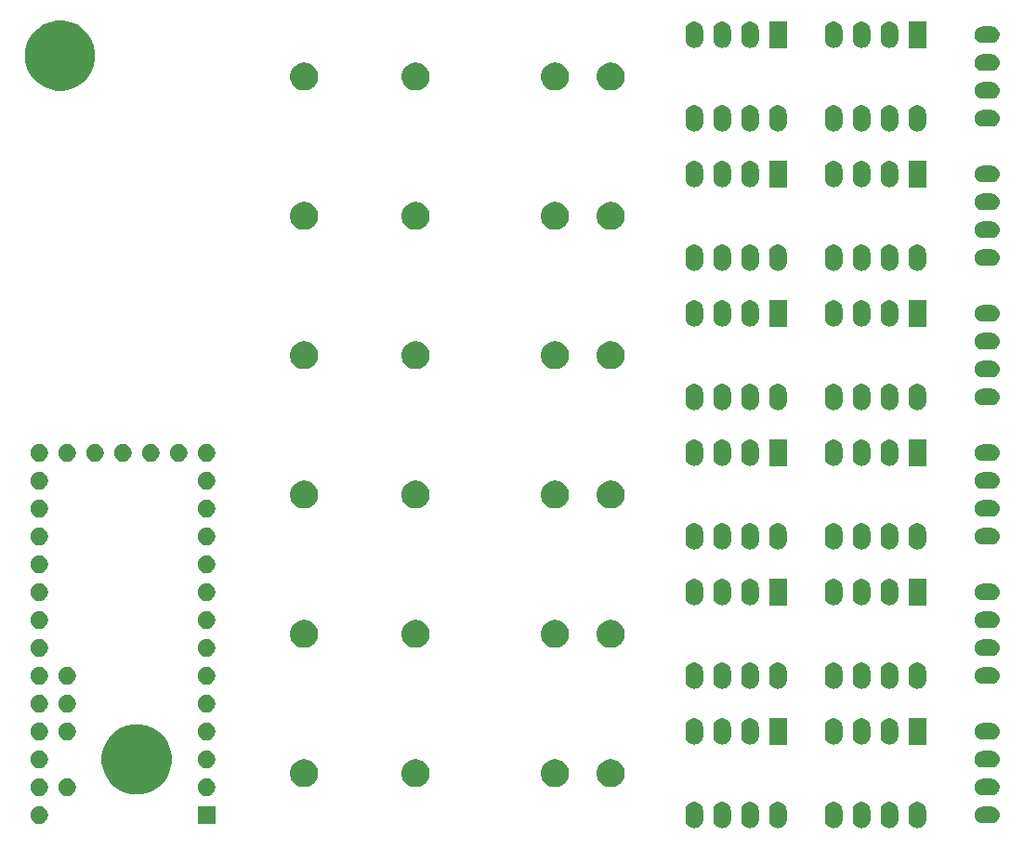
<source format=gbr>
G04 #@! TF.GenerationSoftware,KiCad,Pcbnew,(5.0.1)-3*
G04 #@! TF.CreationDate,2018-11-10T17:24:08-07:00*
G04 #@! TF.ProjectId,oMIDItone Board,6F4D494449746F6E6520426F6172642E,rev?*
G04 #@! TF.SameCoordinates,Original*
G04 #@! TF.FileFunction,Soldermask,Bot*
G04 #@! TF.FilePolarity,Negative*
%FSLAX46Y46*%
G04 Gerber Fmt 4.6, Leading zero omitted, Abs format (unit mm)*
G04 Created by KiCad (PCBNEW (5.0.1)-3) date 11/10/2018 5:24:08 PM*
%MOMM*%
%LPD*%
G01*
G04 APERTURE LIST*
%ADD10C,0.100000*%
G04 APERTURE END LIST*
D10*
G36*
X227486827Y-155021576D02*
X227562227Y-155044448D01*
X227637629Y-155067321D01*
X227776608Y-155141608D01*
X227898422Y-155241578D01*
X227998392Y-155363392D01*
X228072679Y-155502371D01*
X228118424Y-155653174D01*
X228130000Y-155770705D01*
X228130000Y-156649295D01*
X228118424Y-156766826D01*
X228072679Y-156917629D01*
X227998392Y-157056608D01*
X227898425Y-157178419D01*
X227898423Y-157178420D01*
X227898422Y-157178422D01*
X227898418Y-157178425D01*
X227776604Y-157278394D01*
X227637628Y-157352679D01*
X227562227Y-157375551D01*
X227486826Y-157398424D01*
X227330000Y-157413870D01*
X227173173Y-157398424D01*
X227097773Y-157375552D01*
X227022371Y-157352679D01*
X226883392Y-157278392D01*
X226761581Y-157178425D01*
X226761580Y-157178423D01*
X226761578Y-157178422D01*
X226661607Y-157056605D01*
X226661606Y-157056604D01*
X226587321Y-156917628D01*
X226561164Y-156831399D01*
X226541576Y-156766826D01*
X226530000Y-156649292D01*
X226530000Y-155770707D01*
X226541577Y-155653173D01*
X226587322Y-155502372D01*
X226587322Y-155502371D01*
X226661609Y-155363392D01*
X226761579Y-155241578D01*
X226883393Y-155141608D01*
X227022372Y-155067321D01*
X227097774Y-155044448D01*
X227173174Y-155021576D01*
X227330000Y-155006130D01*
X227486827Y-155021576D01*
X227486827Y-155021576D01*
G37*
G36*
X230026827Y-155021576D02*
X230102227Y-155044448D01*
X230177629Y-155067321D01*
X230316608Y-155141608D01*
X230438422Y-155241578D01*
X230538392Y-155363392D01*
X230612679Y-155502371D01*
X230658424Y-155653174D01*
X230670000Y-155770705D01*
X230670000Y-156649295D01*
X230658424Y-156766826D01*
X230612679Y-156917629D01*
X230538392Y-157056608D01*
X230438425Y-157178419D01*
X230438423Y-157178420D01*
X230438422Y-157178422D01*
X230438418Y-157178425D01*
X230316604Y-157278394D01*
X230177628Y-157352679D01*
X230102227Y-157375551D01*
X230026826Y-157398424D01*
X229870000Y-157413870D01*
X229713173Y-157398424D01*
X229637773Y-157375552D01*
X229562371Y-157352679D01*
X229423392Y-157278392D01*
X229301581Y-157178425D01*
X229301580Y-157178423D01*
X229301578Y-157178422D01*
X229201607Y-157056605D01*
X229201606Y-157056604D01*
X229127321Y-156917628D01*
X229101164Y-156831399D01*
X229081576Y-156766826D01*
X229070000Y-156649292D01*
X229070000Y-155770707D01*
X229081577Y-155653173D01*
X229127322Y-155502372D01*
X229127322Y-155502371D01*
X229201609Y-155363392D01*
X229301579Y-155241578D01*
X229423393Y-155141608D01*
X229562372Y-155067321D01*
X229637774Y-155044448D01*
X229713174Y-155021576D01*
X229870000Y-155006130D01*
X230026827Y-155021576D01*
X230026827Y-155021576D01*
G37*
G36*
X240186827Y-155021576D02*
X240262227Y-155044448D01*
X240337629Y-155067321D01*
X240476608Y-155141608D01*
X240598422Y-155241578D01*
X240698392Y-155363392D01*
X240772679Y-155502371D01*
X240818424Y-155653174D01*
X240830000Y-155770705D01*
X240830000Y-156649295D01*
X240818424Y-156766826D01*
X240772679Y-156917629D01*
X240698392Y-157056608D01*
X240598425Y-157178419D01*
X240598423Y-157178420D01*
X240598422Y-157178422D01*
X240598418Y-157178425D01*
X240476604Y-157278394D01*
X240337628Y-157352679D01*
X240262227Y-157375551D01*
X240186826Y-157398424D01*
X240030000Y-157413870D01*
X239873173Y-157398424D01*
X239797773Y-157375552D01*
X239722371Y-157352679D01*
X239583392Y-157278392D01*
X239461581Y-157178425D01*
X239461580Y-157178423D01*
X239461578Y-157178422D01*
X239361607Y-157056605D01*
X239361606Y-157056604D01*
X239287321Y-156917628D01*
X239261164Y-156831399D01*
X239241576Y-156766826D01*
X239230000Y-156649292D01*
X239230000Y-155770707D01*
X239241577Y-155653173D01*
X239287322Y-155502372D01*
X239287322Y-155502371D01*
X239361609Y-155363392D01*
X239461579Y-155241578D01*
X239583393Y-155141608D01*
X239722372Y-155067321D01*
X239797774Y-155044448D01*
X239873174Y-155021576D01*
X240030000Y-155006130D01*
X240186827Y-155021576D01*
X240186827Y-155021576D01*
G37*
G36*
X242726827Y-155021576D02*
X242802227Y-155044448D01*
X242877629Y-155067321D01*
X243016608Y-155141608D01*
X243138422Y-155241578D01*
X243238392Y-155363392D01*
X243312679Y-155502371D01*
X243358424Y-155653174D01*
X243370000Y-155770705D01*
X243370000Y-156649295D01*
X243358424Y-156766826D01*
X243312679Y-156917629D01*
X243238392Y-157056608D01*
X243138425Y-157178419D01*
X243138423Y-157178420D01*
X243138422Y-157178422D01*
X243138418Y-157178425D01*
X243016604Y-157278394D01*
X242877628Y-157352679D01*
X242802227Y-157375551D01*
X242726826Y-157398424D01*
X242570000Y-157413870D01*
X242413173Y-157398424D01*
X242337773Y-157375552D01*
X242262371Y-157352679D01*
X242123392Y-157278392D01*
X242001581Y-157178425D01*
X242001580Y-157178423D01*
X242001578Y-157178422D01*
X241901607Y-157056605D01*
X241901606Y-157056604D01*
X241827321Y-156917628D01*
X241801164Y-156831399D01*
X241781576Y-156766826D01*
X241770000Y-156649292D01*
X241770000Y-155770707D01*
X241781577Y-155653173D01*
X241827322Y-155502372D01*
X241827322Y-155502371D01*
X241901609Y-155363392D01*
X242001579Y-155241578D01*
X242123393Y-155141608D01*
X242262372Y-155067321D01*
X242337774Y-155044448D01*
X242413174Y-155021576D01*
X242570000Y-155006130D01*
X242726827Y-155021576D01*
X242726827Y-155021576D01*
G37*
G36*
X245266827Y-155021576D02*
X245342227Y-155044448D01*
X245417629Y-155067321D01*
X245556608Y-155141608D01*
X245678422Y-155241578D01*
X245778392Y-155363392D01*
X245852679Y-155502371D01*
X245898424Y-155653174D01*
X245910000Y-155770705D01*
X245910000Y-156649295D01*
X245898424Y-156766826D01*
X245852679Y-156917629D01*
X245778392Y-157056608D01*
X245678425Y-157178419D01*
X245678423Y-157178420D01*
X245678422Y-157178422D01*
X245678418Y-157178425D01*
X245556604Y-157278394D01*
X245417628Y-157352679D01*
X245342227Y-157375551D01*
X245266826Y-157398424D01*
X245110000Y-157413870D01*
X244953173Y-157398424D01*
X244877773Y-157375552D01*
X244802371Y-157352679D01*
X244663392Y-157278392D01*
X244541581Y-157178425D01*
X244541580Y-157178423D01*
X244541578Y-157178422D01*
X244441607Y-157056605D01*
X244441606Y-157056604D01*
X244367321Y-156917628D01*
X244341164Y-156831399D01*
X244321576Y-156766826D01*
X244310000Y-156649292D01*
X244310000Y-155770707D01*
X244321577Y-155653173D01*
X244367322Y-155502372D01*
X244367322Y-155502371D01*
X244441609Y-155363392D01*
X244541579Y-155241578D01*
X244663393Y-155141608D01*
X244802372Y-155067321D01*
X244877774Y-155044448D01*
X244953174Y-155021576D01*
X245110000Y-155006130D01*
X245266827Y-155021576D01*
X245266827Y-155021576D01*
G37*
G36*
X235106827Y-155021576D02*
X235182227Y-155044448D01*
X235257629Y-155067321D01*
X235396608Y-155141608D01*
X235518422Y-155241578D01*
X235618392Y-155363392D01*
X235692679Y-155502371D01*
X235738424Y-155653174D01*
X235750000Y-155770705D01*
X235750000Y-156649295D01*
X235738424Y-156766826D01*
X235692679Y-156917629D01*
X235618392Y-157056608D01*
X235518425Y-157178419D01*
X235518423Y-157178420D01*
X235518422Y-157178422D01*
X235518418Y-157178425D01*
X235396604Y-157278394D01*
X235257628Y-157352679D01*
X235182227Y-157375551D01*
X235106826Y-157398424D01*
X234950000Y-157413870D01*
X234793173Y-157398424D01*
X234717773Y-157375552D01*
X234642371Y-157352679D01*
X234503392Y-157278392D01*
X234381581Y-157178425D01*
X234381580Y-157178423D01*
X234381578Y-157178422D01*
X234281607Y-157056605D01*
X234281606Y-157056604D01*
X234207321Y-156917628D01*
X234181164Y-156831399D01*
X234161576Y-156766826D01*
X234150000Y-156649292D01*
X234150000Y-155770707D01*
X234161577Y-155653173D01*
X234207322Y-155502372D01*
X234207322Y-155502371D01*
X234281609Y-155363392D01*
X234381579Y-155241578D01*
X234503393Y-155141608D01*
X234642372Y-155067321D01*
X234717774Y-155044448D01*
X234793174Y-155021576D01*
X234950000Y-155006130D01*
X235106827Y-155021576D01*
X235106827Y-155021576D01*
G37*
G36*
X247806827Y-155021576D02*
X247882227Y-155044448D01*
X247957629Y-155067321D01*
X248096608Y-155141608D01*
X248218422Y-155241578D01*
X248318392Y-155363392D01*
X248392679Y-155502371D01*
X248438424Y-155653174D01*
X248450000Y-155770705D01*
X248450000Y-156649295D01*
X248438424Y-156766826D01*
X248392679Y-156917629D01*
X248318392Y-157056608D01*
X248218425Y-157178419D01*
X248218423Y-157178420D01*
X248218422Y-157178422D01*
X248218418Y-157178425D01*
X248096604Y-157278394D01*
X247957628Y-157352679D01*
X247882227Y-157375551D01*
X247806826Y-157398424D01*
X247650000Y-157413870D01*
X247493173Y-157398424D01*
X247417773Y-157375552D01*
X247342371Y-157352679D01*
X247203392Y-157278392D01*
X247081581Y-157178425D01*
X247081580Y-157178423D01*
X247081578Y-157178422D01*
X246981607Y-157056605D01*
X246981606Y-157056604D01*
X246907321Y-156917628D01*
X246881164Y-156831399D01*
X246861576Y-156766826D01*
X246850000Y-156649292D01*
X246850000Y-155770707D01*
X246861577Y-155653173D01*
X246907322Y-155502372D01*
X246907322Y-155502371D01*
X246981609Y-155363392D01*
X247081579Y-155241578D01*
X247203393Y-155141608D01*
X247342372Y-155067321D01*
X247417774Y-155044448D01*
X247493174Y-155021576D01*
X247650000Y-155006130D01*
X247806827Y-155021576D01*
X247806827Y-155021576D01*
G37*
G36*
X232566827Y-155021576D02*
X232642227Y-155044448D01*
X232717629Y-155067321D01*
X232856608Y-155141608D01*
X232978422Y-155241578D01*
X233078392Y-155363392D01*
X233152679Y-155502371D01*
X233198424Y-155653174D01*
X233210000Y-155770705D01*
X233210000Y-156649295D01*
X233198424Y-156766826D01*
X233152679Y-156917629D01*
X233078392Y-157056608D01*
X232978425Y-157178419D01*
X232978423Y-157178420D01*
X232978422Y-157178422D01*
X232978418Y-157178425D01*
X232856604Y-157278394D01*
X232717628Y-157352679D01*
X232642227Y-157375551D01*
X232566826Y-157398424D01*
X232410000Y-157413870D01*
X232253173Y-157398424D01*
X232177773Y-157375552D01*
X232102371Y-157352679D01*
X231963392Y-157278392D01*
X231841581Y-157178425D01*
X231841580Y-157178423D01*
X231841578Y-157178422D01*
X231741607Y-157056605D01*
X231741606Y-157056604D01*
X231667321Y-156917628D01*
X231641164Y-156831399D01*
X231621576Y-156766826D01*
X231610000Y-156649292D01*
X231610000Y-155770707D01*
X231621577Y-155653173D01*
X231667322Y-155502372D01*
X231667322Y-155502371D01*
X231741609Y-155363392D01*
X231841579Y-155241578D01*
X231963393Y-155141608D01*
X232102372Y-155067321D01*
X232177774Y-155044448D01*
X232253174Y-155021576D01*
X232410000Y-155006130D01*
X232566827Y-155021576D01*
X232566827Y-155021576D01*
G37*
G36*
X167873352Y-155440743D02*
X168018941Y-155501048D01*
X168149973Y-155588601D01*
X168261399Y-155700027D01*
X168348952Y-155831059D01*
X168409257Y-155976648D01*
X168440000Y-156131205D01*
X168440000Y-156288795D01*
X168409257Y-156443352D01*
X168348952Y-156588941D01*
X168261399Y-156719973D01*
X168149973Y-156831399D01*
X168018941Y-156918952D01*
X167873352Y-156979257D01*
X167718795Y-157010000D01*
X167561205Y-157010000D01*
X167406648Y-156979257D01*
X167261059Y-156918952D01*
X167130027Y-156831399D01*
X167018601Y-156719973D01*
X166931048Y-156588941D01*
X166870743Y-156443352D01*
X166840000Y-156288795D01*
X166840000Y-156131205D01*
X166870743Y-155976648D01*
X166931048Y-155831059D01*
X167018601Y-155700027D01*
X167130027Y-155588601D01*
X167261059Y-155501048D01*
X167406648Y-155440743D01*
X167561205Y-155410000D01*
X167718795Y-155410000D01*
X167873352Y-155440743D01*
X167873352Y-155440743D01*
G37*
G36*
X183680000Y-157010000D02*
X182080000Y-157010000D01*
X182080000Y-155410000D01*
X183680000Y-155410000D01*
X183680000Y-157010000D01*
X183680000Y-157010000D01*
G37*
G36*
X254455743Y-155451675D02*
X254530378Y-155459026D01*
X254626136Y-155488074D01*
X254674016Y-155502598D01*
X254722299Y-155528406D01*
X254806392Y-155573355D01*
X254922422Y-155668578D01*
X255017645Y-155784608D01*
X255062594Y-155868701D01*
X255088402Y-155916984D01*
X255088402Y-155916985D01*
X255131974Y-156060622D01*
X255146686Y-156210000D01*
X255131974Y-156359378D01*
X255106501Y-156443351D01*
X255088402Y-156503016D01*
X255062594Y-156551299D01*
X255017645Y-156635392D01*
X254922422Y-156751422D01*
X254806392Y-156846645D01*
X254722299Y-156891594D01*
X254674016Y-156917402D01*
X254626136Y-156931926D01*
X254530378Y-156960974D01*
X254455743Y-156968325D01*
X254418427Y-156972000D01*
X253581573Y-156972000D01*
X253544257Y-156968325D01*
X253469622Y-156960974D01*
X253373864Y-156931926D01*
X253325984Y-156917402D01*
X253277701Y-156891594D01*
X253193608Y-156846645D01*
X253077578Y-156751422D01*
X252982355Y-156635392D01*
X252937406Y-156551299D01*
X252911598Y-156503016D01*
X252893499Y-156443351D01*
X252868026Y-156359378D01*
X252853314Y-156210000D01*
X252868026Y-156060622D01*
X252911598Y-155916985D01*
X252911598Y-155916984D01*
X252937406Y-155868701D01*
X252982355Y-155784608D01*
X253077578Y-155668578D01*
X253193608Y-155573355D01*
X253277701Y-155528406D01*
X253325984Y-155502598D01*
X253373864Y-155488074D01*
X253469622Y-155459026D01*
X253544257Y-155451675D01*
X253581573Y-155448000D01*
X254418427Y-155448000D01*
X254455743Y-155451675D01*
X254455743Y-155451675D01*
G37*
G36*
X183113352Y-152900743D02*
X183258941Y-152961048D01*
X183389973Y-153048601D01*
X183501399Y-153160027D01*
X183588952Y-153291059D01*
X183649257Y-153436648D01*
X183680000Y-153591205D01*
X183680000Y-153748795D01*
X183649257Y-153903352D01*
X183588952Y-154048941D01*
X183501399Y-154179973D01*
X183389973Y-154291399D01*
X183258941Y-154378952D01*
X183113352Y-154439257D01*
X182958795Y-154470000D01*
X182801205Y-154470000D01*
X182646648Y-154439257D01*
X182501059Y-154378952D01*
X182370027Y-154291399D01*
X182258601Y-154179973D01*
X182171048Y-154048941D01*
X182110743Y-153903352D01*
X182080000Y-153748795D01*
X182080000Y-153591205D01*
X182110743Y-153436648D01*
X182171048Y-153291059D01*
X182258601Y-153160027D01*
X182370027Y-153048601D01*
X182501059Y-152961048D01*
X182646648Y-152900743D01*
X182801205Y-152870000D01*
X182958795Y-152870000D01*
X183113352Y-152900743D01*
X183113352Y-152900743D01*
G37*
G36*
X170413352Y-152900743D02*
X170558941Y-152961048D01*
X170689973Y-153048601D01*
X170801399Y-153160027D01*
X170888952Y-153291059D01*
X170949257Y-153436648D01*
X170980000Y-153591205D01*
X170980000Y-153748795D01*
X170949257Y-153903352D01*
X170888952Y-154048941D01*
X170801399Y-154179973D01*
X170689973Y-154291399D01*
X170558941Y-154378952D01*
X170413352Y-154439257D01*
X170258795Y-154470000D01*
X170101205Y-154470000D01*
X169946648Y-154439257D01*
X169801059Y-154378952D01*
X169670027Y-154291399D01*
X169558601Y-154179973D01*
X169471048Y-154048941D01*
X169410743Y-153903352D01*
X169380000Y-153748795D01*
X169380000Y-153591205D01*
X169410743Y-153436648D01*
X169471048Y-153291059D01*
X169558601Y-153160027D01*
X169670027Y-153048601D01*
X169801059Y-152961048D01*
X169946648Y-152900743D01*
X170101205Y-152870000D01*
X170258795Y-152870000D01*
X170413352Y-152900743D01*
X170413352Y-152900743D01*
G37*
G36*
X167873352Y-152900743D02*
X168018941Y-152961048D01*
X168149973Y-153048601D01*
X168261399Y-153160027D01*
X168348952Y-153291059D01*
X168409257Y-153436648D01*
X168440000Y-153591205D01*
X168440000Y-153748795D01*
X168409257Y-153903352D01*
X168348952Y-154048941D01*
X168261399Y-154179973D01*
X168149973Y-154291399D01*
X168018941Y-154378952D01*
X167873352Y-154439257D01*
X167718795Y-154470000D01*
X167561205Y-154470000D01*
X167406648Y-154439257D01*
X167261059Y-154378952D01*
X167130027Y-154291399D01*
X167018601Y-154179973D01*
X166931048Y-154048941D01*
X166870743Y-153903352D01*
X166840000Y-153748795D01*
X166840000Y-153591205D01*
X166870743Y-153436648D01*
X166931048Y-153291059D01*
X167018601Y-153160027D01*
X167130027Y-153048601D01*
X167261059Y-152961048D01*
X167406648Y-152900743D01*
X167561205Y-152870000D01*
X167718795Y-152870000D01*
X167873352Y-152900743D01*
X167873352Y-152900743D01*
G37*
G36*
X254455743Y-152911675D02*
X254530378Y-152919026D01*
X254611822Y-152943732D01*
X254674016Y-152962598D01*
X254722299Y-152988406D01*
X254806392Y-153033355D01*
X254922422Y-153128578D01*
X255017645Y-153244608D01*
X255062594Y-153328701D01*
X255088402Y-153376984D01*
X255088402Y-153376985D01*
X255131974Y-153520622D01*
X255146686Y-153670000D01*
X255131974Y-153819378D01*
X255125506Y-153840700D01*
X255088402Y-153963016D01*
X255062594Y-154011299D01*
X255017645Y-154095392D01*
X254922422Y-154211422D01*
X254806392Y-154306645D01*
X254722299Y-154351594D01*
X254674016Y-154377402D01*
X254626136Y-154391926D01*
X254530378Y-154420974D01*
X254455743Y-154428325D01*
X254418427Y-154432000D01*
X253581573Y-154432000D01*
X253544257Y-154428325D01*
X253469622Y-154420974D01*
X253373864Y-154391926D01*
X253325984Y-154377402D01*
X253277701Y-154351594D01*
X253193608Y-154306645D01*
X253077578Y-154211422D01*
X252982355Y-154095392D01*
X252937406Y-154011299D01*
X252911598Y-153963016D01*
X252874494Y-153840700D01*
X252868026Y-153819378D01*
X252853314Y-153670000D01*
X252868026Y-153520622D01*
X252911598Y-153376985D01*
X252911598Y-153376984D01*
X252937406Y-153328701D01*
X252982355Y-153244608D01*
X253077578Y-153128578D01*
X253193608Y-153033355D01*
X253277701Y-152988406D01*
X253325984Y-152962598D01*
X253388178Y-152943732D01*
X253469622Y-152919026D01*
X253544257Y-152911675D01*
X253581573Y-152908000D01*
X254418427Y-152908000D01*
X254455743Y-152911675D01*
X254455743Y-152911675D01*
G37*
G36*
X177463405Y-148052974D02*
X178045767Y-148294196D01*
X178569884Y-148644400D01*
X179015600Y-149090116D01*
X179365804Y-149614233D01*
X179607026Y-150196595D01*
X179730000Y-150814826D01*
X179730000Y-151445174D01*
X179607026Y-152063405D01*
X179365804Y-152645767D01*
X179015600Y-153169884D01*
X178569884Y-153615600D01*
X178045767Y-153965804D01*
X177463405Y-154207026D01*
X176845174Y-154330000D01*
X176214826Y-154330000D01*
X175596595Y-154207026D01*
X175014233Y-153965804D01*
X174490116Y-153615600D01*
X174044400Y-153169884D01*
X173694196Y-152645767D01*
X173452974Y-152063405D01*
X173330000Y-151445174D01*
X173330000Y-150814826D01*
X173452974Y-150196595D01*
X173694196Y-149614233D01*
X174044400Y-149090116D01*
X174490116Y-148644400D01*
X175014233Y-148294196D01*
X175596595Y-148052974D01*
X176214826Y-147930000D01*
X176845174Y-147930000D01*
X177463405Y-148052974D01*
X177463405Y-148052974D01*
G37*
G36*
X219957764Y-151154402D02*
X220080445Y-151178805D01*
X220244299Y-151246676D01*
X220311571Y-151274541D01*
X220519581Y-151413529D01*
X220696471Y-151590419D01*
X220696473Y-151590422D01*
X220835459Y-151798429D01*
X220931195Y-152029555D01*
X220980000Y-152274916D01*
X220980000Y-152525084D01*
X220931195Y-152770445D01*
X220869650Y-152919026D01*
X220835459Y-153001571D01*
X220696471Y-153209581D01*
X220519581Y-153386471D01*
X220519578Y-153386473D01*
X220311571Y-153525459D01*
X220080445Y-153621195D01*
X219957765Y-153645597D01*
X219835086Y-153670000D01*
X219584914Y-153670000D01*
X219462235Y-153645597D01*
X219339555Y-153621195D01*
X219108429Y-153525459D01*
X218900422Y-153386473D01*
X218900419Y-153386471D01*
X218723529Y-153209581D01*
X218584541Y-153001571D01*
X218550350Y-152919026D01*
X218488805Y-152770445D01*
X218440000Y-152525084D01*
X218440000Y-152274916D01*
X218488805Y-152029555D01*
X218584541Y-151798429D01*
X218723527Y-151590422D01*
X218723529Y-151590419D01*
X218900419Y-151413529D01*
X219108429Y-151274541D01*
X219175701Y-151246676D01*
X219339555Y-151178805D01*
X219462236Y-151154402D01*
X219584914Y-151130000D01*
X219835086Y-151130000D01*
X219957764Y-151154402D01*
X219957764Y-151154402D01*
G37*
G36*
X192017764Y-151154402D02*
X192140445Y-151178805D01*
X192304299Y-151246676D01*
X192371571Y-151274541D01*
X192579581Y-151413529D01*
X192756471Y-151590419D01*
X192756473Y-151590422D01*
X192895459Y-151798429D01*
X192991195Y-152029555D01*
X193040000Y-152274916D01*
X193040000Y-152525084D01*
X192991195Y-152770445D01*
X192929650Y-152919026D01*
X192895459Y-153001571D01*
X192756471Y-153209581D01*
X192579581Y-153386471D01*
X192579578Y-153386473D01*
X192371571Y-153525459D01*
X192140445Y-153621195D01*
X192017765Y-153645597D01*
X191895086Y-153670000D01*
X191644914Y-153670000D01*
X191522235Y-153645597D01*
X191399555Y-153621195D01*
X191168429Y-153525459D01*
X190960422Y-153386473D01*
X190960419Y-153386471D01*
X190783529Y-153209581D01*
X190644541Y-153001571D01*
X190610350Y-152919026D01*
X190548805Y-152770445D01*
X190500000Y-152525084D01*
X190500000Y-152274916D01*
X190548805Y-152029555D01*
X190644541Y-151798429D01*
X190783527Y-151590422D01*
X190783529Y-151590419D01*
X190960419Y-151413529D01*
X191168429Y-151274541D01*
X191235701Y-151246676D01*
X191399555Y-151178805D01*
X191522236Y-151154402D01*
X191644914Y-151130000D01*
X191895086Y-151130000D01*
X192017764Y-151154402D01*
X192017764Y-151154402D01*
G37*
G36*
X202177764Y-151154402D02*
X202300445Y-151178805D01*
X202464299Y-151246676D01*
X202531571Y-151274541D01*
X202739581Y-151413529D01*
X202916471Y-151590419D01*
X202916473Y-151590422D01*
X203055459Y-151798429D01*
X203151195Y-152029555D01*
X203200000Y-152274916D01*
X203200000Y-152525084D01*
X203151195Y-152770445D01*
X203089650Y-152919026D01*
X203055459Y-153001571D01*
X202916471Y-153209581D01*
X202739581Y-153386471D01*
X202739578Y-153386473D01*
X202531571Y-153525459D01*
X202300445Y-153621195D01*
X202177765Y-153645597D01*
X202055086Y-153670000D01*
X201804914Y-153670000D01*
X201682235Y-153645597D01*
X201559555Y-153621195D01*
X201328429Y-153525459D01*
X201120422Y-153386473D01*
X201120419Y-153386471D01*
X200943529Y-153209581D01*
X200804541Y-153001571D01*
X200770350Y-152919026D01*
X200708805Y-152770445D01*
X200660000Y-152525084D01*
X200660000Y-152274916D01*
X200708805Y-152029555D01*
X200804541Y-151798429D01*
X200943527Y-151590422D01*
X200943529Y-151590419D01*
X201120419Y-151413529D01*
X201328429Y-151274541D01*
X201395701Y-151246676D01*
X201559555Y-151178805D01*
X201682236Y-151154402D01*
X201804914Y-151130000D01*
X202055086Y-151130000D01*
X202177764Y-151154402D01*
X202177764Y-151154402D01*
G37*
G36*
X214877764Y-151154402D02*
X215000445Y-151178805D01*
X215164299Y-151246676D01*
X215231571Y-151274541D01*
X215439581Y-151413529D01*
X215616471Y-151590419D01*
X215616473Y-151590422D01*
X215755459Y-151798429D01*
X215851195Y-152029555D01*
X215900000Y-152274916D01*
X215900000Y-152525084D01*
X215851195Y-152770445D01*
X215789650Y-152919026D01*
X215755459Y-153001571D01*
X215616471Y-153209581D01*
X215439581Y-153386471D01*
X215439578Y-153386473D01*
X215231571Y-153525459D01*
X215000445Y-153621195D01*
X214877765Y-153645597D01*
X214755086Y-153670000D01*
X214504914Y-153670000D01*
X214382235Y-153645597D01*
X214259555Y-153621195D01*
X214028429Y-153525459D01*
X213820422Y-153386473D01*
X213820419Y-153386471D01*
X213643529Y-153209581D01*
X213504541Y-153001571D01*
X213470350Y-152919026D01*
X213408805Y-152770445D01*
X213360000Y-152525084D01*
X213360000Y-152274916D01*
X213408805Y-152029555D01*
X213504541Y-151798429D01*
X213643527Y-151590422D01*
X213643529Y-151590419D01*
X213820419Y-151413529D01*
X214028429Y-151274541D01*
X214095701Y-151246676D01*
X214259555Y-151178805D01*
X214382236Y-151154402D01*
X214504914Y-151130000D01*
X214755086Y-151130000D01*
X214877764Y-151154402D01*
X214877764Y-151154402D01*
G37*
G36*
X167873352Y-150360743D02*
X168018941Y-150421048D01*
X168149973Y-150508601D01*
X168261399Y-150620027D01*
X168348952Y-150751059D01*
X168409257Y-150896648D01*
X168440000Y-151051205D01*
X168440000Y-151208795D01*
X168409257Y-151363352D01*
X168348952Y-151508941D01*
X168261399Y-151639973D01*
X168149973Y-151751399D01*
X168018941Y-151838952D01*
X167873352Y-151899257D01*
X167718795Y-151930000D01*
X167561205Y-151930000D01*
X167406648Y-151899257D01*
X167261059Y-151838952D01*
X167130027Y-151751399D01*
X167018601Y-151639973D01*
X166931048Y-151508941D01*
X166870743Y-151363352D01*
X166840000Y-151208795D01*
X166840000Y-151051205D01*
X166870743Y-150896648D01*
X166931048Y-150751059D01*
X167018601Y-150620027D01*
X167130027Y-150508601D01*
X167261059Y-150421048D01*
X167406648Y-150360743D01*
X167561205Y-150330000D01*
X167718795Y-150330000D01*
X167873352Y-150360743D01*
X167873352Y-150360743D01*
G37*
G36*
X183113352Y-150360743D02*
X183258941Y-150421048D01*
X183389973Y-150508601D01*
X183501399Y-150620027D01*
X183588952Y-150751059D01*
X183649257Y-150896648D01*
X183680000Y-151051205D01*
X183680000Y-151208795D01*
X183649257Y-151363352D01*
X183588952Y-151508941D01*
X183501399Y-151639973D01*
X183389973Y-151751399D01*
X183258941Y-151838952D01*
X183113352Y-151899257D01*
X182958795Y-151930000D01*
X182801205Y-151930000D01*
X182646648Y-151899257D01*
X182501059Y-151838952D01*
X182370027Y-151751399D01*
X182258601Y-151639973D01*
X182171048Y-151508941D01*
X182110743Y-151363352D01*
X182080000Y-151208795D01*
X182080000Y-151051205D01*
X182110743Y-150896648D01*
X182171048Y-150751059D01*
X182258601Y-150620027D01*
X182370027Y-150508601D01*
X182501059Y-150421048D01*
X182646648Y-150360743D01*
X182801205Y-150330000D01*
X182958795Y-150330000D01*
X183113352Y-150360743D01*
X183113352Y-150360743D01*
G37*
G36*
X254455743Y-150371675D02*
X254530378Y-150379026D01*
X254626136Y-150408074D01*
X254674016Y-150422598D01*
X254722299Y-150448406D01*
X254806392Y-150493355D01*
X254922422Y-150588578D01*
X255017645Y-150704608D01*
X255055551Y-150775525D01*
X255088402Y-150836984D01*
X255088402Y-150836985D01*
X255131974Y-150980622D01*
X255146686Y-151130000D01*
X255131974Y-151279378D01*
X255119812Y-151319471D01*
X255088402Y-151423016D01*
X255076559Y-151445172D01*
X255017645Y-151555392D01*
X254922422Y-151671422D01*
X254806392Y-151766645D01*
X254746928Y-151798429D01*
X254674016Y-151837402D01*
X254626136Y-151851926D01*
X254530378Y-151880974D01*
X254455743Y-151888325D01*
X254418427Y-151892000D01*
X253581573Y-151892000D01*
X253544257Y-151888325D01*
X253469622Y-151880974D01*
X253373864Y-151851926D01*
X253325984Y-151837402D01*
X253253072Y-151798429D01*
X253193608Y-151766645D01*
X253077578Y-151671422D01*
X252982355Y-151555392D01*
X252923441Y-151445172D01*
X252911598Y-151423016D01*
X252880188Y-151319471D01*
X252868026Y-151279378D01*
X252853314Y-151130000D01*
X252868026Y-150980622D01*
X252911598Y-150836985D01*
X252911598Y-150836984D01*
X252944449Y-150775525D01*
X252982355Y-150704608D01*
X253077578Y-150588578D01*
X253193608Y-150493355D01*
X253277701Y-150448406D01*
X253325984Y-150422598D01*
X253373864Y-150408074D01*
X253469622Y-150379026D01*
X253544257Y-150371675D01*
X253581573Y-150368000D01*
X254418427Y-150368000D01*
X254455743Y-150371675D01*
X254455743Y-150371675D01*
G37*
G36*
X240186827Y-147401576D02*
X240262227Y-147424448D01*
X240337629Y-147447321D01*
X240476608Y-147521608D01*
X240598422Y-147621578D01*
X240698392Y-147743392D01*
X240772679Y-147882371D01*
X240818424Y-148033174D01*
X240830000Y-148150705D01*
X240830000Y-149029295D01*
X240818424Y-149146826D01*
X240772679Y-149297629D01*
X240698392Y-149436608D01*
X240598425Y-149558419D01*
X240598423Y-149558420D01*
X240598422Y-149558422D01*
X240598418Y-149558425D01*
X240476604Y-149658394D01*
X240337628Y-149732679D01*
X240262227Y-149755551D01*
X240186826Y-149778424D01*
X240030000Y-149793870D01*
X239873173Y-149778424D01*
X239797773Y-149755552D01*
X239722371Y-149732679D01*
X239583392Y-149658392D01*
X239461581Y-149558425D01*
X239461580Y-149558423D01*
X239461578Y-149558422D01*
X239361607Y-149436605D01*
X239361606Y-149436604D01*
X239287321Y-149297628D01*
X239251020Y-149177959D01*
X239241576Y-149146826D01*
X239231874Y-149048316D01*
X239230000Y-149029294D01*
X239230000Y-148150706D01*
X239241577Y-148033174D01*
X239287322Y-147882371D01*
X239361609Y-147743392D01*
X239461579Y-147621578D01*
X239583393Y-147521608D01*
X239722372Y-147447321D01*
X239797774Y-147424448D01*
X239873174Y-147401576D01*
X240030000Y-147386130D01*
X240186827Y-147401576D01*
X240186827Y-147401576D01*
G37*
G36*
X230026827Y-147401576D02*
X230102227Y-147424448D01*
X230177629Y-147447321D01*
X230316608Y-147521608D01*
X230438422Y-147621578D01*
X230538392Y-147743392D01*
X230612679Y-147882371D01*
X230658424Y-148033174D01*
X230670000Y-148150705D01*
X230670000Y-149029295D01*
X230658424Y-149146826D01*
X230612679Y-149297629D01*
X230538392Y-149436608D01*
X230438425Y-149558419D01*
X230438423Y-149558420D01*
X230438422Y-149558422D01*
X230438418Y-149558425D01*
X230316604Y-149658394D01*
X230177628Y-149732679D01*
X230102227Y-149755551D01*
X230026826Y-149778424D01*
X229870000Y-149793870D01*
X229713173Y-149778424D01*
X229637773Y-149755552D01*
X229562371Y-149732679D01*
X229423392Y-149658392D01*
X229301581Y-149558425D01*
X229301580Y-149558423D01*
X229301578Y-149558422D01*
X229201607Y-149436605D01*
X229201606Y-149436604D01*
X229127321Y-149297628D01*
X229091020Y-149177959D01*
X229081576Y-149146826D01*
X229071874Y-149048316D01*
X229070000Y-149029294D01*
X229070000Y-148150706D01*
X229081577Y-148033174D01*
X229127322Y-147882371D01*
X229201609Y-147743392D01*
X229301579Y-147621578D01*
X229423393Y-147521608D01*
X229562372Y-147447321D01*
X229637774Y-147424448D01*
X229713174Y-147401576D01*
X229870000Y-147386130D01*
X230026827Y-147401576D01*
X230026827Y-147401576D01*
G37*
G36*
X242726827Y-147401576D02*
X242802227Y-147424448D01*
X242877629Y-147447321D01*
X243016608Y-147521608D01*
X243138422Y-147621578D01*
X243238392Y-147743392D01*
X243312679Y-147882371D01*
X243358424Y-148033174D01*
X243370000Y-148150705D01*
X243370000Y-149029295D01*
X243358424Y-149146826D01*
X243312679Y-149297629D01*
X243238392Y-149436608D01*
X243138425Y-149558419D01*
X243138423Y-149558420D01*
X243138422Y-149558422D01*
X243138418Y-149558425D01*
X243016604Y-149658394D01*
X242877628Y-149732679D01*
X242802227Y-149755551D01*
X242726826Y-149778424D01*
X242570000Y-149793870D01*
X242413173Y-149778424D01*
X242337773Y-149755552D01*
X242262371Y-149732679D01*
X242123392Y-149658392D01*
X242001581Y-149558425D01*
X242001580Y-149558423D01*
X242001578Y-149558422D01*
X241901607Y-149436605D01*
X241901606Y-149436604D01*
X241827321Y-149297628D01*
X241791020Y-149177959D01*
X241781576Y-149146826D01*
X241771874Y-149048316D01*
X241770000Y-149029294D01*
X241770000Y-148150706D01*
X241781577Y-148033174D01*
X241827322Y-147882371D01*
X241901609Y-147743392D01*
X242001579Y-147621578D01*
X242123393Y-147521608D01*
X242262372Y-147447321D01*
X242337774Y-147424448D01*
X242413174Y-147401576D01*
X242570000Y-147386130D01*
X242726827Y-147401576D01*
X242726827Y-147401576D01*
G37*
G36*
X227486827Y-147401576D02*
X227562227Y-147424448D01*
X227637629Y-147447321D01*
X227776608Y-147521608D01*
X227898422Y-147621578D01*
X227998392Y-147743392D01*
X228072679Y-147882371D01*
X228118424Y-148033174D01*
X228130000Y-148150705D01*
X228130000Y-149029295D01*
X228118424Y-149146826D01*
X228072679Y-149297629D01*
X227998392Y-149436608D01*
X227898425Y-149558419D01*
X227898423Y-149558420D01*
X227898422Y-149558422D01*
X227898418Y-149558425D01*
X227776604Y-149658394D01*
X227637628Y-149732679D01*
X227562227Y-149755551D01*
X227486826Y-149778424D01*
X227330000Y-149793870D01*
X227173173Y-149778424D01*
X227097773Y-149755552D01*
X227022371Y-149732679D01*
X226883392Y-149658392D01*
X226761581Y-149558425D01*
X226761580Y-149558423D01*
X226761578Y-149558422D01*
X226661607Y-149436605D01*
X226661606Y-149436604D01*
X226587321Y-149297628D01*
X226551020Y-149177959D01*
X226541576Y-149146826D01*
X226531874Y-149048316D01*
X226530000Y-149029294D01*
X226530000Y-148150706D01*
X226541577Y-148033174D01*
X226587322Y-147882371D01*
X226661609Y-147743392D01*
X226761579Y-147621578D01*
X226883393Y-147521608D01*
X227022372Y-147447321D01*
X227097774Y-147424448D01*
X227173174Y-147401576D01*
X227330000Y-147386130D01*
X227486827Y-147401576D01*
X227486827Y-147401576D01*
G37*
G36*
X245266827Y-147401576D02*
X245342227Y-147424448D01*
X245417629Y-147447321D01*
X245556608Y-147521608D01*
X245678422Y-147621578D01*
X245778392Y-147743392D01*
X245852679Y-147882371D01*
X245898424Y-148033174D01*
X245910000Y-148150705D01*
X245910000Y-149029295D01*
X245898424Y-149146826D01*
X245852679Y-149297629D01*
X245778392Y-149436608D01*
X245678425Y-149558419D01*
X245678423Y-149558420D01*
X245678422Y-149558422D01*
X245678418Y-149558425D01*
X245556604Y-149658394D01*
X245417628Y-149732679D01*
X245342227Y-149755551D01*
X245266826Y-149778424D01*
X245110000Y-149793870D01*
X244953173Y-149778424D01*
X244877773Y-149755552D01*
X244802371Y-149732679D01*
X244663392Y-149658392D01*
X244541581Y-149558425D01*
X244541580Y-149558423D01*
X244541578Y-149558422D01*
X244441607Y-149436605D01*
X244441606Y-149436604D01*
X244367321Y-149297628D01*
X244331020Y-149177959D01*
X244321576Y-149146826D01*
X244311874Y-149048316D01*
X244310000Y-149029294D01*
X244310000Y-148150706D01*
X244321577Y-148033174D01*
X244367322Y-147882371D01*
X244441609Y-147743392D01*
X244541579Y-147621578D01*
X244663393Y-147521608D01*
X244802372Y-147447321D01*
X244877774Y-147424448D01*
X244953174Y-147401576D01*
X245110000Y-147386130D01*
X245266827Y-147401576D01*
X245266827Y-147401576D01*
G37*
G36*
X232566827Y-147401576D02*
X232642227Y-147424448D01*
X232717629Y-147447321D01*
X232856608Y-147521608D01*
X232978422Y-147621578D01*
X233078392Y-147743392D01*
X233152679Y-147882371D01*
X233198424Y-148033174D01*
X233210000Y-148150705D01*
X233210000Y-149029295D01*
X233198424Y-149146826D01*
X233152679Y-149297629D01*
X233078392Y-149436608D01*
X232978425Y-149558419D01*
X232978423Y-149558420D01*
X232978422Y-149558422D01*
X232978418Y-149558425D01*
X232856604Y-149658394D01*
X232717628Y-149732679D01*
X232642227Y-149755551D01*
X232566826Y-149778424D01*
X232410000Y-149793870D01*
X232253173Y-149778424D01*
X232177773Y-149755552D01*
X232102371Y-149732679D01*
X231963392Y-149658392D01*
X231841581Y-149558425D01*
X231841580Y-149558423D01*
X231841578Y-149558422D01*
X231741607Y-149436605D01*
X231741606Y-149436604D01*
X231667321Y-149297628D01*
X231631020Y-149177959D01*
X231621576Y-149146826D01*
X231611874Y-149048316D01*
X231610000Y-149029294D01*
X231610000Y-148150706D01*
X231621577Y-148033174D01*
X231667322Y-147882371D01*
X231741609Y-147743392D01*
X231841579Y-147621578D01*
X231963393Y-147521608D01*
X232102372Y-147447321D01*
X232177774Y-147424448D01*
X232253174Y-147401576D01*
X232410000Y-147386130D01*
X232566827Y-147401576D01*
X232566827Y-147401576D01*
G37*
G36*
X248450000Y-149790000D02*
X246850000Y-149790000D01*
X246850000Y-147390000D01*
X248450000Y-147390000D01*
X248450000Y-149790000D01*
X248450000Y-149790000D01*
G37*
G36*
X235750000Y-149790000D02*
X234150000Y-149790000D01*
X234150000Y-147390000D01*
X235750000Y-147390000D01*
X235750000Y-149790000D01*
X235750000Y-149790000D01*
G37*
G36*
X170413352Y-147820743D02*
X170558941Y-147881048D01*
X170689973Y-147968601D01*
X170801399Y-148080027D01*
X170888952Y-148211059D01*
X170949257Y-148356648D01*
X170980000Y-148511205D01*
X170980000Y-148668795D01*
X170949257Y-148823352D01*
X170888952Y-148968941D01*
X170801399Y-149099973D01*
X170689973Y-149211399D01*
X170558941Y-149298952D01*
X170413352Y-149359257D01*
X170258795Y-149390000D01*
X170101205Y-149390000D01*
X169946648Y-149359257D01*
X169801059Y-149298952D01*
X169670027Y-149211399D01*
X169558601Y-149099973D01*
X169471048Y-148968941D01*
X169410743Y-148823352D01*
X169380000Y-148668795D01*
X169380000Y-148511205D01*
X169410743Y-148356648D01*
X169471048Y-148211059D01*
X169558601Y-148080027D01*
X169670027Y-147968601D01*
X169801059Y-147881048D01*
X169946648Y-147820743D01*
X170101205Y-147790000D01*
X170258795Y-147790000D01*
X170413352Y-147820743D01*
X170413352Y-147820743D01*
G37*
G36*
X167873352Y-147820743D02*
X168018941Y-147881048D01*
X168149973Y-147968601D01*
X168261399Y-148080027D01*
X168348952Y-148211059D01*
X168409257Y-148356648D01*
X168440000Y-148511205D01*
X168440000Y-148668795D01*
X168409257Y-148823352D01*
X168348952Y-148968941D01*
X168261399Y-149099973D01*
X168149973Y-149211399D01*
X168018941Y-149298952D01*
X167873352Y-149359257D01*
X167718795Y-149390000D01*
X167561205Y-149390000D01*
X167406648Y-149359257D01*
X167261059Y-149298952D01*
X167130027Y-149211399D01*
X167018601Y-149099973D01*
X166931048Y-148968941D01*
X166870743Y-148823352D01*
X166840000Y-148668795D01*
X166840000Y-148511205D01*
X166870743Y-148356648D01*
X166931048Y-148211059D01*
X167018601Y-148080027D01*
X167130027Y-147968601D01*
X167261059Y-147881048D01*
X167406648Y-147820743D01*
X167561205Y-147790000D01*
X167718795Y-147790000D01*
X167873352Y-147820743D01*
X167873352Y-147820743D01*
G37*
G36*
X183113352Y-147820743D02*
X183258941Y-147881048D01*
X183389973Y-147968601D01*
X183501399Y-148080027D01*
X183588952Y-148211059D01*
X183649257Y-148356648D01*
X183680000Y-148511205D01*
X183680000Y-148668795D01*
X183649257Y-148823352D01*
X183588952Y-148968941D01*
X183501399Y-149099973D01*
X183389973Y-149211399D01*
X183258941Y-149298952D01*
X183113352Y-149359257D01*
X182958795Y-149390000D01*
X182801205Y-149390000D01*
X182646648Y-149359257D01*
X182501059Y-149298952D01*
X182370027Y-149211399D01*
X182258601Y-149099973D01*
X182171048Y-148968941D01*
X182110743Y-148823352D01*
X182080000Y-148668795D01*
X182080000Y-148511205D01*
X182110743Y-148356648D01*
X182171048Y-148211059D01*
X182258601Y-148080027D01*
X182370027Y-147968601D01*
X182501059Y-147881048D01*
X182646648Y-147820743D01*
X182801205Y-147790000D01*
X182958795Y-147790000D01*
X183113352Y-147820743D01*
X183113352Y-147820743D01*
G37*
G36*
X254455743Y-147831675D02*
X254530378Y-147839026D01*
X254626136Y-147868074D01*
X254674016Y-147882598D01*
X254722299Y-147908406D01*
X254806392Y-147953355D01*
X254922422Y-148048578D01*
X255017645Y-148164608D01*
X255062594Y-148248701D01*
X255088402Y-148296984D01*
X255088402Y-148296985D01*
X255131974Y-148440622D01*
X255146686Y-148590000D01*
X255131974Y-148739378D01*
X255106501Y-148823351D01*
X255088402Y-148883016D01*
X255068916Y-148919471D01*
X255017645Y-149015392D01*
X254922422Y-149131422D01*
X254806392Y-149226645D01*
X254722299Y-149271594D01*
X254674016Y-149297402D01*
X254626136Y-149311926D01*
X254530378Y-149340974D01*
X254455743Y-149348325D01*
X254418427Y-149352000D01*
X253581573Y-149352000D01*
X253544257Y-149348325D01*
X253469622Y-149340974D01*
X253373864Y-149311926D01*
X253325984Y-149297402D01*
X253277701Y-149271594D01*
X253193608Y-149226645D01*
X253077578Y-149131422D01*
X252982355Y-149015392D01*
X252931084Y-148919471D01*
X252911598Y-148883016D01*
X252893499Y-148823351D01*
X252868026Y-148739378D01*
X252853314Y-148590000D01*
X252868026Y-148440622D01*
X252911598Y-148296985D01*
X252911598Y-148296984D01*
X252937406Y-148248701D01*
X252982355Y-148164608D01*
X253077578Y-148048578D01*
X253193608Y-147953355D01*
X253277701Y-147908406D01*
X253325984Y-147882598D01*
X253373864Y-147868074D01*
X253469622Y-147839026D01*
X253544257Y-147831675D01*
X253581573Y-147828000D01*
X254418427Y-147828000D01*
X254455743Y-147831675D01*
X254455743Y-147831675D01*
G37*
G36*
X170413352Y-145280743D02*
X170558941Y-145341048D01*
X170689973Y-145428601D01*
X170801399Y-145540027D01*
X170888952Y-145671059D01*
X170949257Y-145816648D01*
X170980000Y-145971205D01*
X170980000Y-146128795D01*
X170949257Y-146283352D01*
X170888952Y-146428941D01*
X170801399Y-146559973D01*
X170689973Y-146671399D01*
X170558941Y-146758952D01*
X170413352Y-146819257D01*
X170258795Y-146850000D01*
X170101205Y-146850000D01*
X169946648Y-146819257D01*
X169801059Y-146758952D01*
X169670027Y-146671399D01*
X169558601Y-146559973D01*
X169471048Y-146428941D01*
X169410743Y-146283352D01*
X169380000Y-146128795D01*
X169380000Y-145971205D01*
X169410743Y-145816648D01*
X169471048Y-145671059D01*
X169558601Y-145540027D01*
X169670027Y-145428601D01*
X169801059Y-145341048D01*
X169946648Y-145280743D01*
X170101205Y-145250000D01*
X170258795Y-145250000D01*
X170413352Y-145280743D01*
X170413352Y-145280743D01*
G37*
G36*
X167873352Y-145280743D02*
X168018941Y-145341048D01*
X168149973Y-145428601D01*
X168261399Y-145540027D01*
X168348952Y-145671059D01*
X168409257Y-145816648D01*
X168440000Y-145971205D01*
X168440000Y-146128795D01*
X168409257Y-146283352D01*
X168348952Y-146428941D01*
X168261399Y-146559973D01*
X168149973Y-146671399D01*
X168018941Y-146758952D01*
X167873352Y-146819257D01*
X167718795Y-146850000D01*
X167561205Y-146850000D01*
X167406648Y-146819257D01*
X167261059Y-146758952D01*
X167130027Y-146671399D01*
X167018601Y-146559973D01*
X166931048Y-146428941D01*
X166870743Y-146283352D01*
X166840000Y-146128795D01*
X166840000Y-145971205D01*
X166870743Y-145816648D01*
X166931048Y-145671059D01*
X167018601Y-145540027D01*
X167130027Y-145428601D01*
X167261059Y-145341048D01*
X167406648Y-145280743D01*
X167561205Y-145250000D01*
X167718795Y-145250000D01*
X167873352Y-145280743D01*
X167873352Y-145280743D01*
G37*
G36*
X183113352Y-145280743D02*
X183258941Y-145341048D01*
X183389973Y-145428601D01*
X183501399Y-145540027D01*
X183588952Y-145671059D01*
X183649257Y-145816648D01*
X183680000Y-145971205D01*
X183680000Y-146128795D01*
X183649257Y-146283352D01*
X183588952Y-146428941D01*
X183501399Y-146559973D01*
X183389973Y-146671399D01*
X183258941Y-146758952D01*
X183113352Y-146819257D01*
X182958795Y-146850000D01*
X182801205Y-146850000D01*
X182646648Y-146819257D01*
X182501059Y-146758952D01*
X182370027Y-146671399D01*
X182258601Y-146559973D01*
X182171048Y-146428941D01*
X182110743Y-146283352D01*
X182080000Y-146128795D01*
X182080000Y-145971205D01*
X182110743Y-145816648D01*
X182171048Y-145671059D01*
X182258601Y-145540027D01*
X182370027Y-145428601D01*
X182501059Y-145341048D01*
X182646648Y-145280743D01*
X182801205Y-145250000D01*
X182958795Y-145250000D01*
X183113352Y-145280743D01*
X183113352Y-145280743D01*
G37*
G36*
X230026827Y-142321576D02*
X230102228Y-142344449D01*
X230177629Y-142367321D01*
X230316608Y-142441608D01*
X230438422Y-142541578D01*
X230538392Y-142663392D01*
X230612679Y-142802371D01*
X230658424Y-142953174D01*
X230670000Y-143070705D01*
X230670000Y-143949295D01*
X230658424Y-144066826D01*
X230612679Y-144217629D01*
X230538392Y-144356608D01*
X230438425Y-144478419D01*
X230438423Y-144478420D01*
X230438422Y-144478422D01*
X230438418Y-144478425D01*
X230316604Y-144578394D01*
X230177628Y-144652679D01*
X230102227Y-144675551D01*
X230026826Y-144698424D01*
X229870000Y-144713870D01*
X229713173Y-144698424D01*
X229637772Y-144675551D01*
X229562371Y-144652679D01*
X229423392Y-144578392D01*
X229301581Y-144478425D01*
X229301580Y-144478423D01*
X229301578Y-144478422D01*
X229201607Y-144356605D01*
X229201606Y-144356604D01*
X229127321Y-144217628D01*
X229101164Y-144131399D01*
X229081576Y-144066826D01*
X229070000Y-143949292D01*
X229070000Y-143070707D01*
X229081577Y-142953173D01*
X229127322Y-142802372D01*
X229127322Y-142802371D01*
X229201609Y-142663392D01*
X229301579Y-142541578D01*
X229423393Y-142441608D01*
X229562372Y-142367321D01*
X229637773Y-142344449D01*
X229713174Y-142321576D01*
X229870000Y-142306130D01*
X230026827Y-142321576D01*
X230026827Y-142321576D01*
G37*
G36*
X227486827Y-142321576D02*
X227562228Y-142344449D01*
X227637629Y-142367321D01*
X227776608Y-142441608D01*
X227898422Y-142541578D01*
X227998392Y-142663392D01*
X228072679Y-142802371D01*
X228118424Y-142953174D01*
X228130000Y-143070705D01*
X228130000Y-143949295D01*
X228118424Y-144066826D01*
X228072679Y-144217629D01*
X227998392Y-144356608D01*
X227898425Y-144478419D01*
X227898423Y-144478420D01*
X227898422Y-144478422D01*
X227898418Y-144478425D01*
X227776604Y-144578394D01*
X227637628Y-144652679D01*
X227562227Y-144675551D01*
X227486826Y-144698424D01*
X227330000Y-144713870D01*
X227173173Y-144698424D01*
X227097772Y-144675551D01*
X227022371Y-144652679D01*
X226883392Y-144578392D01*
X226761581Y-144478425D01*
X226761580Y-144478423D01*
X226761578Y-144478422D01*
X226661607Y-144356605D01*
X226661606Y-144356604D01*
X226587321Y-144217628D01*
X226561164Y-144131399D01*
X226541576Y-144066826D01*
X226530000Y-143949292D01*
X226530000Y-143070707D01*
X226541577Y-142953173D01*
X226587322Y-142802372D01*
X226587322Y-142802371D01*
X226661609Y-142663392D01*
X226761579Y-142541578D01*
X226883393Y-142441608D01*
X227022372Y-142367321D01*
X227097773Y-142344449D01*
X227173174Y-142321576D01*
X227330000Y-142306130D01*
X227486827Y-142321576D01*
X227486827Y-142321576D01*
G37*
G36*
X232566827Y-142321576D02*
X232642228Y-142344449D01*
X232717629Y-142367321D01*
X232856608Y-142441608D01*
X232978422Y-142541578D01*
X233078392Y-142663392D01*
X233152679Y-142802371D01*
X233198424Y-142953174D01*
X233210000Y-143070705D01*
X233210000Y-143949295D01*
X233198424Y-144066826D01*
X233152679Y-144217629D01*
X233078392Y-144356608D01*
X232978425Y-144478419D01*
X232978423Y-144478420D01*
X232978422Y-144478422D01*
X232978418Y-144478425D01*
X232856604Y-144578394D01*
X232717628Y-144652679D01*
X232642227Y-144675551D01*
X232566826Y-144698424D01*
X232410000Y-144713870D01*
X232253173Y-144698424D01*
X232177772Y-144675551D01*
X232102371Y-144652679D01*
X231963392Y-144578392D01*
X231841581Y-144478425D01*
X231841580Y-144478423D01*
X231841578Y-144478422D01*
X231741607Y-144356605D01*
X231741606Y-144356604D01*
X231667321Y-144217628D01*
X231641164Y-144131399D01*
X231621576Y-144066826D01*
X231610000Y-143949292D01*
X231610000Y-143070707D01*
X231621577Y-142953173D01*
X231667322Y-142802372D01*
X231667322Y-142802371D01*
X231741609Y-142663392D01*
X231841579Y-142541578D01*
X231963393Y-142441608D01*
X232102372Y-142367321D01*
X232177773Y-142344449D01*
X232253174Y-142321576D01*
X232410000Y-142306130D01*
X232566827Y-142321576D01*
X232566827Y-142321576D01*
G37*
G36*
X235106827Y-142321576D02*
X235182228Y-142344449D01*
X235257629Y-142367321D01*
X235396608Y-142441608D01*
X235518422Y-142541578D01*
X235618392Y-142663392D01*
X235692679Y-142802371D01*
X235738424Y-142953174D01*
X235750000Y-143070705D01*
X235750000Y-143949295D01*
X235738424Y-144066826D01*
X235692679Y-144217629D01*
X235618392Y-144356608D01*
X235518425Y-144478419D01*
X235518423Y-144478420D01*
X235518422Y-144478422D01*
X235518418Y-144478425D01*
X235396604Y-144578394D01*
X235257628Y-144652679D01*
X235182227Y-144675551D01*
X235106826Y-144698424D01*
X234950000Y-144713870D01*
X234793173Y-144698424D01*
X234717772Y-144675551D01*
X234642371Y-144652679D01*
X234503392Y-144578392D01*
X234381581Y-144478425D01*
X234381580Y-144478423D01*
X234381578Y-144478422D01*
X234281607Y-144356605D01*
X234281606Y-144356604D01*
X234207321Y-144217628D01*
X234181164Y-144131399D01*
X234161576Y-144066826D01*
X234150000Y-143949292D01*
X234150000Y-143070707D01*
X234161577Y-142953173D01*
X234207322Y-142802372D01*
X234207322Y-142802371D01*
X234281609Y-142663392D01*
X234381579Y-142541578D01*
X234503393Y-142441608D01*
X234642372Y-142367321D01*
X234717773Y-142344449D01*
X234793174Y-142321576D01*
X234950000Y-142306130D01*
X235106827Y-142321576D01*
X235106827Y-142321576D01*
G37*
G36*
X247806827Y-142321576D02*
X247882228Y-142344449D01*
X247957629Y-142367321D01*
X248096608Y-142441608D01*
X248218422Y-142541578D01*
X248318392Y-142663392D01*
X248392679Y-142802371D01*
X248438424Y-142953174D01*
X248450000Y-143070705D01*
X248450000Y-143949295D01*
X248438424Y-144066826D01*
X248392679Y-144217629D01*
X248318392Y-144356608D01*
X248218425Y-144478419D01*
X248218423Y-144478420D01*
X248218422Y-144478422D01*
X248218418Y-144478425D01*
X248096604Y-144578394D01*
X247957628Y-144652679D01*
X247882227Y-144675551D01*
X247806826Y-144698424D01*
X247650000Y-144713870D01*
X247493173Y-144698424D01*
X247417772Y-144675551D01*
X247342371Y-144652679D01*
X247203392Y-144578392D01*
X247081581Y-144478425D01*
X247081580Y-144478423D01*
X247081578Y-144478422D01*
X246981607Y-144356605D01*
X246981606Y-144356604D01*
X246907321Y-144217628D01*
X246881164Y-144131399D01*
X246861576Y-144066826D01*
X246850000Y-143949292D01*
X246850000Y-143070707D01*
X246861577Y-142953173D01*
X246907322Y-142802372D01*
X246907322Y-142802371D01*
X246981609Y-142663392D01*
X247081579Y-142541578D01*
X247203393Y-142441608D01*
X247342372Y-142367321D01*
X247417773Y-142344449D01*
X247493174Y-142321576D01*
X247650000Y-142306130D01*
X247806827Y-142321576D01*
X247806827Y-142321576D01*
G37*
G36*
X245266827Y-142321576D02*
X245342228Y-142344449D01*
X245417629Y-142367321D01*
X245556608Y-142441608D01*
X245678422Y-142541578D01*
X245778392Y-142663392D01*
X245852679Y-142802371D01*
X245898424Y-142953174D01*
X245910000Y-143070705D01*
X245910000Y-143949295D01*
X245898424Y-144066826D01*
X245852679Y-144217629D01*
X245778392Y-144356608D01*
X245678425Y-144478419D01*
X245678423Y-144478420D01*
X245678422Y-144478422D01*
X245678418Y-144478425D01*
X245556604Y-144578394D01*
X245417628Y-144652679D01*
X245342227Y-144675551D01*
X245266826Y-144698424D01*
X245110000Y-144713870D01*
X244953173Y-144698424D01*
X244877772Y-144675551D01*
X244802371Y-144652679D01*
X244663392Y-144578392D01*
X244541581Y-144478425D01*
X244541580Y-144478423D01*
X244541578Y-144478422D01*
X244441607Y-144356605D01*
X244441606Y-144356604D01*
X244367321Y-144217628D01*
X244341164Y-144131399D01*
X244321576Y-144066826D01*
X244310000Y-143949292D01*
X244310000Y-143070707D01*
X244321577Y-142953173D01*
X244367322Y-142802372D01*
X244367322Y-142802371D01*
X244441609Y-142663392D01*
X244541579Y-142541578D01*
X244663393Y-142441608D01*
X244802372Y-142367321D01*
X244877773Y-142344449D01*
X244953174Y-142321576D01*
X245110000Y-142306130D01*
X245266827Y-142321576D01*
X245266827Y-142321576D01*
G37*
G36*
X242726827Y-142321576D02*
X242802228Y-142344449D01*
X242877629Y-142367321D01*
X243016608Y-142441608D01*
X243138422Y-142541578D01*
X243238392Y-142663392D01*
X243312679Y-142802371D01*
X243358424Y-142953174D01*
X243370000Y-143070705D01*
X243370000Y-143949295D01*
X243358424Y-144066826D01*
X243312679Y-144217629D01*
X243238392Y-144356608D01*
X243138425Y-144478419D01*
X243138423Y-144478420D01*
X243138422Y-144478422D01*
X243138418Y-144478425D01*
X243016604Y-144578394D01*
X242877628Y-144652679D01*
X242802227Y-144675551D01*
X242726826Y-144698424D01*
X242570000Y-144713870D01*
X242413173Y-144698424D01*
X242337772Y-144675551D01*
X242262371Y-144652679D01*
X242123392Y-144578392D01*
X242001581Y-144478425D01*
X242001580Y-144478423D01*
X242001578Y-144478422D01*
X241901607Y-144356605D01*
X241901606Y-144356604D01*
X241827321Y-144217628D01*
X241801164Y-144131399D01*
X241781576Y-144066826D01*
X241770000Y-143949292D01*
X241770000Y-143070707D01*
X241781577Y-142953173D01*
X241827322Y-142802372D01*
X241827322Y-142802371D01*
X241901609Y-142663392D01*
X242001579Y-142541578D01*
X242123393Y-142441608D01*
X242262372Y-142367321D01*
X242337773Y-142344449D01*
X242413174Y-142321576D01*
X242570000Y-142306130D01*
X242726827Y-142321576D01*
X242726827Y-142321576D01*
G37*
G36*
X240186827Y-142321576D02*
X240262228Y-142344449D01*
X240337629Y-142367321D01*
X240476608Y-142441608D01*
X240598422Y-142541578D01*
X240698392Y-142663392D01*
X240772679Y-142802371D01*
X240818424Y-142953174D01*
X240830000Y-143070705D01*
X240830000Y-143949295D01*
X240818424Y-144066826D01*
X240772679Y-144217629D01*
X240698392Y-144356608D01*
X240598425Y-144478419D01*
X240598423Y-144478420D01*
X240598422Y-144478422D01*
X240598418Y-144478425D01*
X240476604Y-144578394D01*
X240337628Y-144652679D01*
X240262227Y-144675551D01*
X240186826Y-144698424D01*
X240030000Y-144713870D01*
X239873173Y-144698424D01*
X239797772Y-144675551D01*
X239722371Y-144652679D01*
X239583392Y-144578392D01*
X239461581Y-144478425D01*
X239461580Y-144478423D01*
X239461578Y-144478422D01*
X239361607Y-144356605D01*
X239361606Y-144356604D01*
X239287321Y-144217628D01*
X239261164Y-144131399D01*
X239241576Y-144066826D01*
X239230000Y-143949292D01*
X239230000Y-143070707D01*
X239241577Y-142953173D01*
X239287322Y-142802372D01*
X239287322Y-142802371D01*
X239361609Y-142663392D01*
X239461579Y-142541578D01*
X239583393Y-142441608D01*
X239722372Y-142367321D01*
X239797773Y-142344449D01*
X239873174Y-142321576D01*
X240030000Y-142306130D01*
X240186827Y-142321576D01*
X240186827Y-142321576D01*
G37*
G36*
X170413352Y-142740743D02*
X170558941Y-142801048D01*
X170689973Y-142888601D01*
X170801399Y-143000027D01*
X170888952Y-143131059D01*
X170949257Y-143276648D01*
X170980000Y-143431205D01*
X170980000Y-143588795D01*
X170949257Y-143743352D01*
X170888952Y-143888941D01*
X170801399Y-144019973D01*
X170689973Y-144131399D01*
X170558941Y-144218952D01*
X170413352Y-144279257D01*
X170258795Y-144310000D01*
X170101205Y-144310000D01*
X169946648Y-144279257D01*
X169801059Y-144218952D01*
X169670027Y-144131399D01*
X169558601Y-144019973D01*
X169471048Y-143888941D01*
X169410743Y-143743352D01*
X169380000Y-143588795D01*
X169380000Y-143431205D01*
X169410743Y-143276648D01*
X169471048Y-143131059D01*
X169558601Y-143000027D01*
X169670027Y-142888601D01*
X169801059Y-142801048D01*
X169946648Y-142740743D01*
X170101205Y-142710000D01*
X170258795Y-142710000D01*
X170413352Y-142740743D01*
X170413352Y-142740743D01*
G37*
G36*
X183113352Y-142740743D02*
X183258941Y-142801048D01*
X183389973Y-142888601D01*
X183501399Y-143000027D01*
X183588952Y-143131059D01*
X183649257Y-143276648D01*
X183680000Y-143431205D01*
X183680000Y-143588795D01*
X183649257Y-143743352D01*
X183588952Y-143888941D01*
X183501399Y-144019973D01*
X183389973Y-144131399D01*
X183258941Y-144218952D01*
X183113352Y-144279257D01*
X182958795Y-144310000D01*
X182801205Y-144310000D01*
X182646648Y-144279257D01*
X182501059Y-144218952D01*
X182370027Y-144131399D01*
X182258601Y-144019973D01*
X182171048Y-143888941D01*
X182110743Y-143743352D01*
X182080000Y-143588795D01*
X182080000Y-143431205D01*
X182110743Y-143276648D01*
X182171048Y-143131059D01*
X182258601Y-143000027D01*
X182370027Y-142888601D01*
X182501059Y-142801048D01*
X182646648Y-142740743D01*
X182801205Y-142710000D01*
X182958795Y-142710000D01*
X183113352Y-142740743D01*
X183113352Y-142740743D01*
G37*
G36*
X167873352Y-142740743D02*
X168018941Y-142801048D01*
X168149973Y-142888601D01*
X168261399Y-143000027D01*
X168348952Y-143131059D01*
X168409257Y-143276648D01*
X168440000Y-143431205D01*
X168440000Y-143588795D01*
X168409257Y-143743352D01*
X168348952Y-143888941D01*
X168261399Y-144019973D01*
X168149973Y-144131399D01*
X168018941Y-144218952D01*
X167873352Y-144279257D01*
X167718795Y-144310000D01*
X167561205Y-144310000D01*
X167406648Y-144279257D01*
X167261059Y-144218952D01*
X167130027Y-144131399D01*
X167018601Y-144019973D01*
X166931048Y-143888941D01*
X166870743Y-143743352D01*
X166840000Y-143588795D01*
X166840000Y-143431205D01*
X166870743Y-143276648D01*
X166931048Y-143131059D01*
X167018601Y-143000027D01*
X167130027Y-142888601D01*
X167261059Y-142801048D01*
X167406648Y-142740743D01*
X167561205Y-142710000D01*
X167718795Y-142710000D01*
X167873352Y-142740743D01*
X167873352Y-142740743D01*
G37*
G36*
X254455743Y-142751675D02*
X254530378Y-142759026D01*
X254626136Y-142788074D01*
X254674016Y-142802598D01*
X254722299Y-142828406D01*
X254806392Y-142873355D01*
X254922422Y-142968578D01*
X255017645Y-143084608D01*
X255062594Y-143168701D01*
X255088402Y-143216984D01*
X255088402Y-143216985D01*
X255131974Y-143360622D01*
X255146686Y-143510000D01*
X255131974Y-143659378D01*
X255106501Y-143743351D01*
X255088402Y-143803016D01*
X255062594Y-143851299D01*
X255017645Y-143935392D01*
X254922422Y-144051422D01*
X254806392Y-144146645D01*
X254722299Y-144191594D01*
X254674016Y-144217402D01*
X254626136Y-144231926D01*
X254530378Y-144260974D01*
X254455743Y-144268325D01*
X254418427Y-144272000D01*
X253581573Y-144272000D01*
X253544257Y-144268325D01*
X253469622Y-144260974D01*
X253373864Y-144231926D01*
X253325984Y-144217402D01*
X253277701Y-144191594D01*
X253193608Y-144146645D01*
X253077578Y-144051422D01*
X252982355Y-143935392D01*
X252937406Y-143851299D01*
X252911598Y-143803016D01*
X252893499Y-143743351D01*
X252868026Y-143659378D01*
X252853314Y-143510000D01*
X252868026Y-143360622D01*
X252911598Y-143216985D01*
X252911598Y-143216984D01*
X252937406Y-143168701D01*
X252982355Y-143084608D01*
X253077578Y-142968578D01*
X253193608Y-142873355D01*
X253277701Y-142828406D01*
X253325984Y-142802598D01*
X253373864Y-142788074D01*
X253469622Y-142759026D01*
X253544257Y-142751675D01*
X253581573Y-142748000D01*
X254418427Y-142748000D01*
X254455743Y-142751675D01*
X254455743Y-142751675D01*
G37*
G36*
X167873352Y-140200743D02*
X168018941Y-140261048D01*
X168149973Y-140348601D01*
X168261399Y-140460027D01*
X168348952Y-140591059D01*
X168409257Y-140736648D01*
X168440000Y-140891205D01*
X168440000Y-141048795D01*
X168409257Y-141203352D01*
X168348952Y-141348941D01*
X168261399Y-141479973D01*
X168149973Y-141591399D01*
X168018941Y-141678952D01*
X167873352Y-141739257D01*
X167718795Y-141770000D01*
X167561205Y-141770000D01*
X167406648Y-141739257D01*
X167261059Y-141678952D01*
X167130027Y-141591399D01*
X167018601Y-141479973D01*
X166931048Y-141348941D01*
X166870743Y-141203352D01*
X166840000Y-141048795D01*
X166840000Y-140891205D01*
X166870743Y-140736648D01*
X166931048Y-140591059D01*
X167018601Y-140460027D01*
X167130027Y-140348601D01*
X167261059Y-140261048D01*
X167406648Y-140200743D01*
X167561205Y-140170000D01*
X167718795Y-140170000D01*
X167873352Y-140200743D01*
X167873352Y-140200743D01*
G37*
G36*
X183113352Y-140200743D02*
X183258941Y-140261048D01*
X183389973Y-140348601D01*
X183501399Y-140460027D01*
X183588952Y-140591059D01*
X183649257Y-140736648D01*
X183680000Y-140891205D01*
X183680000Y-141048795D01*
X183649257Y-141203352D01*
X183588952Y-141348941D01*
X183501399Y-141479973D01*
X183389973Y-141591399D01*
X183258941Y-141678952D01*
X183113352Y-141739257D01*
X182958795Y-141770000D01*
X182801205Y-141770000D01*
X182646648Y-141739257D01*
X182501059Y-141678952D01*
X182370027Y-141591399D01*
X182258601Y-141479973D01*
X182171048Y-141348941D01*
X182110743Y-141203352D01*
X182080000Y-141048795D01*
X182080000Y-140891205D01*
X182110743Y-140736648D01*
X182171048Y-140591059D01*
X182258601Y-140460027D01*
X182370027Y-140348601D01*
X182501059Y-140261048D01*
X182646648Y-140200743D01*
X182801205Y-140170000D01*
X182958795Y-140170000D01*
X183113352Y-140200743D01*
X183113352Y-140200743D01*
G37*
G36*
X254455743Y-140211675D02*
X254530378Y-140219026D01*
X254626136Y-140248074D01*
X254674016Y-140262598D01*
X254722299Y-140288406D01*
X254806392Y-140333355D01*
X254922422Y-140428578D01*
X255017645Y-140544608D01*
X255062594Y-140628701D01*
X255088402Y-140676984D01*
X255088402Y-140676985D01*
X255131974Y-140820622D01*
X255146686Y-140970000D01*
X255131974Y-141119378D01*
X255106501Y-141203351D01*
X255088402Y-141263016D01*
X255062594Y-141311299D01*
X255017645Y-141395392D01*
X254922422Y-141511422D01*
X254806392Y-141606645D01*
X254722299Y-141651594D01*
X254674016Y-141677402D01*
X254626136Y-141691926D01*
X254530378Y-141720974D01*
X254455743Y-141728325D01*
X254418427Y-141732000D01*
X253581573Y-141732000D01*
X253544257Y-141728325D01*
X253469622Y-141720974D01*
X253373864Y-141691926D01*
X253325984Y-141677402D01*
X253277701Y-141651594D01*
X253193608Y-141606645D01*
X253077578Y-141511422D01*
X252982355Y-141395392D01*
X252937406Y-141311299D01*
X252911598Y-141263016D01*
X252893499Y-141203351D01*
X252868026Y-141119378D01*
X252853314Y-140970000D01*
X252868026Y-140820622D01*
X252911598Y-140676985D01*
X252911598Y-140676984D01*
X252937406Y-140628701D01*
X252982355Y-140544608D01*
X253077578Y-140428578D01*
X253193608Y-140333355D01*
X253277701Y-140288406D01*
X253325984Y-140262598D01*
X253373864Y-140248074D01*
X253469622Y-140219026D01*
X253544257Y-140211675D01*
X253581573Y-140208000D01*
X254418427Y-140208000D01*
X254455743Y-140211675D01*
X254455743Y-140211675D01*
G37*
G36*
X202177765Y-138454403D02*
X202300445Y-138478805D01*
X202531571Y-138574541D01*
X202739581Y-138713529D01*
X202916471Y-138890419D01*
X202916473Y-138890422D01*
X203055459Y-139098429D01*
X203151195Y-139329555D01*
X203200000Y-139574916D01*
X203200000Y-139825084D01*
X203151195Y-140070445D01*
X203089650Y-140219026D01*
X203055459Y-140301571D01*
X202916471Y-140509581D01*
X202739581Y-140686471D01*
X202739578Y-140686473D01*
X202531571Y-140825459D01*
X202300445Y-140921195D01*
X202177765Y-140945597D01*
X202055086Y-140970000D01*
X201804914Y-140970000D01*
X201682235Y-140945597D01*
X201559555Y-140921195D01*
X201328429Y-140825459D01*
X201120422Y-140686473D01*
X201120419Y-140686471D01*
X200943529Y-140509581D01*
X200804541Y-140301571D01*
X200770350Y-140219026D01*
X200708805Y-140070445D01*
X200660000Y-139825084D01*
X200660000Y-139574916D01*
X200708805Y-139329555D01*
X200804541Y-139098429D01*
X200943527Y-138890422D01*
X200943529Y-138890419D01*
X201120419Y-138713529D01*
X201328429Y-138574541D01*
X201559555Y-138478805D01*
X201682235Y-138454403D01*
X201804914Y-138430000D01*
X202055086Y-138430000D01*
X202177765Y-138454403D01*
X202177765Y-138454403D01*
G37*
G36*
X214877765Y-138454403D02*
X215000445Y-138478805D01*
X215231571Y-138574541D01*
X215439581Y-138713529D01*
X215616471Y-138890419D01*
X215616473Y-138890422D01*
X215755459Y-139098429D01*
X215851195Y-139329555D01*
X215900000Y-139574916D01*
X215900000Y-139825084D01*
X215851195Y-140070445D01*
X215789650Y-140219026D01*
X215755459Y-140301571D01*
X215616471Y-140509581D01*
X215439581Y-140686471D01*
X215439578Y-140686473D01*
X215231571Y-140825459D01*
X215000445Y-140921195D01*
X214877765Y-140945597D01*
X214755086Y-140970000D01*
X214504914Y-140970000D01*
X214382235Y-140945597D01*
X214259555Y-140921195D01*
X214028429Y-140825459D01*
X213820422Y-140686473D01*
X213820419Y-140686471D01*
X213643529Y-140509581D01*
X213504541Y-140301571D01*
X213470350Y-140219026D01*
X213408805Y-140070445D01*
X213360000Y-139825084D01*
X213360000Y-139574916D01*
X213408805Y-139329555D01*
X213504541Y-139098429D01*
X213643527Y-138890422D01*
X213643529Y-138890419D01*
X213820419Y-138713529D01*
X214028429Y-138574541D01*
X214259555Y-138478805D01*
X214382235Y-138454403D01*
X214504914Y-138430000D01*
X214755086Y-138430000D01*
X214877765Y-138454403D01*
X214877765Y-138454403D01*
G37*
G36*
X219957765Y-138454403D02*
X220080445Y-138478805D01*
X220311571Y-138574541D01*
X220519581Y-138713529D01*
X220696471Y-138890419D01*
X220696473Y-138890422D01*
X220835459Y-139098429D01*
X220931195Y-139329555D01*
X220980000Y-139574916D01*
X220980000Y-139825084D01*
X220931195Y-140070445D01*
X220869650Y-140219026D01*
X220835459Y-140301571D01*
X220696471Y-140509581D01*
X220519581Y-140686471D01*
X220519578Y-140686473D01*
X220311571Y-140825459D01*
X220080445Y-140921195D01*
X219957765Y-140945597D01*
X219835086Y-140970000D01*
X219584914Y-140970000D01*
X219462235Y-140945597D01*
X219339555Y-140921195D01*
X219108429Y-140825459D01*
X218900422Y-140686473D01*
X218900419Y-140686471D01*
X218723529Y-140509581D01*
X218584541Y-140301571D01*
X218550350Y-140219026D01*
X218488805Y-140070445D01*
X218440000Y-139825084D01*
X218440000Y-139574916D01*
X218488805Y-139329555D01*
X218584541Y-139098429D01*
X218723527Y-138890422D01*
X218723529Y-138890419D01*
X218900419Y-138713529D01*
X219108429Y-138574541D01*
X219339555Y-138478805D01*
X219462235Y-138454403D01*
X219584914Y-138430000D01*
X219835086Y-138430000D01*
X219957765Y-138454403D01*
X219957765Y-138454403D01*
G37*
G36*
X192017765Y-138454403D02*
X192140445Y-138478805D01*
X192371571Y-138574541D01*
X192579581Y-138713529D01*
X192756471Y-138890419D01*
X192756473Y-138890422D01*
X192895459Y-139098429D01*
X192991195Y-139329555D01*
X193040000Y-139574916D01*
X193040000Y-139825084D01*
X192991195Y-140070445D01*
X192929650Y-140219026D01*
X192895459Y-140301571D01*
X192756471Y-140509581D01*
X192579581Y-140686471D01*
X192579578Y-140686473D01*
X192371571Y-140825459D01*
X192140445Y-140921195D01*
X192017765Y-140945597D01*
X191895086Y-140970000D01*
X191644914Y-140970000D01*
X191522235Y-140945597D01*
X191399555Y-140921195D01*
X191168429Y-140825459D01*
X190960422Y-140686473D01*
X190960419Y-140686471D01*
X190783529Y-140509581D01*
X190644541Y-140301571D01*
X190610350Y-140219026D01*
X190548805Y-140070445D01*
X190500000Y-139825084D01*
X190500000Y-139574916D01*
X190548805Y-139329555D01*
X190644541Y-139098429D01*
X190783527Y-138890422D01*
X190783529Y-138890419D01*
X190960419Y-138713529D01*
X191168429Y-138574541D01*
X191399555Y-138478805D01*
X191522235Y-138454403D01*
X191644914Y-138430000D01*
X191895086Y-138430000D01*
X192017765Y-138454403D01*
X192017765Y-138454403D01*
G37*
G36*
X183113352Y-137660743D02*
X183258941Y-137721048D01*
X183389973Y-137808601D01*
X183501399Y-137920027D01*
X183588952Y-138051059D01*
X183649257Y-138196648D01*
X183680000Y-138351205D01*
X183680000Y-138508795D01*
X183649257Y-138663352D01*
X183588952Y-138808941D01*
X183501399Y-138939973D01*
X183389973Y-139051399D01*
X183258941Y-139138952D01*
X183113352Y-139199257D01*
X182958795Y-139230000D01*
X182801205Y-139230000D01*
X182646648Y-139199257D01*
X182501059Y-139138952D01*
X182370027Y-139051399D01*
X182258601Y-138939973D01*
X182171048Y-138808941D01*
X182110743Y-138663352D01*
X182080000Y-138508795D01*
X182080000Y-138351205D01*
X182110743Y-138196648D01*
X182171048Y-138051059D01*
X182258601Y-137920027D01*
X182370027Y-137808601D01*
X182501059Y-137721048D01*
X182646648Y-137660743D01*
X182801205Y-137630000D01*
X182958795Y-137630000D01*
X183113352Y-137660743D01*
X183113352Y-137660743D01*
G37*
G36*
X167873352Y-137660743D02*
X168018941Y-137721048D01*
X168149973Y-137808601D01*
X168261399Y-137920027D01*
X168348952Y-138051059D01*
X168409257Y-138196648D01*
X168440000Y-138351205D01*
X168440000Y-138508795D01*
X168409257Y-138663352D01*
X168348952Y-138808941D01*
X168261399Y-138939973D01*
X168149973Y-139051399D01*
X168018941Y-139138952D01*
X167873352Y-139199257D01*
X167718795Y-139230000D01*
X167561205Y-139230000D01*
X167406648Y-139199257D01*
X167261059Y-139138952D01*
X167130027Y-139051399D01*
X167018601Y-138939973D01*
X166931048Y-138808941D01*
X166870743Y-138663352D01*
X166840000Y-138508795D01*
X166840000Y-138351205D01*
X166870743Y-138196648D01*
X166931048Y-138051059D01*
X167018601Y-137920027D01*
X167130027Y-137808601D01*
X167261059Y-137721048D01*
X167406648Y-137660743D01*
X167561205Y-137630000D01*
X167718795Y-137630000D01*
X167873352Y-137660743D01*
X167873352Y-137660743D01*
G37*
G36*
X254455743Y-137671675D02*
X254530378Y-137679026D01*
X254626136Y-137708074D01*
X254674016Y-137722598D01*
X254722299Y-137748406D01*
X254806392Y-137793355D01*
X254922422Y-137888578D01*
X255017645Y-138004608D01*
X255062594Y-138088701D01*
X255088402Y-138136984D01*
X255088402Y-138136985D01*
X255131974Y-138280622D01*
X255146686Y-138430000D01*
X255131974Y-138579378D01*
X255106501Y-138663351D01*
X255088402Y-138723016D01*
X255062594Y-138771299D01*
X255017645Y-138855392D01*
X254922422Y-138971422D01*
X254806392Y-139066645D01*
X254746928Y-139098429D01*
X254674016Y-139137402D01*
X254626136Y-139151926D01*
X254530378Y-139180974D01*
X254455743Y-139188325D01*
X254418427Y-139192000D01*
X253581573Y-139192000D01*
X253544257Y-139188325D01*
X253469622Y-139180974D01*
X253373864Y-139151926D01*
X253325984Y-139137402D01*
X253253072Y-139098429D01*
X253193608Y-139066645D01*
X253077578Y-138971422D01*
X252982355Y-138855392D01*
X252937406Y-138771299D01*
X252911598Y-138723016D01*
X252893499Y-138663351D01*
X252868026Y-138579378D01*
X252853314Y-138430000D01*
X252868026Y-138280622D01*
X252911598Y-138136985D01*
X252911598Y-138136984D01*
X252937406Y-138088701D01*
X252982355Y-138004608D01*
X253077578Y-137888578D01*
X253193608Y-137793355D01*
X253277701Y-137748406D01*
X253325984Y-137722598D01*
X253373864Y-137708074D01*
X253469622Y-137679026D01*
X253544257Y-137671675D01*
X253581573Y-137668000D01*
X254418427Y-137668000D01*
X254455743Y-137671675D01*
X254455743Y-137671675D01*
G37*
G36*
X240186827Y-134701576D02*
X240262228Y-134724449D01*
X240337629Y-134747321D01*
X240476608Y-134821608D01*
X240598422Y-134921578D01*
X240698392Y-135043392D01*
X240772679Y-135182371D01*
X240818424Y-135333174D01*
X240830000Y-135450705D01*
X240830000Y-136329295D01*
X240818424Y-136446826D01*
X240772679Y-136597629D01*
X240698392Y-136736608D01*
X240598425Y-136858419D01*
X240598423Y-136858420D01*
X240598422Y-136858422D01*
X240598418Y-136858425D01*
X240476604Y-136958394D01*
X240337628Y-137032679D01*
X240262227Y-137055551D01*
X240186826Y-137078424D01*
X240030000Y-137093870D01*
X239873173Y-137078424D01*
X239797772Y-137055551D01*
X239722371Y-137032679D01*
X239583392Y-136958392D01*
X239461581Y-136858425D01*
X239461580Y-136858423D01*
X239461578Y-136858422D01*
X239361607Y-136736605D01*
X239361606Y-136736604D01*
X239287321Y-136597628D01*
X239261164Y-136511399D01*
X239241576Y-136446826D01*
X239230000Y-136329292D01*
X239230000Y-135450707D01*
X239241577Y-135333173D01*
X239287322Y-135182372D01*
X239287322Y-135182371D01*
X239361609Y-135043392D01*
X239461579Y-134921578D01*
X239583393Y-134821608D01*
X239722372Y-134747321D01*
X239797773Y-134724449D01*
X239873174Y-134701576D01*
X240030000Y-134686130D01*
X240186827Y-134701576D01*
X240186827Y-134701576D01*
G37*
G36*
X232566827Y-134701576D02*
X232642228Y-134724449D01*
X232717629Y-134747321D01*
X232856608Y-134821608D01*
X232978422Y-134921578D01*
X233078392Y-135043392D01*
X233152679Y-135182371D01*
X233198424Y-135333174D01*
X233210000Y-135450705D01*
X233210000Y-136329295D01*
X233198424Y-136446826D01*
X233152679Y-136597629D01*
X233078392Y-136736608D01*
X232978425Y-136858419D01*
X232978423Y-136858420D01*
X232978422Y-136858422D01*
X232978418Y-136858425D01*
X232856604Y-136958394D01*
X232717628Y-137032679D01*
X232642227Y-137055551D01*
X232566826Y-137078424D01*
X232410000Y-137093870D01*
X232253173Y-137078424D01*
X232177772Y-137055551D01*
X232102371Y-137032679D01*
X231963392Y-136958392D01*
X231841581Y-136858425D01*
X231841580Y-136858423D01*
X231841578Y-136858422D01*
X231741607Y-136736605D01*
X231741606Y-136736604D01*
X231667321Y-136597628D01*
X231641164Y-136511399D01*
X231621576Y-136446826D01*
X231610000Y-136329292D01*
X231610000Y-135450707D01*
X231621577Y-135333173D01*
X231667322Y-135182372D01*
X231667322Y-135182371D01*
X231741609Y-135043392D01*
X231841579Y-134921578D01*
X231963393Y-134821608D01*
X232102372Y-134747321D01*
X232177773Y-134724449D01*
X232253174Y-134701576D01*
X232410000Y-134686130D01*
X232566827Y-134701576D01*
X232566827Y-134701576D01*
G37*
G36*
X230026827Y-134701576D02*
X230102228Y-134724449D01*
X230177629Y-134747321D01*
X230316608Y-134821608D01*
X230438422Y-134921578D01*
X230538392Y-135043392D01*
X230612679Y-135182371D01*
X230658424Y-135333174D01*
X230670000Y-135450705D01*
X230670000Y-136329295D01*
X230658424Y-136446826D01*
X230612679Y-136597629D01*
X230538392Y-136736608D01*
X230438425Y-136858419D01*
X230438423Y-136858420D01*
X230438422Y-136858422D01*
X230438418Y-136858425D01*
X230316604Y-136958394D01*
X230177628Y-137032679D01*
X230102227Y-137055551D01*
X230026826Y-137078424D01*
X229870000Y-137093870D01*
X229713173Y-137078424D01*
X229637772Y-137055551D01*
X229562371Y-137032679D01*
X229423392Y-136958392D01*
X229301581Y-136858425D01*
X229301580Y-136858423D01*
X229301578Y-136858422D01*
X229201607Y-136736605D01*
X229201606Y-136736604D01*
X229127321Y-136597628D01*
X229101164Y-136511399D01*
X229081576Y-136446826D01*
X229070000Y-136329292D01*
X229070000Y-135450707D01*
X229081577Y-135333173D01*
X229127322Y-135182372D01*
X229127322Y-135182371D01*
X229201609Y-135043392D01*
X229301579Y-134921578D01*
X229423393Y-134821608D01*
X229562372Y-134747321D01*
X229637773Y-134724449D01*
X229713174Y-134701576D01*
X229870000Y-134686130D01*
X230026827Y-134701576D01*
X230026827Y-134701576D01*
G37*
G36*
X227486827Y-134701576D02*
X227562228Y-134724449D01*
X227637629Y-134747321D01*
X227776608Y-134821608D01*
X227898422Y-134921578D01*
X227998392Y-135043392D01*
X228072679Y-135182371D01*
X228118424Y-135333174D01*
X228130000Y-135450705D01*
X228130000Y-136329295D01*
X228118424Y-136446826D01*
X228072679Y-136597629D01*
X227998392Y-136736608D01*
X227898425Y-136858419D01*
X227898423Y-136858420D01*
X227898422Y-136858422D01*
X227898418Y-136858425D01*
X227776604Y-136958394D01*
X227637628Y-137032679D01*
X227562227Y-137055551D01*
X227486826Y-137078424D01*
X227330000Y-137093870D01*
X227173173Y-137078424D01*
X227097772Y-137055551D01*
X227022371Y-137032679D01*
X226883392Y-136958392D01*
X226761581Y-136858425D01*
X226761580Y-136858423D01*
X226761578Y-136858422D01*
X226661607Y-136736605D01*
X226661606Y-136736604D01*
X226587321Y-136597628D01*
X226561164Y-136511399D01*
X226541576Y-136446826D01*
X226530000Y-136329292D01*
X226530000Y-135450707D01*
X226541577Y-135333173D01*
X226587322Y-135182372D01*
X226587322Y-135182371D01*
X226661609Y-135043392D01*
X226761579Y-134921578D01*
X226883393Y-134821608D01*
X227022372Y-134747321D01*
X227097773Y-134724449D01*
X227173174Y-134701576D01*
X227330000Y-134686130D01*
X227486827Y-134701576D01*
X227486827Y-134701576D01*
G37*
G36*
X245266827Y-134701576D02*
X245342228Y-134724449D01*
X245417629Y-134747321D01*
X245556608Y-134821608D01*
X245678422Y-134921578D01*
X245778392Y-135043392D01*
X245852679Y-135182371D01*
X245898424Y-135333174D01*
X245910000Y-135450705D01*
X245910000Y-136329295D01*
X245898424Y-136446826D01*
X245852679Y-136597629D01*
X245778392Y-136736608D01*
X245678425Y-136858419D01*
X245678423Y-136858420D01*
X245678422Y-136858422D01*
X245678418Y-136858425D01*
X245556604Y-136958394D01*
X245417628Y-137032679D01*
X245342227Y-137055551D01*
X245266826Y-137078424D01*
X245110000Y-137093870D01*
X244953173Y-137078424D01*
X244877772Y-137055551D01*
X244802371Y-137032679D01*
X244663392Y-136958392D01*
X244541581Y-136858425D01*
X244541580Y-136858423D01*
X244541578Y-136858422D01*
X244441607Y-136736605D01*
X244441606Y-136736604D01*
X244367321Y-136597628D01*
X244341164Y-136511399D01*
X244321576Y-136446826D01*
X244310000Y-136329292D01*
X244310000Y-135450707D01*
X244321577Y-135333173D01*
X244367322Y-135182372D01*
X244367322Y-135182371D01*
X244441609Y-135043392D01*
X244541579Y-134921578D01*
X244663393Y-134821608D01*
X244802372Y-134747321D01*
X244877773Y-134724449D01*
X244953174Y-134701576D01*
X245110000Y-134686130D01*
X245266827Y-134701576D01*
X245266827Y-134701576D01*
G37*
G36*
X242726827Y-134701576D02*
X242802228Y-134724449D01*
X242877629Y-134747321D01*
X243016608Y-134821608D01*
X243138422Y-134921578D01*
X243238392Y-135043392D01*
X243312679Y-135182371D01*
X243358424Y-135333174D01*
X243370000Y-135450705D01*
X243370000Y-136329295D01*
X243358424Y-136446826D01*
X243312679Y-136597629D01*
X243238392Y-136736608D01*
X243138425Y-136858419D01*
X243138423Y-136858420D01*
X243138422Y-136858422D01*
X243138418Y-136858425D01*
X243016604Y-136958394D01*
X242877628Y-137032679D01*
X242802227Y-137055551D01*
X242726826Y-137078424D01*
X242570000Y-137093870D01*
X242413173Y-137078424D01*
X242337772Y-137055551D01*
X242262371Y-137032679D01*
X242123392Y-136958392D01*
X242001581Y-136858425D01*
X242001580Y-136858423D01*
X242001578Y-136858422D01*
X241901607Y-136736605D01*
X241901606Y-136736604D01*
X241827321Y-136597628D01*
X241801164Y-136511399D01*
X241781576Y-136446826D01*
X241770000Y-136329292D01*
X241770000Y-135450707D01*
X241781577Y-135333173D01*
X241827322Y-135182372D01*
X241827322Y-135182371D01*
X241901609Y-135043392D01*
X242001579Y-134921578D01*
X242123393Y-134821608D01*
X242262372Y-134747321D01*
X242337773Y-134724449D01*
X242413174Y-134701576D01*
X242570000Y-134686130D01*
X242726827Y-134701576D01*
X242726827Y-134701576D01*
G37*
G36*
X235750000Y-137090000D02*
X234150000Y-137090000D01*
X234150000Y-134690000D01*
X235750000Y-134690000D01*
X235750000Y-137090000D01*
X235750000Y-137090000D01*
G37*
G36*
X248450000Y-137090000D02*
X246850000Y-137090000D01*
X246850000Y-134690000D01*
X248450000Y-134690000D01*
X248450000Y-137090000D01*
X248450000Y-137090000D01*
G37*
G36*
X167873352Y-135120743D02*
X168018941Y-135181048D01*
X168149973Y-135268601D01*
X168261399Y-135380027D01*
X168348952Y-135511059D01*
X168409257Y-135656648D01*
X168440000Y-135811205D01*
X168440000Y-135968795D01*
X168409257Y-136123352D01*
X168348952Y-136268941D01*
X168261399Y-136399973D01*
X168149973Y-136511399D01*
X168018941Y-136598952D01*
X167873352Y-136659257D01*
X167718795Y-136690000D01*
X167561205Y-136690000D01*
X167406648Y-136659257D01*
X167261059Y-136598952D01*
X167130027Y-136511399D01*
X167018601Y-136399973D01*
X166931048Y-136268941D01*
X166870743Y-136123352D01*
X166840000Y-135968795D01*
X166840000Y-135811205D01*
X166870743Y-135656648D01*
X166931048Y-135511059D01*
X167018601Y-135380027D01*
X167130027Y-135268601D01*
X167261059Y-135181048D01*
X167406648Y-135120743D01*
X167561205Y-135090000D01*
X167718795Y-135090000D01*
X167873352Y-135120743D01*
X167873352Y-135120743D01*
G37*
G36*
X183113352Y-135120743D02*
X183258941Y-135181048D01*
X183389973Y-135268601D01*
X183501399Y-135380027D01*
X183588952Y-135511059D01*
X183649257Y-135656648D01*
X183680000Y-135811205D01*
X183680000Y-135968795D01*
X183649257Y-136123352D01*
X183588952Y-136268941D01*
X183501399Y-136399973D01*
X183389973Y-136511399D01*
X183258941Y-136598952D01*
X183113352Y-136659257D01*
X182958795Y-136690000D01*
X182801205Y-136690000D01*
X182646648Y-136659257D01*
X182501059Y-136598952D01*
X182370027Y-136511399D01*
X182258601Y-136399973D01*
X182171048Y-136268941D01*
X182110743Y-136123352D01*
X182080000Y-135968795D01*
X182080000Y-135811205D01*
X182110743Y-135656648D01*
X182171048Y-135511059D01*
X182258601Y-135380027D01*
X182370027Y-135268601D01*
X182501059Y-135181048D01*
X182646648Y-135120743D01*
X182801205Y-135090000D01*
X182958795Y-135090000D01*
X183113352Y-135120743D01*
X183113352Y-135120743D01*
G37*
G36*
X254455743Y-135131675D02*
X254530378Y-135139026D01*
X254626136Y-135168074D01*
X254674016Y-135182598D01*
X254722299Y-135208406D01*
X254806392Y-135253355D01*
X254922422Y-135348578D01*
X255017645Y-135464608D01*
X255062594Y-135548701D01*
X255088402Y-135596984D01*
X255088402Y-135596985D01*
X255131974Y-135740622D01*
X255146686Y-135890000D01*
X255131974Y-136039378D01*
X255106501Y-136123351D01*
X255088402Y-136183016D01*
X255062594Y-136231299D01*
X255017645Y-136315392D01*
X254922422Y-136431422D01*
X254806392Y-136526645D01*
X254722299Y-136571594D01*
X254674016Y-136597402D01*
X254626136Y-136611926D01*
X254530378Y-136640974D01*
X254455743Y-136648325D01*
X254418427Y-136652000D01*
X253581573Y-136652000D01*
X253544257Y-136648325D01*
X253469622Y-136640974D01*
X253373864Y-136611926D01*
X253325984Y-136597402D01*
X253277701Y-136571594D01*
X253193608Y-136526645D01*
X253077578Y-136431422D01*
X252982355Y-136315392D01*
X252937406Y-136231299D01*
X252911598Y-136183016D01*
X252893499Y-136123351D01*
X252868026Y-136039378D01*
X252853314Y-135890000D01*
X252868026Y-135740622D01*
X252911598Y-135596985D01*
X252911598Y-135596984D01*
X252937406Y-135548701D01*
X252982355Y-135464608D01*
X253077578Y-135348578D01*
X253193608Y-135253355D01*
X253277701Y-135208406D01*
X253325984Y-135182598D01*
X253373864Y-135168074D01*
X253469622Y-135139026D01*
X253544257Y-135131675D01*
X253581573Y-135128000D01*
X254418427Y-135128000D01*
X254455743Y-135131675D01*
X254455743Y-135131675D01*
G37*
G36*
X167873352Y-132580743D02*
X168018941Y-132641048D01*
X168149973Y-132728601D01*
X168261399Y-132840027D01*
X168348952Y-132971059D01*
X168409257Y-133116648D01*
X168440000Y-133271205D01*
X168440000Y-133428795D01*
X168409257Y-133583352D01*
X168348952Y-133728941D01*
X168261399Y-133859973D01*
X168149973Y-133971399D01*
X168018941Y-134058952D01*
X167873352Y-134119257D01*
X167718795Y-134150000D01*
X167561205Y-134150000D01*
X167406648Y-134119257D01*
X167261059Y-134058952D01*
X167130027Y-133971399D01*
X167018601Y-133859973D01*
X166931048Y-133728941D01*
X166870743Y-133583352D01*
X166840000Y-133428795D01*
X166840000Y-133271205D01*
X166870743Y-133116648D01*
X166931048Y-132971059D01*
X167018601Y-132840027D01*
X167130027Y-132728601D01*
X167261059Y-132641048D01*
X167406648Y-132580743D01*
X167561205Y-132550000D01*
X167718795Y-132550000D01*
X167873352Y-132580743D01*
X167873352Y-132580743D01*
G37*
G36*
X183113352Y-132580743D02*
X183258941Y-132641048D01*
X183389973Y-132728601D01*
X183501399Y-132840027D01*
X183588952Y-132971059D01*
X183649257Y-133116648D01*
X183680000Y-133271205D01*
X183680000Y-133428795D01*
X183649257Y-133583352D01*
X183588952Y-133728941D01*
X183501399Y-133859973D01*
X183389973Y-133971399D01*
X183258941Y-134058952D01*
X183113352Y-134119257D01*
X182958795Y-134150000D01*
X182801205Y-134150000D01*
X182646648Y-134119257D01*
X182501059Y-134058952D01*
X182370027Y-133971399D01*
X182258601Y-133859973D01*
X182171048Y-133728941D01*
X182110743Y-133583352D01*
X182080000Y-133428795D01*
X182080000Y-133271205D01*
X182110743Y-133116648D01*
X182171048Y-132971059D01*
X182258601Y-132840027D01*
X182370027Y-132728601D01*
X182501059Y-132641048D01*
X182646648Y-132580743D01*
X182801205Y-132550000D01*
X182958795Y-132550000D01*
X183113352Y-132580743D01*
X183113352Y-132580743D01*
G37*
G36*
X240186827Y-129621576D02*
X240262228Y-129644449D01*
X240337629Y-129667321D01*
X240476608Y-129741608D01*
X240598422Y-129841578D01*
X240698392Y-129963392D01*
X240772679Y-130102371D01*
X240818424Y-130253174D01*
X240830000Y-130370705D01*
X240830000Y-131249295D01*
X240818424Y-131366826D01*
X240772679Y-131517629D01*
X240698392Y-131656608D01*
X240598425Y-131778419D01*
X240598423Y-131778420D01*
X240598422Y-131778422D01*
X240598418Y-131778425D01*
X240476604Y-131878394D01*
X240337628Y-131952679D01*
X240262226Y-131975552D01*
X240186826Y-131998424D01*
X240030000Y-132013870D01*
X239873173Y-131998424D01*
X239797773Y-131975552D01*
X239722371Y-131952679D01*
X239583392Y-131878392D01*
X239461581Y-131778425D01*
X239461580Y-131778423D01*
X239461578Y-131778422D01*
X239361607Y-131656605D01*
X239361606Y-131656604D01*
X239287321Y-131517628D01*
X239261164Y-131431399D01*
X239241576Y-131366826D01*
X239230000Y-131249292D01*
X239230000Y-130370707D01*
X239241577Y-130253173D01*
X239287322Y-130102372D01*
X239287322Y-130102371D01*
X239361609Y-129963392D01*
X239461579Y-129841578D01*
X239583393Y-129741608D01*
X239722372Y-129667321D01*
X239797773Y-129644449D01*
X239873174Y-129621576D01*
X240030000Y-129606130D01*
X240186827Y-129621576D01*
X240186827Y-129621576D01*
G37*
G36*
X242726827Y-129621576D02*
X242802228Y-129644449D01*
X242877629Y-129667321D01*
X243016608Y-129741608D01*
X243138422Y-129841578D01*
X243238392Y-129963392D01*
X243312679Y-130102371D01*
X243358424Y-130253174D01*
X243370000Y-130370705D01*
X243370000Y-131249295D01*
X243358424Y-131366826D01*
X243312679Y-131517629D01*
X243238392Y-131656608D01*
X243138425Y-131778419D01*
X243138423Y-131778420D01*
X243138422Y-131778422D01*
X243138418Y-131778425D01*
X243016604Y-131878394D01*
X242877628Y-131952679D01*
X242802226Y-131975552D01*
X242726826Y-131998424D01*
X242570000Y-132013870D01*
X242413173Y-131998424D01*
X242337773Y-131975552D01*
X242262371Y-131952679D01*
X242123392Y-131878392D01*
X242001581Y-131778425D01*
X242001580Y-131778423D01*
X242001578Y-131778422D01*
X241901607Y-131656605D01*
X241901606Y-131656604D01*
X241827321Y-131517628D01*
X241801164Y-131431399D01*
X241781576Y-131366826D01*
X241770000Y-131249292D01*
X241770000Y-130370707D01*
X241781577Y-130253173D01*
X241827322Y-130102372D01*
X241827322Y-130102371D01*
X241901609Y-129963392D01*
X242001579Y-129841578D01*
X242123393Y-129741608D01*
X242262372Y-129667321D01*
X242337773Y-129644449D01*
X242413174Y-129621576D01*
X242570000Y-129606130D01*
X242726827Y-129621576D01*
X242726827Y-129621576D01*
G37*
G36*
X235106827Y-129621576D02*
X235182228Y-129644449D01*
X235257629Y-129667321D01*
X235396608Y-129741608D01*
X235518422Y-129841578D01*
X235618392Y-129963392D01*
X235692679Y-130102371D01*
X235738424Y-130253174D01*
X235750000Y-130370705D01*
X235750000Y-131249295D01*
X235738424Y-131366826D01*
X235692679Y-131517629D01*
X235618392Y-131656608D01*
X235518425Y-131778419D01*
X235518423Y-131778420D01*
X235518422Y-131778422D01*
X235518418Y-131778425D01*
X235396604Y-131878394D01*
X235257628Y-131952679D01*
X235182226Y-131975552D01*
X235106826Y-131998424D01*
X234950000Y-132013870D01*
X234793173Y-131998424D01*
X234717773Y-131975552D01*
X234642371Y-131952679D01*
X234503392Y-131878392D01*
X234381581Y-131778425D01*
X234381580Y-131778423D01*
X234381578Y-131778422D01*
X234281607Y-131656605D01*
X234281606Y-131656604D01*
X234207321Y-131517628D01*
X234181164Y-131431399D01*
X234161576Y-131366826D01*
X234150000Y-131249292D01*
X234150000Y-130370707D01*
X234161577Y-130253173D01*
X234207322Y-130102372D01*
X234207322Y-130102371D01*
X234281609Y-129963392D01*
X234381579Y-129841578D01*
X234503393Y-129741608D01*
X234642372Y-129667321D01*
X234717773Y-129644449D01*
X234793174Y-129621576D01*
X234950000Y-129606130D01*
X235106827Y-129621576D01*
X235106827Y-129621576D01*
G37*
G36*
X245266827Y-129621576D02*
X245342228Y-129644449D01*
X245417629Y-129667321D01*
X245556608Y-129741608D01*
X245678422Y-129841578D01*
X245778392Y-129963392D01*
X245852679Y-130102371D01*
X245898424Y-130253174D01*
X245910000Y-130370705D01*
X245910000Y-131249295D01*
X245898424Y-131366826D01*
X245852679Y-131517629D01*
X245778392Y-131656608D01*
X245678425Y-131778419D01*
X245678423Y-131778420D01*
X245678422Y-131778422D01*
X245678418Y-131778425D01*
X245556604Y-131878394D01*
X245417628Y-131952679D01*
X245342226Y-131975552D01*
X245266826Y-131998424D01*
X245110000Y-132013870D01*
X244953173Y-131998424D01*
X244877773Y-131975552D01*
X244802371Y-131952679D01*
X244663392Y-131878392D01*
X244541581Y-131778425D01*
X244541580Y-131778423D01*
X244541578Y-131778422D01*
X244441607Y-131656605D01*
X244441606Y-131656604D01*
X244367321Y-131517628D01*
X244341164Y-131431399D01*
X244321576Y-131366826D01*
X244310000Y-131249292D01*
X244310000Y-130370707D01*
X244321577Y-130253173D01*
X244367322Y-130102372D01*
X244367322Y-130102371D01*
X244441609Y-129963392D01*
X244541579Y-129841578D01*
X244663393Y-129741608D01*
X244802372Y-129667321D01*
X244877773Y-129644449D01*
X244953174Y-129621576D01*
X245110000Y-129606130D01*
X245266827Y-129621576D01*
X245266827Y-129621576D01*
G37*
G36*
X232566827Y-129621576D02*
X232642228Y-129644449D01*
X232717629Y-129667321D01*
X232856608Y-129741608D01*
X232978422Y-129841578D01*
X233078392Y-129963392D01*
X233152679Y-130102371D01*
X233198424Y-130253174D01*
X233210000Y-130370705D01*
X233210000Y-131249295D01*
X233198424Y-131366826D01*
X233152679Y-131517629D01*
X233078392Y-131656608D01*
X232978425Y-131778419D01*
X232978423Y-131778420D01*
X232978422Y-131778422D01*
X232978418Y-131778425D01*
X232856604Y-131878394D01*
X232717628Y-131952679D01*
X232642226Y-131975552D01*
X232566826Y-131998424D01*
X232410000Y-132013870D01*
X232253173Y-131998424D01*
X232177773Y-131975552D01*
X232102371Y-131952679D01*
X231963392Y-131878392D01*
X231841581Y-131778425D01*
X231841580Y-131778423D01*
X231841578Y-131778422D01*
X231741607Y-131656605D01*
X231741606Y-131656604D01*
X231667321Y-131517628D01*
X231641164Y-131431399D01*
X231621576Y-131366826D01*
X231610000Y-131249292D01*
X231610000Y-130370707D01*
X231621577Y-130253173D01*
X231667322Y-130102372D01*
X231667322Y-130102371D01*
X231741609Y-129963392D01*
X231841579Y-129841578D01*
X231963393Y-129741608D01*
X232102372Y-129667321D01*
X232177773Y-129644449D01*
X232253174Y-129621576D01*
X232410000Y-129606130D01*
X232566827Y-129621576D01*
X232566827Y-129621576D01*
G37*
G36*
X230026827Y-129621576D02*
X230102228Y-129644449D01*
X230177629Y-129667321D01*
X230316608Y-129741608D01*
X230438422Y-129841578D01*
X230538392Y-129963392D01*
X230612679Y-130102371D01*
X230658424Y-130253174D01*
X230670000Y-130370705D01*
X230670000Y-131249295D01*
X230658424Y-131366826D01*
X230612679Y-131517629D01*
X230538392Y-131656608D01*
X230438425Y-131778419D01*
X230438423Y-131778420D01*
X230438422Y-131778422D01*
X230438418Y-131778425D01*
X230316604Y-131878394D01*
X230177628Y-131952679D01*
X230102226Y-131975552D01*
X230026826Y-131998424D01*
X229870000Y-132013870D01*
X229713173Y-131998424D01*
X229637773Y-131975552D01*
X229562371Y-131952679D01*
X229423392Y-131878392D01*
X229301581Y-131778425D01*
X229301580Y-131778423D01*
X229301578Y-131778422D01*
X229201607Y-131656605D01*
X229201606Y-131656604D01*
X229127321Y-131517628D01*
X229101164Y-131431399D01*
X229081576Y-131366826D01*
X229070000Y-131249292D01*
X229070000Y-130370707D01*
X229081577Y-130253173D01*
X229127322Y-130102372D01*
X229127322Y-130102371D01*
X229201609Y-129963392D01*
X229301579Y-129841578D01*
X229423393Y-129741608D01*
X229562372Y-129667321D01*
X229637773Y-129644449D01*
X229713174Y-129621576D01*
X229870000Y-129606130D01*
X230026827Y-129621576D01*
X230026827Y-129621576D01*
G37*
G36*
X227486827Y-129621576D02*
X227562228Y-129644449D01*
X227637629Y-129667321D01*
X227776608Y-129741608D01*
X227898422Y-129841578D01*
X227998392Y-129963392D01*
X228072679Y-130102371D01*
X228118424Y-130253174D01*
X228130000Y-130370705D01*
X228130000Y-131249295D01*
X228118424Y-131366826D01*
X228072679Y-131517629D01*
X227998392Y-131656608D01*
X227898425Y-131778419D01*
X227898423Y-131778420D01*
X227898422Y-131778422D01*
X227898418Y-131778425D01*
X227776604Y-131878394D01*
X227637628Y-131952679D01*
X227562226Y-131975552D01*
X227486826Y-131998424D01*
X227330000Y-132013870D01*
X227173173Y-131998424D01*
X227097773Y-131975552D01*
X227022371Y-131952679D01*
X226883392Y-131878392D01*
X226761581Y-131778425D01*
X226761580Y-131778423D01*
X226761578Y-131778422D01*
X226661607Y-131656605D01*
X226661606Y-131656604D01*
X226587321Y-131517628D01*
X226561164Y-131431399D01*
X226541576Y-131366826D01*
X226530000Y-131249292D01*
X226530000Y-130370707D01*
X226541577Y-130253173D01*
X226587322Y-130102372D01*
X226587322Y-130102371D01*
X226661609Y-129963392D01*
X226761579Y-129841578D01*
X226883393Y-129741608D01*
X227022372Y-129667321D01*
X227097773Y-129644449D01*
X227173174Y-129621576D01*
X227330000Y-129606130D01*
X227486827Y-129621576D01*
X227486827Y-129621576D01*
G37*
G36*
X247806827Y-129621576D02*
X247882228Y-129644449D01*
X247957629Y-129667321D01*
X248096608Y-129741608D01*
X248218422Y-129841578D01*
X248318392Y-129963392D01*
X248392679Y-130102371D01*
X248438424Y-130253174D01*
X248450000Y-130370705D01*
X248450000Y-131249295D01*
X248438424Y-131366826D01*
X248392679Y-131517629D01*
X248318392Y-131656608D01*
X248218425Y-131778419D01*
X248218423Y-131778420D01*
X248218422Y-131778422D01*
X248218418Y-131778425D01*
X248096604Y-131878394D01*
X247957628Y-131952679D01*
X247882226Y-131975552D01*
X247806826Y-131998424D01*
X247650000Y-132013870D01*
X247493173Y-131998424D01*
X247417773Y-131975552D01*
X247342371Y-131952679D01*
X247203392Y-131878392D01*
X247081581Y-131778425D01*
X247081580Y-131778423D01*
X247081578Y-131778422D01*
X246981607Y-131656605D01*
X246981606Y-131656604D01*
X246907321Y-131517628D01*
X246881164Y-131431399D01*
X246861576Y-131366826D01*
X246850000Y-131249292D01*
X246850000Y-130370707D01*
X246861577Y-130253173D01*
X246907322Y-130102372D01*
X246907322Y-130102371D01*
X246981609Y-129963392D01*
X247081579Y-129841578D01*
X247203393Y-129741608D01*
X247342372Y-129667321D01*
X247417773Y-129644449D01*
X247493174Y-129621576D01*
X247650000Y-129606130D01*
X247806827Y-129621576D01*
X247806827Y-129621576D01*
G37*
G36*
X183113352Y-130040743D02*
X183258941Y-130101048D01*
X183389973Y-130188601D01*
X183501399Y-130300027D01*
X183588952Y-130431059D01*
X183649257Y-130576648D01*
X183680000Y-130731205D01*
X183680000Y-130888795D01*
X183649257Y-131043352D01*
X183588952Y-131188941D01*
X183501399Y-131319973D01*
X183389973Y-131431399D01*
X183258941Y-131518952D01*
X183113352Y-131579257D01*
X182958795Y-131610000D01*
X182801205Y-131610000D01*
X182646648Y-131579257D01*
X182501059Y-131518952D01*
X182370027Y-131431399D01*
X182258601Y-131319973D01*
X182171048Y-131188941D01*
X182110743Y-131043352D01*
X182080000Y-130888795D01*
X182080000Y-130731205D01*
X182110743Y-130576648D01*
X182171048Y-130431059D01*
X182258601Y-130300027D01*
X182370027Y-130188601D01*
X182501059Y-130101048D01*
X182646648Y-130040743D01*
X182801205Y-130010000D01*
X182958795Y-130010000D01*
X183113352Y-130040743D01*
X183113352Y-130040743D01*
G37*
G36*
X167873352Y-130040743D02*
X168018941Y-130101048D01*
X168149973Y-130188601D01*
X168261399Y-130300027D01*
X168348952Y-130431059D01*
X168409257Y-130576648D01*
X168440000Y-130731205D01*
X168440000Y-130888795D01*
X168409257Y-131043352D01*
X168348952Y-131188941D01*
X168261399Y-131319973D01*
X168149973Y-131431399D01*
X168018941Y-131518952D01*
X167873352Y-131579257D01*
X167718795Y-131610000D01*
X167561205Y-131610000D01*
X167406648Y-131579257D01*
X167261059Y-131518952D01*
X167130027Y-131431399D01*
X167018601Y-131319973D01*
X166931048Y-131188941D01*
X166870743Y-131043352D01*
X166840000Y-130888795D01*
X166840000Y-130731205D01*
X166870743Y-130576648D01*
X166931048Y-130431059D01*
X167018601Y-130300027D01*
X167130027Y-130188601D01*
X167261059Y-130101048D01*
X167406648Y-130040743D01*
X167561205Y-130010000D01*
X167718795Y-130010000D01*
X167873352Y-130040743D01*
X167873352Y-130040743D01*
G37*
G36*
X254455743Y-130051675D02*
X254530378Y-130059026D01*
X254626136Y-130088074D01*
X254674016Y-130102598D01*
X254722299Y-130128406D01*
X254806392Y-130173355D01*
X254922422Y-130268578D01*
X255017645Y-130384608D01*
X255062594Y-130468701D01*
X255088402Y-130516984D01*
X255088402Y-130516985D01*
X255131974Y-130660622D01*
X255146686Y-130810000D01*
X255131974Y-130959378D01*
X255106501Y-131043351D01*
X255088402Y-131103016D01*
X255062594Y-131151299D01*
X255017645Y-131235392D01*
X254922422Y-131351422D01*
X254806392Y-131446645D01*
X254722299Y-131491594D01*
X254674016Y-131517402D01*
X254626136Y-131531926D01*
X254530378Y-131560974D01*
X254455743Y-131568325D01*
X254418427Y-131572000D01*
X253581573Y-131572000D01*
X253544257Y-131568325D01*
X253469622Y-131560974D01*
X253373864Y-131531926D01*
X253325984Y-131517402D01*
X253277701Y-131491594D01*
X253193608Y-131446645D01*
X253077578Y-131351422D01*
X252982355Y-131235392D01*
X252937406Y-131151299D01*
X252911598Y-131103016D01*
X252893499Y-131043351D01*
X252868026Y-130959378D01*
X252853314Y-130810000D01*
X252868026Y-130660622D01*
X252911598Y-130516985D01*
X252911598Y-130516984D01*
X252937406Y-130468701D01*
X252982355Y-130384608D01*
X253077578Y-130268578D01*
X253193608Y-130173355D01*
X253277701Y-130128406D01*
X253325984Y-130102598D01*
X253373864Y-130088074D01*
X253469622Y-130059026D01*
X253544257Y-130051675D01*
X253581573Y-130048000D01*
X254418427Y-130048000D01*
X254455743Y-130051675D01*
X254455743Y-130051675D01*
G37*
G36*
X183113352Y-127500743D02*
X183258941Y-127561048D01*
X183389973Y-127648601D01*
X183501399Y-127760027D01*
X183588952Y-127891059D01*
X183649257Y-128036648D01*
X183680000Y-128191205D01*
X183680000Y-128348795D01*
X183649257Y-128503352D01*
X183588952Y-128648941D01*
X183501399Y-128779973D01*
X183389973Y-128891399D01*
X183258941Y-128978952D01*
X183113352Y-129039257D01*
X182958795Y-129070000D01*
X182801205Y-129070000D01*
X182646648Y-129039257D01*
X182501059Y-128978952D01*
X182370027Y-128891399D01*
X182258601Y-128779973D01*
X182171048Y-128648941D01*
X182110743Y-128503352D01*
X182080000Y-128348795D01*
X182080000Y-128191205D01*
X182110743Y-128036648D01*
X182171048Y-127891059D01*
X182258601Y-127760027D01*
X182370027Y-127648601D01*
X182501059Y-127561048D01*
X182646648Y-127500743D01*
X182801205Y-127470000D01*
X182958795Y-127470000D01*
X183113352Y-127500743D01*
X183113352Y-127500743D01*
G37*
G36*
X167873352Y-127500743D02*
X168018941Y-127561048D01*
X168149973Y-127648601D01*
X168261399Y-127760027D01*
X168348952Y-127891059D01*
X168409257Y-128036648D01*
X168440000Y-128191205D01*
X168440000Y-128348795D01*
X168409257Y-128503352D01*
X168348952Y-128648941D01*
X168261399Y-128779973D01*
X168149973Y-128891399D01*
X168018941Y-128978952D01*
X167873352Y-129039257D01*
X167718795Y-129070000D01*
X167561205Y-129070000D01*
X167406648Y-129039257D01*
X167261059Y-128978952D01*
X167130027Y-128891399D01*
X167018601Y-128779973D01*
X166931048Y-128648941D01*
X166870743Y-128503352D01*
X166840000Y-128348795D01*
X166840000Y-128191205D01*
X166870743Y-128036648D01*
X166931048Y-127891059D01*
X167018601Y-127760027D01*
X167130027Y-127648601D01*
X167261059Y-127561048D01*
X167406648Y-127500743D01*
X167561205Y-127470000D01*
X167718795Y-127470000D01*
X167873352Y-127500743D01*
X167873352Y-127500743D01*
G37*
G36*
X254455743Y-127511675D02*
X254530378Y-127519026D01*
X254626136Y-127548074D01*
X254674016Y-127562598D01*
X254722299Y-127588406D01*
X254806392Y-127633355D01*
X254922422Y-127728578D01*
X255017645Y-127844608D01*
X255062594Y-127928701D01*
X255088402Y-127976984D01*
X255088402Y-127976985D01*
X255131974Y-128120622D01*
X255146686Y-128270000D01*
X255131974Y-128419378D01*
X255106501Y-128503351D01*
X255088402Y-128563016D01*
X255062594Y-128611299D01*
X255017645Y-128695392D01*
X254922422Y-128811422D01*
X254806392Y-128906645D01*
X254722299Y-128951594D01*
X254674016Y-128977402D01*
X254626136Y-128991926D01*
X254530378Y-129020974D01*
X254455743Y-129028325D01*
X254418427Y-129032000D01*
X253581573Y-129032000D01*
X253544257Y-129028325D01*
X253469622Y-129020974D01*
X253373864Y-128991926D01*
X253325984Y-128977402D01*
X253277701Y-128951594D01*
X253193608Y-128906645D01*
X253077578Y-128811422D01*
X252982355Y-128695392D01*
X252937406Y-128611299D01*
X252911598Y-128563016D01*
X252893499Y-128503351D01*
X252868026Y-128419378D01*
X252853314Y-128270000D01*
X252868026Y-128120622D01*
X252911598Y-127976985D01*
X252911598Y-127976984D01*
X252937406Y-127928701D01*
X252982355Y-127844608D01*
X253077578Y-127728578D01*
X253193608Y-127633355D01*
X253277701Y-127588406D01*
X253325984Y-127562598D01*
X253373864Y-127548074D01*
X253469622Y-127519026D01*
X253544257Y-127511675D01*
X253581573Y-127508000D01*
X254418427Y-127508000D01*
X254455743Y-127511675D01*
X254455743Y-127511675D01*
G37*
G36*
X219957764Y-125754402D02*
X220080445Y-125778805D01*
X220311571Y-125874541D01*
X220519581Y-126013529D01*
X220696471Y-126190419D01*
X220696473Y-126190422D01*
X220835459Y-126398429D01*
X220931195Y-126629555D01*
X220980000Y-126874916D01*
X220980000Y-127125084D01*
X220931195Y-127370445D01*
X220869650Y-127519026D01*
X220835459Y-127601571D01*
X220696471Y-127809581D01*
X220519581Y-127986471D01*
X220519578Y-127986473D01*
X220311571Y-128125459D01*
X220080445Y-128221195D01*
X219957765Y-128245597D01*
X219835086Y-128270000D01*
X219584914Y-128270000D01*
X219462235Y-128245597D01*
X219339555Y-128221195D01*
X219108429Y-128125459D01*
X218900422Y-127986473D01*
X218900419Y-127986471D01*
X218723529Y-127809581D01*
X218584541Y-127601571D01*
X218550350Y-127519026D01*
X218488805Y-127370445D01*
X218440000Y-127125084D01*
X218440000Y-126874916D01*
X218488805Y-126629555D01*
X218584541Y-126398429D01*
X218723527Y-126190422D01*
X218723529Y-126190419D01*
X218900419Y-126013529D01*
X219108429Y-125874541D01*
X219339555Y-125778805D01*
X219462236Y-125754402D01*
X219584914Y-125730000D01*
X219835086Y-125730000D01*
X219957764Y-125754402D01*
X219957764Y-125754402D01*
G37*
G36*
X214877764Y-125754402D02*
X215000445Y-125778805D01*
X215231571Y-125874541D01*
X215439581Y-126013529D01*
X215616471Y-126190419D01*
X215616473Y-126190422D01*
X215755459Y-126398429D01*
X215851195Y-126629555D01*
X215900000Y-126874916D01*
X215900000Y-127125084D01*
X215851195Y-127370445D01*
X215789650Y-127519026D01*
X215755459Y-127601571D01*
X215616471Y-127809581D01*
X215439581Y-127986471D01*
X215439578Y-127986473D01*
X215231571Y-128125459D01*
X215000445Y-128221195D01*
X214877765Y-128245597D01*
X214755086Y-128270000D01*
X214504914Y-128270000D01*
X214382235Y-128245597D01*
X214259555Y-128221195D01*
X214028429Y-128125459D01*
X213820422Y-127986473D01*
X213820419Y-127986471D01*
X213643529Y-127809581D01*
X213504541Y-127601571D01*
X213470350Y-127519026D01*
X213408805Y-127370445D01*
X213360000Y-127125084D01*
X213360000Y-126874916D01*
X213408805Y-126629555D01*
X213504541Y-126398429D01*
X213643527Y-126190422D01*
X213643529Y-126190419D01*
X213820419Y-126013529D01*
X214028429Y-125874541D01*
X214259555Y-125778805D01*
X214382236Y-125754402D01*
X214504914Y-125730000D01*
X214755086Y-125730000D01*
X214877764Y-125754402D01*
X214877764Y-125754402D01*
G37*
G36*
X202177764Y-125754402D02*
X202300445Y-125778805D01*
X202531571Y-125874541D01*
X202739581Y-126013529D01*
X202916471Y-126190419D01*
X202916473Y-126190422D01*
X203055459Y-126398429D01*
X203151195Y-126629555D01*
X203200000Y-126874916D01*
X203200000Y-127125084D01*
X203151195Y-127370445D01*
X203089650Y-127519026D01*
X203055459Y-127601571D01*
X202916471Y-127809581D01*
X202739581Y-127986471D01*
X202739578Y-127986473D01*
X202531571Y-128125459D01*
X202300445Y-128221195D01*
X202177765Y-128245597D01*
X202055086Y-128270000D01*
X201804914Y-128270000D01*
X201682235Y-128245597D01*
X201559555Y-128221195D01*
X201328429Y-128125459D01*
X201120422Y-127986473D01*
X201120419Y-127986471D01*
X200943529Y-127809581D01*
X200804541Y-127601571D01*
X200770350Y-127519026D01*
X200708805Y-127370445D01*
X200660000Y-127125084D01*
X200660000Y-126874916D01*
X200708805Y-126629555D01*
X200804541Y-126398429D01*
X200943527Y-126190422D01*
X200943529Y-126190419D01*
X201120419Y-126013529D01*
X201328429Y-125874541D01*
X201559555Y-125778805D01*
X201682236Y-125754402D01*
X201804914Y-125730000D01*
X202055086Y-125730000D01*
X202177764Y-125754402D01*
X202177764Y-125754402D01*
G37*
G36*
X192017764Y-125754402D02*
X192140445Y-125778805D01*
X192371571Y-125874541D01*
X192579581Y-126013529D01*
X192756471Y-126190419D01*
X192756473Y-126190422D01*
X192895459Y-126398429D01*
X192991195Y-126629555D01*
X193040000Y-126874916D01*
X193040000Y-127125084D01*
X192991195Y-127370445D01*
X192929650Y-127519026D01*
X192895459Y-127601571D01*
X192756471Y-127809581D01*
X192579581Y-127986471D01*
X192579578Y-127986473D01*
X192371571Y-128125459D01*
X192140445Y-128221195D01*
X192017765Y-128245597D01*
X191895086Y-128270000D01*
X191644914Y-128270000D01*
X191522235Y-128245597D01*
X191399555Y-128221195D01*
X191168429Y-128125459D01*
X190960422Y-127986473D01*
X190960419Y-127986471D01*
X190783529Y-127809581D01*
X190644541Y-127601571D01*
X190610350Y-127519026D01*
X190548805Y-127370445D01*
X190500000Y-127125084D01*
X190500000Y-126874916D01*
X190548805Y-126629555D01*
X190644541Y-126398429D01*
X190783527Y-126190422D01*
X190783529Y-126190419D01*
X190960419Y-126013529D01*
X191168429Y-125874541D01*
X191399555Y-125778805D01*
X191522236Y-125754402D01*
X191644914Y-125730000D01*
X191895086Y-125730000D01*
X192017764Y-125754402D01*
X192017764Y-125754402D01*
G37*
G36*
X183113352Y-124960743D02*
X183258941Y-125021048D01*
X183389973Y-125108601D01*
X183501399Y-125220027D01*
X183588952Y-125351059D01*
X183649257Y-125496648D01*
X183680000Y-125651205D01*
X183680000Y-125808795D01*
X183649257Y-125963352D01*
X183588952Y-126108941D01*
X183501399Y-126239973D01*
X183389973Y-126351399D01*
X183258941Y-126438952D01*
X183113352Y-126499257D01*
X182958795Y-126530000D01*
X182801205Y-126530000D01*
X182646648Y-126499257D01*
X182501059Y-126438952D01*
X182370027Y-126351399D01*
X182258601Y-126239973D01*
X182171048Y-126108941D01*
X182110743Y-125963352D01*
X182080000Y-125808795D01*
X182080000Y-125651205D01*
X182110743Y-125496648D01*
X182171048Y-125351059D01*
X182258601Y-125220027D01*
X182370027Y-125108601D01*
X182501059Y-125021048D01*
X182646648Y-124960743D01*
X182801205Y-124930000D01*
X182958795Y-124930000D01*
X183113352Y-124960743D01*
X183113352Y-124960743D01*
G37*
G36*
X167873352Y-124960743D02*
X168018941Y-125021048D01*
X168149973Y-125108601D01*
X168261399Y-125220027D01*
X168348952Y-125351059D01*
X168409257Y-125496648D01*
X168440000Y-125651205D01*
X168440000Y-125808795D01*
X168409257Y-125963352D01*
X168348952Y-126108941D01*
X168261399Y-126239973D01*
X168149973Y-126351399D01*
X168018941Y-126438952D01*
X167873352Y-126499257D01*
X167718795Y-126530000D01*
X167561205Y-126530000D01*
X167406648Y-126499257D01*
X167261059Y-126438952D01*
X167130027Y-126351399D01*
X167018601Y-126239973D01*
X166931048Y-126108941D01*
X166870743Y-125963352D01*
X166840000Y-125808795D01*
X166840000Y-125651205D01*
X166870743Y-125496648D01*
X166931048Y-125351059D01*
X167018601Y-125220027D01*
X167130027Y-125108601D01*
X167261059Y-125021048D01*
X167406648Y-124960743D01*
X167561205Y-124930000D01*
X167718795Y-124930000D01*
X167873352Y-124960743D01*
X167873352Y-124960743D01*
G37*
G36*
X254455743Y-124971675D02*
X254530378Y-124979026D01*
X254626136Y-125008074D01*
X254674016Y-125022598D01*
X254722299Y-125048406D01*
X254806392Y-125093355D01*
X254922422Y-125188578D01*
X255017645Y-125304608D01*
X255062594Y-125388701D01*
X255088402Y-125436984D01*
X255088402Y-125436985D01*
X255131974Y-125580622D01*
X255146686Y-125730000D01*
X255131974Y-125879378D01*
X255106501Y-125963351D01*
X255088402Y-126023016D01*
X255062594Y-126071299D01*
X255017645Y-126155392D01*
X254922422Y-126271422D01*
X254806392Y-126366645D01*
X254746928Y-126398429D01*
X254674016Y-126437402D01*
X254626136Y-126451926D01*
X254530378Y-126480974D01*
X254455743Y-126488325D01*
X254418427Y-126492000D01*
X253581573Y-126492000D01*
X253544257Y-126488325D01*
X253469622Y-126480974D01*
X253373864Y-126451926D01*
X253325984Y-126437402D01*
X253253072Y-126398429D01*
X253193608Y-126366645D01*
X253077578Y-126271422D01*
X252982355Y-126155392D01*
X252937406Y-126071299D01*
X252911598Y-126023016D01*
X252893499Y-125963351D01*
X252868026Y-125879378D01*
X252853314Y-125730000D01*
X252868026Y-125580622D01*
X252911598Y-125436985D01*
X252911598Y-125436984D01*
X252937406Y-125388701D01*
X252982355Y-125304608D01*
X253077578Y-125188578D01*
X253193608Y-125093355D01*
X253277701Y-125048406D01*
X253325984Y-125022598D01*
X253373864Y-125008074D01*
X253469622Y-124979026D01*
X253544257Y-124971675D01*
X253581573Y-124968000D01*
X254418427Y-124968000D01*
X254455743Y-124971675D01*
X254455743Y-124971675D01*
G37*
G36*
X240186827Y-122001576D02*
X240262228Y-122024449D01*
X240337629Y-122047321D01*
X240476608Y-122121608D01*
X240598422Y-122221578D01*
X240698392Y-122343392D01*
X240772679Y-122482371D01*
X240818424Y-122633174D01*
X240830000Y-122750705D01*
X240830000Y-123629295D01*
X240818424Y-123746826D01*
X240772679Y-123897629D01*
X240698392Y-124036608D01*
X240598425Y-124158419D01*
X240598423Y-124158420D01*
X240598422Y-124158422D01*
X240598418Y-124158425D01*
X240476604Y-124258394D01*
X240337628Y-124332679D01*
X240262226Y-124355552D01*
X240186826Y-124378424D01*
X240030000Y-124393870D01*
X239873173Y-124378424D01*
X239797772Y-124355551D01*
X239722371Y-124332679D01*
X239583392Y-124258392D01*
X239461581Y-124158425D01*
X239461580Y-124158423D01*
X239461578Y-124158422D01*
X239361607Y-124036605D01*
X239361606Y-124036604D01*
X239287321Y-123897628D01*
X239261164Y-123811399D01*
X239241576Y-123746826D01*
X239230000Y-123629292D01*
X239230000Y-122750707D01*
X239241577Y-122633173D01*
X239287322Y-122482372D01*
X239287322Y-122482371D01*
X239361609Y-122343392D01*
X239461579Y-122221578D01*
X239583393Y-122121608D01*
X239722372Y-122047321D01*
X239797773Y-122024449D01*
X239873174Y-122001576D01*
X240030000Y-121986130D01*
X240186827Y-122001576D01*
X240186827Y-122001576D01*
G37*
G36*
X232566827Y-122001576D02*
X232642228Y-122024449D01*
X232717629Y-122047321D01*
X232856608Y-122121608D01*
X232978422Y-122221578D01*
X233078392Y-122343392D01*
X233152679Y-122482371D01*
X233198424Y-122633174D01*
X233210000Y-122750705D01*
X233210000Y-123629295D01*
X233198424Y-123746826D01*
X233152679Y-123897629D01*
X233078392Y-124036608D01*
X232978425Y-124158419D01*
X232978423Y-124158420D01*
X232978422Y-124158422D01*
X232978418Y-124158425D01*
X232856604Y-124258394D01*
X232717628Y-124332679D01*
X232642226Y-124355552D01*
X232566826Y-124378424D01*
X232410000Y-124393870D01*
X232253173Y-124378424D01*
X232177772Y-124355551D01*
X232102371Y-124332679D01*
X231963392Y-124258392D01*
X231841581Y-124158425D01*
X231841580Y-124158423D01*
X231841578Y-124158422D01*
X231741607Y-124036605D01*
X231741606Y-124036604D01*
X231667321Y-123897628D01*
X231641164Y-123811399D01*
X231621576Y-123746826D01*
X231610000Y-123629292D01*
X231610000Y-122750707D01*
X231621577Y-122633173D01*
X231667322Y-122482372D01*
X231667322Y-122482371D01*
X231741609Y-122343392D01*
X231841579Y-122221578D01*
X231963393Y-122121608D01*
X232102372Y-122047321D01*
X232177773Y-122024449D01*
X232253174Y-122001576D01*
X232410000Y-121986130D01*
X232566827Y-122001576D01*
X232566827Y-122001576D01*
G37*
G36*
X227486827Y-122001576D02*
X227562228Y-122024449D01*
X227637629Y-122047321D01*
X227776608Y-122121608D01*
X227898422Y-122221578D01*
X227998392Y-122343392D01*
X228072679Y-122482371D01*
X228118424Y-122633174D01*
X228130000Y-122750705D01*
X228130000Y-123629295D01*
X228118424Y-123746826D01*
X228072679Y-123897629D01*
X227998392Y-124036608D01*
X227898425Y-124158419D01*
X227898423Y-124158420D01*
X227898422Y-124158422D01*
X227898418Y-124158425D01*
X227776604Y-124258394D01*
X227637628Y-124332679D01*
X227562226Y-124355552D01*
X227486826Y-124378424D01*
X227330000Y-124393870D01*
X227173173Y-124378424D01*
X227097772Y-124355551D01*
X227022371Y-124332679D01*
X226883392Y-124258392D01*
X226761581Y-124158425D01*
X226761580Y-124158423D01*
X226761578Y-124158422D01*
X226661607Y-124036605D01*
X226661606Y-124036604D01*
X226587321Y-123897628D01*
X226561164Y-123811399D01*
X226541576Y-123746826D01*
X226530000Y-123629292D01*
X226530000Y-122750707D01*
X226541577Y-122633173D01*
X226587322Y-122482372D01*
X226587322Y-122482371D01*
X226661609Y-122343392D01*
X226761579Y-122221578D01*
X226883393Y-122121608D01*
X227022372Y-122047321D01*
X227097773Y-122024449D01*
X227173174Y-122001576D01*
X227330000Y-121986130D01*
X227486827Y-122001576D01*
X227486827Y-122001576D01*
G37*
G36*
X245266827Y-122001576D02*
X245342228Y-122024449D01*
X245417629Y-122047321D01*
X245556608Y-122121608D01*
X245678422Y-122221578D01*
X245778392Y-122343392D01*
X245852679Y-122482371D01*
X245898424Y-122633174D01*
X245910000Y-122750705D01*
X245910000Y-123629295D01*
X245898424Y-123746826D01*
X245852679Y-123897629D01*
X245778392Y-124036608D01*
X245678425Y-124158419D01*
X245678423Y-124158420D01*
X245678422Y-124158422D01*
X245678418Y-124158425D01*
X245556604Y-124258394D01*
X245417628Y-124332679D01*
X245342226Y-124355552D01*
X245266826Y-124378424D01*
X245110000Y-124393870D01*
X244953173Y-124378424D01*
X244877772Y-124355551D01*
X244802371Y-124332679D01*
X244663392Y-124258392D01*
X244541581Y-124158425D01*
X244541580Y-124158423D01*
X244541578Y-124158422D01*
X244441607Y-124036605D01*
X244441606Y-124036604D01*
X244367321Y-123897628D01*
X244341164Y-123811399D01*
X244321576Y-123746826D01*
X244310000Y-123629292D01*
X244310000Y-122750707D01*
X244321577Y-122633173D01*
X244367322Y-122482372D01*
X244367322Y-122482371D01*
X244441609Y-122343392D01*
X244541579Y-122221578D01*
X244663393Y-122121608D01*
X244802372Y-122047321D01*
X244877773Y-122024449D01*
X244953174Y-122001576D01*
X245110000Y-121986130D01*
X245266827Y-122001576D01*
X245266827Y-122001576D01*
G37*
G36*
X230026827Y-122001576D02*
X230102228Y-122024449D01*
X230177629Y-122047321D01*
X230316608Y-122121608D01*
X230438422Y-122221578D01*
X230538392Y-122343392D01*
X230612679Y-122482371D01*
X230658424Y-122633174D01*
X230670000Y-122750705D01*
X230670000Y-123629295D01*
X230658424Y-123746826D01*
X230612679Y-123897629D01*
X230538392Y-124036608D01*
X230438425Y-124158419D01*
X230438423Y-124158420D01*
X230438422Y-124158422D01*
X230438418Y-124158425D01*
X230316604Y-124258394D01*
X230177628Y-124332679D01*
X230102226Y-124355552D01*
X230026826Y-124378424D01*
X229870000Y-124393870D01*
X229713173Y-124378424D01*
X229637772Y-124355551D01*
X229562371Y-124332679D01*
X229423392Y-124258392D01*
X229301581Y-124158425D01*
X229301580Y-124158423D01*
X229301578Y-124158422D01*
X229201607Y-124036605D01*
X229201606Y-124036604D01*
X229127321Y-123897628D01*
X229101164Y-123811399D01*
X229081576Y-123746826D01*
X229070000Y-123629292D01*
X229070000Y-122750707D01*
X229081577Y-122633173D01*
X229127322Y-122482372D01*
X229127322Y-122482371D01*
X229201609Y-122343392D01*
X229301579Y-122221578D01*
X229423393Y-122121608D01*
X229562372Y-122047321D01*
X229637773Y-122024449D01*
X229713174Y-122001576D01*
X229870000Y-121986130D01*
X230026827Y-122001576D01*
X230026827Y-122001576D01*
G37*
G36*
X242726827Y-122001576D02*
X242802228Y-122024449D01*
X242877629Y-122047321D01*
X243016608Y-122121608D01*
X243138422Y-122221578D01*
X243238392Y-122343392D01*
X243312679Y-122482371D01*
X243358424Y-122633174D01*
X243370000Y-122750705D01*
X243370000Y-123629295D01*
X243358424Y-123746826D01*
X243312679Y-123897629D01*
X243238392Y-124036608D01*
X243138425Y-124158419D01*
X243138423Y-124158420D01*
X243138422Y-124158422D01*
X243138418Y-124158425D01*
X243016604Y-124258394D01*
X242877628Y-124332679D01*
X242802226Y-124355552D01*
X242726826Y-124378424D01*
X242570000Y-124393870D01*
X242413173Y-124378424D01*
X242337772Y-124355551D01*
X242262371Y-124332679D01*
X242123392Y-124258392D01*
X242001581Y-124158425D01*
X242001580Y-124158423D01*
X242001578Y-124158422D01*
X241901607Y-124036605D01*
X241901606Y-124036604D01*
X241827321Y-123897628D01*
X241801164Y-123811399D01*
X241781576Y-123746826D01*
X241770000Y-123629292D01*
X241770000Y-122750707D01*
X241781577Y-122633173D01*
X241827322Y-122482372D01*
X241827322Y-122482371D01*
X241901609Y-122343392D01*
X242001579Y-122221578D01*
X242123393Y-122121608D01*
X242262372Y-122047321D01*
X242337773Y-122024449D01*
X242413174Y-122001576D01*
X242570000Y-121986130D01*
X242726827Y-122001576D01*
X242726827Y-122001576D01*
G37*
G36*
X235750000Y-124390000D02*
X234150000Y-124390000D01*
X234150000Y-121990000D01*
X235750000Y-121990000D01*
X235750000Y-124390000D01*
X235750000Y-124390000D01*
G37*
G36*
X248450000Y-124390000D02*
X246850000Y-124390000D01*
X246850000Y-121990000D01*
X248450000Y-121990000D01*
X248450000Y-124390000D01*
X248450000Y-124390000D01*
G37*
G36*
X172953352Y-122420743D02*
X173098941Y-122481048D01*
X173229973Y-122568601D01*
X173341399Y-122680027D01*
X173428952Y-122811059D01*
X173489257Y-122956648D01*
X173520000Y-123111205D01*
X173520000Y-123268795D01*
X173489257Y-123423352D01*
X173428952Y-123568941D01*
X173341399Y-123699973D01*
X173229973Y-123811399D01*
X173098941Y-123898952D01*
X172953352Y-123959257D01*
X172798795Y-123990000D01*
X172641205Y-123990000D01*
X172486648Y-123959257D01*
X172341059Y-123898952D01*
X172210027Y-123811399D01*
X172098601Y-123699973D01*
X172011048Y-123568941D01*
X171950743Y-123423352D01*
X171920000Y-123268795D01*
X171920000Y-123111205D01*
X171950743Y-122956648D01*
X172011048Y-122811059D01*
X172098601Y-122680027D01*
X172210027Y-122568601D01*
X172341059Y-122481048D01*
X172486648Y-122420743D01*
X172641205Y-122390000D01*
X172798795Y-122390000D01*
X172953352Y-122420743D01*
X172953352Y-122420743D01*
G37*
G36*
X183113352Y-122420743D02*
X183258941Y-122481048D01*
X183389973Y-122568601D01*
X183501399Y-122680027D01*
X183588952Y-122811059D01*
X183649257Y-122956648D01*
X183680000Y-123111205D01*
X183680000Y-123268795D01*
X183649257Y-123423352D01*
X183588952Y-123568941D01*
X183501399Y-123699973D01*
X183389973Y-123811399D01*
X183258941Y-123898952D01*
X183113352Y-123959257D01*
X182958795Y-123990000D01*
X182801205Y-123990000D01*
X182646648Y-123959257D01*
X182501059Y-123898952D01*
X182370027Y-123811399D01*
X182258601Y-123699973D01*
X182171048Y-123568941D01*
X182110743Y-123423352D01*
X182080000Y-123268795D01*
X182080000Y-123111205D01*
X182110743Y-122956648D01*
X182171048Y-122811059D01*
X182258601Y-122680027D01*
X182370027Y-122568601D01*
X182501059Y-122481048D01*
X182646648Y-122420743D01*
X182801205Y-122390000D01*
X182958795Y-122390000D01*
X183113352Y-122420743D01*
X183113352Y-122420743D01*
G37*
G36*
X178033352Y-122420743D02*
X178178941Y-122481048D01*
X178309973Y-122568601D01*
X178421399Y-122680027D01*
X178508952Y-122811059D01*
X178569257Y-122956648D01*
X178600000Y-123111205D01*
X178600000Y-123268795D01*
X178569257Y-123423352D01*
X178508952Y-123568941D01*
X178421399Y-123699973D01*
X178309973Y-123811399D01*
X178178941Y-123898952D01*
X178033352Y-123959257D01*
X177878795Y-123990000D01*
X177721205Y-123990000D01*
X177566648Y-123959257D01*
X177421059Y-123898952D01*
X177290027Y-123811399D01*
X177178601Y-123699973D01*
X177091048Y-123568941D01*
X177030743Y-123423352D01*
X177000000Y-123268795D01*
X177000000Y-123111205D01*
X177030743Y-122956648D01*
X177091048Y-122811059D01*
X177178601Y-122680027D01*
X177290027Y-122568601D01*
X177421059Y-122481048D01*
X177566648Y-122420743D01*
X177721205Y-122390000D01*
X177878795Y-122390000D01*
X178033352Y-122420743D01*
X178033352Y-122420743D01*
G37*
G36*
X167873352Y-122420743D02*
X168018941Y-122481048D01*
X168149973Y-122568601D01*
X168261399Y-122680027D01*
X168348952Y-122811059D01*
X168409257Y-122956648D01*
X168440000Y-123111205D01*
X168440000Y-123268795D01*
X168409257Y-123423352D01*
X168348952Y-123568941D01*
X168261399Y-123699973D01*
X168149973Y-123811399D01*
X168018941Y-123898952D01*
X167873352Y-123959257D01*
X167718795Y-123990000D01*
X167561205Y-123990000D01*
X167406648Y-123959257D01*
X167261059Y-123898952D01*
X167130027Y-123811399D01*
X167018601Y-123699973D01*
X166931048Y-123568941D01*
X166870743Y-123423352D01*
X166840000Y-123268795D01*
X166840000Y-123111205D01*
X166870743Y-122956648D01*
X166931048Y-122811059D01*
X167018601Y-122680027D01*
X167130027Y-122568601D01*
X167261059Y-122481048D01*
X167406648Y-122420743D01*
X167561205Y-122390000D01*
X167718795Y-122390000D01*
X167873352Y-122420743D01*
X167873352Y-122420743D01*
G37*
G36*
X175493352Y-122420743D02*
X175638941Y-122481048D01*
X175769973Y-122568601D01*
X175881399Y-122680027D01*
X175968952Y-122811059D01*
X176029257Y-122956648D01*
X176060000Y-123111205D01*
X176060000Y-123268795D01*
X176029257Y-123423352D01*
X175968952Y-123568941D01*
X175881399Y-123699973D01*
X175769973Y-123811399D01*
X175638941Y-123898952D01*
X175493352Y-123959257D01*
X175338795Y-123990000D01*
X175181205Y-123990000D01*
X175026648Y-123959257D01*
X174881059Y-123898952D01*
X174750027Y-123811399D01*
X174638601Y-123699973D01*
X174551048Y-123568941D01*
X174490743Y-123423352D01*
X174460000Y-123268795D01*
X174460000Y-123111205D01*
X174490743Y-122956648D01*
X174551048Y-122811059D01*
X174638601Y-122680027D01*
X174750027Y-122568601D01*
X174881059Y-122481048D01*
X175026648Y-122420743D01*
X175181205Y-122390000D01*
X175338795Y-122390000D01*
X175493352Y-122420743D01*
X175493352Y-122420743D01*
G37*
G36*
X170413352Y-122420743D02*
X170558941Y-122481048D01*
X170689973Y-122568601D01*
X170801399Y-122680027D01*
X170888952Y-122811059D01*
X170949257Y-122956648D01*
X170980000Y-123111205D01*
X170980000Y-123268795D01*
X170949257Y-123423352D01*
X170888952Y-123568941D01*
X170801399Y-123699973D01*
X170689973Y-123811399D01*
X170558941Y-123898952D01*
X170413352Y-123959257D01*
X170258795Y-123990000D01*
X170101205Y-123990000D01*
X169946648Y-123959257D01*
X169801059Y-123898952D01*
X169670027Y-123811399D01*
X169558601Y-123699973D01*
X169471048Y-123568941D01*
X169410743Y-123423352D01*
X169380000Y-123268795D01*
X169380000Y-123111205D01*
X169410743Y-122956648D01*
X169471048Y-122811059D01*
X169558601Y-122680027D01*
X169670027Y-122568601D01*
X169801059Y-122481048D01*
X169946648Y-122420743D01*
X170101205Y-122390000D01*
X170258795Y-122390000D01*
X170413352Y-122420743D01*
X170413352Y-122420743D01*
G37*
G36*
X180573352Y-122420743D02*
X180718941Y-122481048D01*
X180849973Y-122568601D01*
X180961399Y-122680027D01*
X181048952Y-122811059D01*
X181109257Y-122956648D01*
X181140000Y-123111205D01*
X181140000Y-123268795D01*
X181109257Y-123423352D01*
X181048952Y-123568941D01*
X180961399Y-123699973D01*
X180849973Y-123811399D01*
X180718941Y-123898952D01*
X180573352Y-123959257D01*
X180418795Y-123990000D01*
X180261205Y-123990000D01*
X180106648Y-123959257D01*
X179961059Y-123898952D01*
X179830027Y-123811399D01*
X179718601Y-123699973D01*
X179631048Y-123568941D01*
X179570743Y-123423352D01*
X179540000Y-123268795D01*
X179540000Y-123111205D01*
X179570743Y-122956648D01*
X179631048Y-122811059D01*
X179718601Y-122680027D01*
X179830027Y-122568601D01*
X179961059Y-122481048D01*
X180106648Y-122420743D01*
X180261205Y-122390000D01*
X180418795Y-122390000D01*
X180573352Y-122420743D01*
X180573352Y-122420743D01*
G37*
G36*
X254455743Y-122431675D02*
X254530378Y-122439026D01*
X254626136Y-122468074D01*
X254674016Y-122482598D01*
X254722299Y-122508406D01*
X254806392Y-122553355D01*
X254922422Y-122648578D01*
X255017645Y-122764608D01*
X255062594Y-122848701D01*
X255088402Y-122896984D01*
X255088402Y-122896985D01*
X255131974Y-123040622D01*
X255146686Y-123190000D01*
X255131974Y-123339378D01*
X255106501Y-123423351D01*
X255088402Y-123483016D01*
X255062594Y-123531299D01*
X255017645Y-123615392D01*
X254922422Y-123731422D01*
X254806392Y-123826645D01*
X254722299Y-123871594D01*
X254674016Y-123897402D01*
X254626136Y-123911926D01*
X254530378Y-123940974D01*
X254455743Y-123948325D01*
X254418427Y-123952000D01*
X253581573Y-123952000D01*
X253544257Y-123948325D01*
X253469622Y-123940974D01*
X253373864Y-123911926D01*
X253325984Y-123897402D01*
X253277701Y-123871594D01*
X253193608Y-123826645D01*
X253077578Y-123731422D01*
X252982355Y-123615392D01*
X252937406Y-123531299D01*
X252911598Y-123483016D01*
X252893499Y-123423351D01*
X252868026Y-123339378D01*
X252853314Y-123190000D01*
X252868026Y-123040622D01*
X252911598Y-122896985D01*
X252911598Y-122896984D01*
X252937406Y-122848701D01*
X252982355Y-122764608D01*
X253077578Y-122648578D01*
X253193608Y-122553355D01*
X253277701Y-122508406D01*
X253325984Y-122482598D01*
X253373864Y-122468074D01*
X253469622Y-122439026D01*
X253544257Y-122431675D01*
X253581573Y-122428000D01*
X254418427Y-122428000D01*
X254455743Y-122431675D01*
X254455743Y-122431675D01*
G37*
G36*
X227486827Y-116921576D02*
X227562228Y-116944449D01*
X227637629Y-116967321D01*
X227776608Y-117041608D01*
X227898422Y-117141578D01*
X227998392Y-117263392D01*
X228072679Y-117402371D01*
X228118424Y-117553174D01*
X228130000Y-117670705D01*
X228130000Y-118549295D01*
X228118424Y-118666826D01*
X228072679Y-118817629D01*
X227998392Y-118956608D01*
X227898425Y-119078419D01*
X227898423Y-119078420D01*
X227898422Y-119078422D01*
X227898418Y-119078425D01*
X227776604Y-119178394D01*
X227637628Y-119252679D01*
X227562227Y-119275551D01*
X227486826Y-119298424D01*
X227330000Y-119313870D01*
X227173173Y-119298424D01*
X227097772Y-119275551D01*
X227022371Y-119252679D01*
X226883392Y-119178392D01*
X226761581Y-119078425D01*
X226761580Y-119078423D01*
X226761578Y-119078422D01*
X226661607Y-118956605D01*
X226616384Y-118872000D01*
X226587321Y-118817628D01*
X226564448Y-118742226D01*
X226541576Y-118666826D01*
X226530000Y-118549292D01*
X226530000Y-117670707D01*
X226541577Y-117553173D01*
X226587322Y-117402372D01*
X226587322Y-117402371D01*
X226661609Y-117263392D01*
X226761579Y-117141578D01*
X226883393Y-117041608D01*
X227022372Y-116967321D01*
X227097774Y-116944448D01*
X227173174Y-116921576D01*
X227330000Y-116906130D01*
X227486827Y-116921576D01*
X227486827Y-116921576D01*
G37*
G36*
X230026827Y-116921576D02*
X230102228Y-116944449D01*
X230177629Y-116967321D01*
X230316608Y-117041608D01*
X230438422Y-117141578D01*
X230538392Y-117263392D01*
X230612679Y-117402371D01*
X230658424Y-117553174D01*
X230670000Y-117670705D01*
X230670000Y-118549295D01*
X230658424Y-118666826D01*
X230612679Y-118817629D01*
X230538392Y-118956608D01*
X230438425Y-119078419D01*
X230438423Y-119078420D01*
X230438422Y-119078422D01*
X230438418Y-119078425D01*
X230316604Y-119178394D01*
X230177628Y-119252679D01*
X230102227Y-119275551D01*
X230026826Y-119298424D01*
X229870000Y-119313870D01*
X229713173Y-119298424D01*
X229637772Y-119275551D01*
X229562371Y-119252679D01*
X229423392Y-119178392D01*
X229301581Y-119078425D01*
X229301580Y-119078423D01*
X229301578Y-119078422D01*
X229201607Y-118956605D01*
X229156384Y-118872000D01*
X229127321Y-118817628D01*
X229104448Y-118742226D01*
X229081576Y-118666826D01*
X229070000Y-118549292D01*
X229070000Y-117670707D01*
X229081577Y-117553173D01*
X229127322Y-117402372D01*
X229127322Y-117402371D01*
X229201609Y-117263392D01*
X229301579Y-117141578D01*
X229423393Y-117041608D01*
X229562372Y-116967321D01*
X229637774Y-116944448D01*
X229713174Y-116921576D01*
X229870000Y-116906130D01*
X230026827Y-116921576D01*
X230026827Y-116921576D01*
G37*
G36*
X232566827Y-116921576D02*
X232642228Y-116944449D01*
X232717629Y-116967321D01*
X232856608Y-117041608D01*
X232978422Y-117141578D01*
X233078392Y-117263392D01*
X233152679Y-117402371D01*
X233198424Y-117553174D01*
X233210000Y-117670705D01*
X233210000Y-118549295D01*
X233198424Y-118666826D01*
X233152679Y-118817629D01*
X233078392Y-118956608D01*
X232978425Y-119078419D01*
X232978423Y-119078420D01*
X232978422Y-119078422D01*
X232978418Y-119078425D01*
X232856604Y-119178394D01*
X232717628Y-119252679D01*
X232642227Y-119275551D01*
X232566826Y-119298424D01*
X232410000Y-119313870D01*
X232253173Y-119298424D01*
X232177772Y-119275551D01*
X232102371Y-119252679D01*
X231963392Y-119178392D01*
X231841581Y-119078425D01*
X231841580Y-119078423D01*
X231841578Y-119078422D01*
X231741607Y-118956605D01*
X231696384Y-118872000D01*
X231667321Y-118817628D01*
X231644448Y-118742226D01*
X231621576Y-118666826D01*
X231610000Y-118549292D01*
X231610000Y-117670707D01*
X231621577Y-117553173D01*
X231667322Y-117402372D01*
X231667322Y-117402371D01*
X231741609Y-117263392D01*
X231841579Y-117141578D01*
X231963393Y-117041608D01*
X232102372Y-116967321D01*
X232177774Y-116944448D01*
X232253174Y-116921576D01*
X232410000Y-116906130D01*
X232566827Y-116921576D01*
X232566827Y-116921576D01*
G37*
G36*
X235106827Y-116921576D02*
X235182228Y-116944449D01*
X235257629Y-116967321D01*
X235396608Y-117041608D01*
X235518422Y-117141578D01*
X235618392Y-117263392D01*
X235692679Y-117402371D01*
X235738424Y-117553174D01*
X235750000Y-117670705D01*
X235750000Y-118549295D01*
X235738424Y-118666826D01*
X235692679Y-118817629D01*
X235618392Y-118956608D01*
X235518425Y-119078419D01*
X235518423Y-119078420D01*
X235518422Y-119078422D01*
X235518418Y-119078425D01*
X235396604Y-119178394D01*
X235257628Y-119252679D01*
X235182227Y-119275551D01*
X235106826Y-119298424D01*
X234950000Y-119313870D01*
X234793173Y-119298424D01*
X234717772Y-119275551D01*
X234642371Y-119252679D01*
X234503392Y-119178392D01*
X234381581Y-119078425D01*
X234381580Y-119078423D01*
X234381578Y-119078422D01*
X234281607Y-118956605D01*
X234236384Y-118872000D01*
X234207321Y-118817628D01*
X234184448Y-118742226D01*
X234161576Y-118666826D01*
X234150000Y-118549292D01*
X234150000Y-117670707D01*
X234161577Y-117553173D01*
X234207322Y-117402372D01*
X234207322Y-117402371D01*
X234281609Y-117263392D01*
X234381579Y-117141578D01*
X234503393Y-117041608D01*
X234642372Y-116967321D01*
X234717774Y-116944448D01*
X234793174Y-116921576D01*
X234950000Y-116906130D01*
X235106827Y-116921576D01*
X235106827Y-116921576D01*
G37*
G36*
X242726827Y-116921576D02*
X242802228Y-116944449D01*
X242877629Y-116967321D01*
X243016608Y-117041608D01*
X243138422Y-117141578D01*
X243238392Y-117263392D01*
X243312679Y-117402371D01*
X243358424Y-117553174D01*
X243370000Y-117670705D01*
X243370000Y-118549295D01*
X243358424Y-118666826D01*
X243312679Y-118817629D01*
X243238392Y-118956608D01*
X243138425Y-119078419D01*
X243138423Y-119078420D01*
X243138422Y-119078422D01*
X243138418Y-119078425D01*
X243016604Y-119178394D01*
X242877628Y-119252679D01*
X242802227Y-119275551D01*
X242726826Y-119298424D01*
X242570000Y-119313870D01*
X242413173Y-119298424D01*
X242337772Y-119275551D01*
X242262371Y-119252679D01*
X242123392Y-119178392D01*
X242001581Y-119078425D01*
X242001580Y-119078423D01*
X242001578Y-119078422D01*
X241901607Y-118956605D01*
X241856384Y-118872000D01*
X241827321Y-118817628D01*
X241804448Y-118742226D01*
X241781576Y-118666826D01*
X241770000Y-118549292D01*
X241770000Y-117670707D01*
X241781577Y-117553173D01*
X241827322Y-117402372D01*
X241827322Y-117402371D01*
X241901609Y-117263392D01*
X242001579Y-117141578D01*
X242123393Y-117041608D01*
X242262372Y-116967321D01*
X242337774Y-116944448D01*
X242413174Y-116921576D01*
X242570000Y-116906130D01*
X242726827Y-116921576D01*
X242726827Y-116921576D01*
G37*
G36*
X247806827Y-116921576D02*
X247882228Y-116944449D01*
X247957629Y-116967321D01*
X248096608Y-117041608D01*
X248218422Y-117141578D01*
X248318392Y-117263392D01*
X248392679Y-117402371D01*
X248438424Y-117553174D01*
X248450000Y-117670705D01*
X248450000Y-118549295D01*
X248438424Y-118666826D01*
X248392679Y-118817629D01*
X248318392Y-118956608D01*
X248218425Y-119078419D01*
X248218423Y-119078420D01*
X248218422Y-119078422D01*
X248218418Y-119078425D01*
X248096604Y-119178394D01*
X247957628Y-119252679D01*
X247882227Y-119275551D01*
X247806826Y-119298424D01*
X247650000Y-119313870D01*
X247493173Y-119298424D01*
X247417772Y-119275551D01*
X247342371Y-119252679D01*
X247203392Y-119178392D01*
X247081581Y-119078425D01*
X247081580Y-119078423D01*
X247081578Y-119078422D01*
X246981607Y-118956605D01*
X246936384Y-118872000D01*
X246907321Y-118817628D01*
X246884448Y-118742226D01*
X246861576Y-118666826D01*
X246850000Y-118549292D01*
X246850000Y-117670707D01*
X246861577Y-117553173D01*
X246907322Y-117402372D01*
X246907322Y-117402371D01*
X246981609Y-117263392D01*
X247081579Y-117141578D01*
X247203393Y-117041608D01*
X247342372Y-116967321D01*
X247417774Y-116944448D01*
X247493174Y-116921576D01*
X247650000Y-116906130D01*
X247806827Y-116921576D01*
X247806827Y-116921576D01*
G37*
G36*
X240186827Y-116921576D02*
X240262228Y-116944449D01*
X240337629Y-116967321D01*
X240476608Y-117041608D01*
X240598422Y-117141578D01*
X240698392Y-117263392D01*
X240772679Y-117402371D01*
X240818424Y-117553174D01*
X240830000Y-117670705D01*
X240830000Y-118549295D01*
X240818424Y-118666826D01*
X240772679Y-118817629D01*
X240698392Y-118956608D01*
X240598425Y-119078419D01*
X240598423Y-119078420D01*
X240598422Y-119078422D01*
X240598418Y-119078425D01*
X240476604Y-119178394D01*
X240337628Y-119252679D01*
X240262227Y-119275551D01*
X240186826Y-119298424D01*
X240030000Y-119313870D01*
X239873173Y-119298424D01*
X239797772Y-119275551D01*
X239722371Y-119252679D01*
X239583392Y-119178392D01*
X239461581Y-119078425D01*
X239461580Y-119078423D01*
X239461578Y-119078422D01*
X239361607Y-118956605D01*
X239316384Y-118872000D01*
X239287321Y-118817628D01*
X239264448Y-118742226D01*
X239241576Y-118666826D01*
X239230000Y-118549292D01*
X239230000Y-117670707D01*
X239241577Y-117553173D01*
X239287322Y-117402372D01*
X239287322Y-117402371D01*
X239361609Y-117263392D01*
X239461579Y-117141578D01*
X239583393Y-117041608D01*
X239722372Y-116967321D01*
X239797774Y-116944448D01*
X239873174Y-116921576D01*
X240030000Y-116906130D01*
X240186827Y-116921576D01*
X240186827Y-116921576D01*
G37*
G36*
X245266827Y-116921576D02*
X245342228Y-116944449D01*
X245417629Y-116967321D01*
X245556608Y-117041608D01*
X245678422Y-117141578D01*
X245778392Y-117263392D01*
X245852679Y-117402371D01*
X245898424Y-117553174D01*
X245910000Y-117670705D01*
X245910000Y-118549295D01*
X245898424Y-118666826D01*
X245852679Y-118817629D01*
X245778392Y-118956608D01*
X245678425Y-119078419D01*
X245678423Y-119078420D01*
X245678422Y-119078422D01*
X245678418Y-119078425D01*
X245556604Y-119178394D01*
X245417628Y-119252679D01*
X245342227Y-119275551D01*
X245266826Y-119298424D01*
X245110000Y-119313870D01*
X244953173Y-119298424D01*
X244877772Y-119275551D01*
X244802371Y-119252679D01*
X244663392Y-119178392D01*
X244541581Y-119078425D01*
X244541580Y-119078423D01*
X244541578Y-119078422D01*
X244441607Y-118956605D01*
X244396384Y-118872000D01*
X244367321Y-118817628D01*
X244344448Y-118742226D01*
X244321576Y-118666826D01*
X244310000Y-118549292D01*
X244310000Y-117670707D01*
X244321577Y-117553173D01*
X244367322Y-117402372D01*
X244367322Y-117402371D01*
X244441609Y-117263392D01*
X244541579Y-117141578D01*
X244663393Y-117041608D01*
X244802372Y-116967321D01*
X244877774Y-116944448D01*
X244953174Y-116921576D01*
X245110000Y-116906130D01*
X245266827Y-116921576D01*
X245266827Y-116921576D01*
G37*
G36*
X254455743Y-117351675D02*
X254530378Y-117359026D01*
X254626136Y-117388074D01*
X254674016Y-117402598D01*
X254722299Y-117428406D01*
X254806392Y-117473355D01*
X254922422Y-117568578D01*
X255017645Y-117684608D01*
X255062594Y-117768701D01*
X255088402Y-117816984D01*
X255088402Y-117816985D01*
X255131974Y-117960622D01*
X255146686Y-118110000D01*
X255131974Y-118259378D01*
X255102926Y-118355136D01*
X255088402Y-118403016D01*
X255062594Y-118451299D01*
X255017645Y-118535392D01*
X254922422Y-118651422D01*
X254806392Y-118746645D01*
X254722299Y-118791594D01*
X254674016Y-118817402D01*
X254626136Y-118831926D01*
X254530378Y-118860974D01*
X254455743Y-118868325D01*
X254418427Y-118872000D01*
X253581573Y-118872000D01*
X253544257Y-118868325D01*
X253469622Y-118860974D01*
X253373864Y-118831926D01*
X253325984Y-118817402D01*
X253277701Y-118791594D01*
X253193608Y-118746645D01*
X253077578Y-118651422D01*
X252982355Y-118535392D01*
X252937406Y-118451299D01*
X252911598Y-118403016D01*
X252897074Y-118355136D01*
X252868026Y-118259378D01*
X252853314Y-118110000D01*
X252868026Y-117960622D01*
X252911598Y-117816985D01*
X252911598Y-117816984D01*
X252937406Y-117768701D01*
X252982355Y-117684608D01*
X253077578Y-117568578D01*
X253193608Y-117473355D01*
X253277701Y-117428406D01*
X253325984Y-117402598D01*
X253373864Y-117388074D01*
X253469622Y-117359026D01*
X253544257Y-117351675D01*
X253581573Y-117348000D01*
X254418427Y-117348000D01*
X254455743Y-117351675D01*
X254455743Y-117351675D01*
G37*
G36*
X254455743Y-114811675D02*
X254530378Y-114819026D01*
X254626136Y-114848074D01*
X254674016Y-114862598D01*
X254722299Y-114888406D01*
X254806392Y-114933355D01*
X254922422Y-115028578D01*
X255017645Y-115144608D01*
X255062594Y-115228701D01*
X255088402Y-115276984D01*
X255088402Y-115276985D01*
X255131974Y-115420622D01*
X255146686Y-115570000D01*
X255131974Y-115719378D01*
X255102926Y-115815136D01*
X255088402Y-115863016D01*
X255062594Y-115911299D01*
X255017645Y-115995392D01*
X254922422Y-116111422D01*
X254806392Y-116206645D01*
X254722299Y-116251594D01*
X254674016Y-116277402D01*
X254626136Y-116291926D01*
X254530378Y-116320974D01*
X254455743Y-116328325D01*
X254418427Y-116332000D01*
X253581573Y-116332000D01*
X253544257Y-116328325D01*
X253469622Y-116320974D01*
X253373864Y-116291926D01*
X253325984Y-116277402D01*
X253277701Y-116251594D01*
X253193608Y-116206645D01*
X253077578Y-116111422D01*
X252982355Y-115995392D01*
X252937406Y-115911299D01*
X252911598Y-115863016D01*
X252897074Y-115815136D01*
X252868026Y-115719378D01*
X252853314Y-115570000D01*
X252868026Y-115420622D01*
X252911598Y-115276985D01*
X252911598Y-115276984D01*
X252937406Y-115228701D01*
X252982355Y-115144608D01*
X253077578Y-115028578D01*
X253193608Y-114933355D01*
X253277701Y-114888406D01*
X253325984Y-114862598D01*
X253373864Y-114848074D01*
X253469622Y-114819026D01*
X253544257Y-114811675D01*
X253581573Y-114808000D01*
X254418427Y-114808000D01*
X254455743Y-114811675D01*
X254455743Y-114811675D01*
G37*
G36*
X202177765Y-113054403D02*
X202300445Y-113078805D01*
X202531571Y-113174541D01*
X202739581Y-113313529D01*
X202916471Y-113490419D01*
X202916473Y-113490422D01*
X203055459Y-113698429D01*
X203151195Y-113929555D01*
X203200000Y-114174916D01*
X203200000Y-114425084D01*
X203151195Y-114670445D01*
X203089650Y-114819026D01*
X203055459Y-114901571D01*
X202916471Y-115109581D01*
X202739581Y-115286471D01*
X202739578Y-115286473D01*
X202531571Y-115425459D01*
X202300445Y-115521195D01*
X202177765Y-115545597D01*
X202055086Y-115570000D01*
X201804914Y-115570000D01*
X201682235Y-115545597D01*
X201559555Y-115521195D01*
X201328429Y-115425459D01*
X201120422Y-115286473D01*
X201120419Y-115286471D01*
X200943529Y-115109581D01*
X200804541Y-114901571D01*
X200770350Y-114819026D01*
X200708805Y-114670445D01*
X200660000Y-114425084D01*
X200660000Y-114174916D01*
X200708805Y-113929555D01*
X200804541Y-113698429D01*
X200943527Y-113490422D01*
X200943529Y-113490419D01*
X201120419Y-113313529D01*
X201328429Y-113174541D01*
X201559555Y-113078805D01*
X201682235Y-113054403D01*
X201804914Y-113030000D01*
X202055086Y-113030000D01*
X202177765Y-113054403D01*
X202177765Y-113054403D01*
G37*
G36*
X219957765Y-113054403D02*
X220080445Y-113078805D01*
X220311571Y-113174541D01*
X220519581Y-113313529D01*
X220696471Y-113490419D01*
X220696473Y-113490422D01*
X220835459Y-113698429D01*
X220931195Y-113929555D01*
X220980000Y-114174916D01*
X220980000Y-114425084D01*
X220931195Y-114670445D01*
X220869650Y-114819026D01*
X220835459Y-114901571D01*
X220696471Y-115109581D01*
X220519581Y-115286471D01*
X220519578Y-115286473D01*
X220311571Y-115425459D01*
X220080445Y-115521195D01*
X219957765Y-115545597D01*
X219835086Y-115570000D01*
X219584914Y-115570000D01*
X219462235Y-115545597D01*
X219339555Y-115521195D01*
X219108429Y-115425459D01*
X218900422Y-115286473D01*
X218900419Y-115286471D01*
X218723529Y-115109581D01*
X218584541Y-114901571D01*
X218550350Y-114819026D01*
X218488805Y-114670445D01*
X218440000Y-114425084D01*
X218440000Y-114174916D01*
X218488805Y-113929555D01*
X218584541Y-113698429D01*
X218723527Y-113490422D01*
X218723529Y-113490419D01*
X218900419Y-113313529D01*
X219108429Y-113174541D01*
X219339555Y-113078805D01*
X219462235Y-113054403D01*
X219584914Y-113030000D01*
X219835086Y-113030000D01*
X219957765Y-113054403D01*
X219957765Y-113054403D01*
G37*
G36*
X214877765Y-113054403D02*
X215000445Y-113078805D01*
X215231571Y-113174541D01*
X215439581Y-113313529D01*
X215616471Y-113490419D01*
X215616473Y-113490422D01*
X215755459Y-113698429D01*
X215851195Y-113929555D01*
X215900000Y-114174916D01*
X215900000Y-114425084D01*
X215851195Y-114670445D01*
X215789650Y-114819026D01*
X215755459Y-114901571D01*
X215616471Y-115109581D01*
X215439581Y-115286471D01*
X215439578Y-115286473D01*
X215231571Y-115425459D01*
X215000445Y-115521195D01*
X214877765Y-115545597D01*
X214755086Y-115570000D01*
X214504914Y-115570000D01*
X214382235Y-115545597D01*
X214259555Y-115521195D01*
X214028429Y-115425459D01*
X213820422Y-115286473D01*
X213820419Y-115286471D01*
X213643529Y-115109581D01*
X213504541Y-114901571D01*
X213470350Y-114819026D01*
X213408805Y-114670445D01*
X213360000Y-114425084D01*
X213360000Y-114174916D01*
X213408805Y-113929555D01*
X213504541Y-113698429D01*
X213643527Y-113490422D01*
X213643529Y-113490419D01*
X213820419Y-113313529D01*
X214028429Y-113174541D01*
X214259555Y-113078805D01*
X214382235Y-113054403D01*
X214504914Y-113030000D01*
X214755086Y-113030000D01*
X214877765Y-113054403D01*
X214877765Y-113054403D01*
G37*
G36*
X192017765Y-113054403D02*
X192140445Y-113078805D01*
X192371571Y-113174541D01*
X192579581Y-113313529D01*
X192756471Y-113490419D01*
X192756473Y-113490422D01*
X192895459Y-113698429D01*
X192991195Y-113929555D01*
X193040000Y-114174916D01*
X193040000Y-114425084D01*
X192991195Y-114670445D01*
X192929650Y-114819026D01*
X192895459Y-114901571D01*
X192756471Y-115109581D01*
X192579581Y-115286471D01*
X192579578Y-115286473D01*
X192371571Y-115425459D01*
X192140445Y-115521195D01*
X192017765Y-115545597D01*
X191895086Y-115570000D01*
X191644914Y-115570000D01*
X191522235Y-115545597D01*
X191399555Y-115521195D01*
X191168429Y-115425459D01*
X190960422Y-115286473D01*
X190960419Y-115286471D01*
X190783529Y-115109581D01*
X190644541Y-114901571D01*
X190610350Y-114819026D01*
X190548805Y-114670445D01*
X190500000Y-114425084D01*
X190500000Y-114174916D01*
X190548805Y-113929555D01*
X190644541Y-113698429D01*
X190783527Y-113490422D01*
X190783529Y-113490419D01*
X190960419Y-113313529D01*
X191168429Y-113174541D01*
X191399555Y-113078805D01*
X191522235Y-113054403D01*
X191644914Y-113030000D01*
X191895086Y-113030000D01*
X192017765Y-113054403D01*
X192017765Y-113054403D01*
G37*
G36*
X254455743Y-112271675D02*
X254530378Y-112279026D01*
X254626136Y-112308074D01*
X254674016Y-112322598D01*
X254722299Y-112348406D01*
X254806392Y-112393355D01*
X254922422Y-112488578D01*
X255017645Y-112604608D01*
X255062594Y-112688701D01*
X255088402Y-112736984D01*
X255088402Y-112736985D01*
X255131974Y-112880622D01*
X255146686Y-113030000D01*
X255131974Y-113179378D01*
X255102926Y-113275136D01*
X255088402Y-113323016D01*
X255062594Y-113371299D01*
X255017645Y-113455392D01*
X254922422Y-113571422D01*
X254806392Y-113666645D01*
X254746928Y-113698429D01*
X254674016Y-113737402D01*
X254626136Y-113751926D01*
X254530378Y-113780974D01*
X254455743Y-113788325D01*
X254418427Y-113792000D01*
X253581573Y-113792000D01*
X253544257Y-113788325D01*
X253469622Y-113780974D01*
X253373864Y-113751926D01*
X253325984Y-113737402D01*
X253253072Y-113698429D01*
X253193608Y-113666645D01*
X253077578Y-113571422D01*
X252982355Y-113455392D01*
X252937406Y-113371299D01*
X252911598Y-113323016D01*
X252897074Y-113275136D01*
X252868026Y-113179378D01*
X252853314Y-113030000D01*
X252868026Y-112880622D01*
X252911598Y-112736985D01*
X252911598Y-112736984D01*
X252937406Y-112688701D01*
X252982355Y-112604608D01*
X253077578Y-112488578D01*
X253193608Y-112393355D01*
X253277701Y-112348406D01*
X253325984Y-112322598D01*
X253373864Y-112308074D01*
X253469622Y-112279026D01*
X253544257Y-112271675D01*
X253581573Y-112268000D01*
X254418427Y-112268000D01*
X254455743Y-112271675D01*
X254455743Y-112271675D01*
G37*
G36*
X245266827Y-109301576D02*
X245342228Y-109324449D01*
X245417629Y-109347321D01*
X245556608Y-109421608D01*
X245678422Y-109521578D01*
X245778392Y-109643392D01*
X245852679Y-109782371D01*
X245898424Y-109933174D01*
X245910000Y-110050705D01*
X245910000Y-110929295D01*
X245898424Y-111046826D01*
X245852679Y-111197629D01*
X245778392Y-111336608D01*
X245678425Y-111458419D01*
X245678423Y-111458420D01*
X245678422Y-111458422D01*
X245678418Y-111458425D01*
X245556604Y-111558394D01*
X245417628Y-111632679D01*
X245342227Y-111655551D01*
X245266826Y-111678424D01*
X245110000Y-111693870D01*
X244953173Y-111678424D01*
X244877772Y-111655551D01*
X244802371Y-111632679D01*
X244663392Y-111558392D01*
X244541581Y-111458425D01*
X244541580Y-111458423D01*
X244541578Y-111458422D01*
X244441607Y-111336605D01*
X244396384Y-111252000D01*
X244367321Y-111197628D01*
X244344449Y-111122227D01*
X244321576Y-111046826D01*
X244310000Y-110929292D01*
X244310000Y-110050707D01*
X244321577Y-109933173D01*
X244367322Y-109782372D01*
X244367322Y-109782371D01*
X244441609Y-109643392D01*
X244541579Y-109521578D01*
X244663393Y-109421608D01*
X244802372Y-109347321D01*
X244877773Y-109324449D01*
X244953174Y-109301576D01*
X245110000Y-109286130D01*
X245266827Y-109301576D01*
X245266827Y-109301576D01*
G37*
G36*
X227486827Y-109301576D02*
X227562228Y-109324449D01*
X227637629Y-109347321D01*
X227776608Y-109421608D01*
X227898422Y-109521578D01*
X227998392Y-109643392D01*
X228072679Y-109782371D01*
X228118424Y-109933174D01*
X228130000Y-110050705D01*
X228130000Y-110929295D01*
X228118424Y-111046826D01*
X228072679Y-111197629D01*
X227998392Y-111336608D01*
X227898425Y-111458419D01*
X227898423Y-111458420D01*
X227898422Y-111458422D01*
X227898418Y-111458425D01*
X227776604Y-111558394D01*
X227637628Y-111632679D01*
X227562227Y-111655551D01*
X227486826Y-111678424D01*
X227330000Y-111693870D01*
X227173173Y-111678424D01*
X227097772Y-111655551D01*
X227022371Y-111632679D01*
X226883392Y-111558392D01*
X226761581Y-111458425D01*
X226761580Y-111458423D01*
X226761578Y-111458422D01*
X226661607Y-111336605D01*
X226616384Y-111252000D01*
X226587321Y-111197628D01*
X226564449Y-111122227D01*
X226541576Y-111046826D01*
X226530000Y-110929292D01*
X226530000Y-110050707D01*
X226541577Y-109933173D01*
X226587322Y-109782372D01*
X226587322Y-109782371D01*
X226661609Y-109643392D01*
X226761579Y-109521578D01*
X226883393Y-109421608D01*
X227022372Y-109347321D01*
X227097773Y-109324449D01*
X227173174Y-109301576D01*
X227330000Y-109286130D01*
X227486827Y-109301576D01*
X227486827Y-109301576D01*
G37*
G36*
X230026827Y-109301576D02*
X230102228Y-109324449D01*
X230177629Y-109347321D01*
X230316608Y-109421608D01*
X230438422Y-109521578D01*
X230538392Y-109643392D01*
X230612679Y-109782371D01*
X230658424Y-109933174D01*
X230670000Y-110050705D01*
X230670000Y-110929295D01*
X230658424Y-111046826D01*
X230612679Y-111197629D01*
X230538392Y-111336608D01*
X230438425Y-111458419D01*
X230438423Y-111458420D01*
X230438422Y-111458422D01*
X230438418Y-111458425D01*
X230316604Y-111558394D01*
X230177628Y-111632679D01*
X230102227Y-111655551D01*
X230026826Y-111678424D01*
X229870000Y-111693870D01*
X229713173Y-111678424D01*
X229637772Y-111655551D01*
X229562371Y-111632679D01*
X229423392Y-111558392D01*
X229301581Y-111458425D01*
X229301580Y-111458423D01*
X229301578Y-111458422D01*
X229201607Y-111336605D01*
X229156384Y-111252000D01*
X229127321Y-111197628D01*
X229104449Y-111122227D01*
X229081576Y-111046826D01*
X229070000Y-110929292D01*
X229070000Y-110050707D01*
X229081577Y-109933173D01*
X229127322Y-109782372D01*
X229127322Y-109782371D01*
X229201609Y-109643392D01*
X229301579Y-109521578D01*
X229423393Y-109421608D01*
X229562372Y-109347321D01*
X229637773Y-109324449D01*
X229713174Y-109301576D01*
X229870000Y-109286130D01*
X230026827Y-109301576D01*
X230026827Y-109301576D01*
G37*
G36*
X240186827Y-109301576D02*
X240262228Y-109324449D01*
X240337629Y-109347321D01*
X240476608Y-109421608D01*
X240598422Y-109521578D01*
X240698392Y-109643392D01*
X240772679Y-109782371D01*
X240818424Y-109933174D01*
X240830000Y-110050705D01*
X240830000Y-110929295D01*
X240818424Y-111046826D01*
X240772679Y-111197629D01*
X240698392Y-111336608D01*
X240598425Y-111458419D01*
X240598423Y-111458420D01*
X240598422Y-111458422D01*
X240598418Y-111458425D01*
X240476604Y-111558394D01*
X240337628Y-111632679D01*
X240262227Y-111655551D01*
X240186826Y-111678424D01*
X240030000Y-111693870D01*
X239873173Y-111678424D01*
X239797772Y-111655551D01*
X239722371Y-111632679D01*
X239583392Y-111558392D01*
X239461581Y-111458425D01*
X239461580Y-111458423D01*
X239461578Y-111458422D01*
X239361607Y-111336605D01*
X239316384Y-111252000D01*
X239287321Y-111197628D01*
X239264449Y-111122227D01*
X239241576Y-111046826D01*
X239230000Y-110929292D01*
X239230000Y-110050707D01*
X239241577Y-109933173D01*
X239287322Y-109782372D01*
X239287322Y-109782371D01*
X239361609Y-109643392D01*
X239461579Y-109521578D01*
X239583393Y-109421608D01*
X239722372Y-109347321D01*
X239797773Y-109324449D01*
X239873174Y-109301576D01*
X240030000Y-109286130D01*
X240186827Y-109301576D01*
X240186827Y-109301576D01*
G37*
G36*
X242726827Y-109301576D02*
X242802228Y-109324449D01*
X242877629Y-109347321D01*
X243016608Y-109421608D01*
X243138422Y-109521578D01*
X243238392Y-109643392D01*
X243312679Y-109782371D01*
X243358424Y-109933174D01*
X243370000Y-110050705D01*
X243370000Y-110929295D01*
X243358424Y-111046826D01*
X243312679Y-111197629D01*
X243238392Y-111336608D01*
X243138425Y-111458419D01*
X243138423Y-111458420D01*
X243138422Y-111458422D01*
X243138418Y-111458425D01*
X243016604Y-111558394D01*
X242877628Y-111632679D01*
X242802227Y-111655551D01*
X242726826Y-111678424D01*
X242570000Y-111693870D01*
X242413173Y-111678424D01*
X242337772Y-111655551D01*
X242262371Y-111632679D01*
X242123392Y-111558392D01*
X242001581Y-111458425D01*
X242001580Y-111458423D01*
X242001578Y-111458422D01*
X241901607Y-111336605D01*
X241856384Y-111252000D01*
X241827321Y-111197628D01*
X241804449Y-111122227D01*
X241781576Y-111046826D01*
X241770000Y-110929292D01*
X241770000Y-110050707D01*
X241781577Y-109933173D01*
X241827322Y-109782372D01*
X241827322Y-109782371D01*
X241901609Y-109643392D01*
X242001579Y-109521578D01*
X242123393Y-109421608D01*
X242262372Y-109347321D01*
X242337773Y-109324449D01*
X242413174Y-109301576D01*
X242570000Y-109286130D01*
X242726827Y-109301576D01*
X242726827Y-109301576D01*
G37*
G36*
X232566827Y-109301576D02*
X232642228Y-109324449D01*
X232717629Y-109347321D01*
X232856608Y-109421608D01*
X232978422Y-109521578D01*
X233078392Y-109643392D01*
X233152679Y-109782371D01*
X233198424Y-109933174D01*
X233210000Y-110050705D01*
X233210000Y-110929295D01*
X233198424Y-111046826D01*
X233152679Y-111197629D01*
X233078392Y-111336608D01*
X232978425Y-111458419D01*
X232978423Y-111458420D01*
X232978422Y-111458422D01*
X232978418Y-111458425D01*
X232856604Y-111558394D01*
X232717628Y-111632679D01*
X232642227Y-111655551D01*
X232566826Y-111678424D01*
X232410000Y-111693870D01*
X232253173Y-111678424D01*
X232177772Y-111655551D01*
X232102371Y-111632679D01*
X231963392Y-111558392D01*
X231841581Y-111458425D01*
X231841580Y-111458423D01*
X231841578Y-111458422D01*
X231741607Y-111336605D01*
X231696384Y-111252000D01*
X231667321Y-111197628D01*
X231644449Y-111122227D01*
X231621576Y-111046826D01*
X231610000Y-110929292D01*
X231610000Y-110050707D01*
X231621577Y-109933173D01*
X231667322Y-109782372D01*
X231667322Y-109782371D01*
X231741609Y-109643392D01*
X231841579Y-109521578D01*
X231963393Y-109421608D01*
X232102372Y-109347321D01*
X232177773Y-109324449D01*
X232253174Y-109301576D01*
X232410000Y-109286130D01*
X232566827Y-109301576D01*
X232566827Y-109301576D01*
G37*
G36*
X235750000Y-111690000D02*
X234150000Y-111690000D01*
X234150000Y-109290000D01*
X235750000Y-109290000D01*
X235750000Y-111690000D01*
X235750000Y-111690000D01*
G37*
G36*
X248450000Y-111690000D02*
X246850000Y-111690000D01*
X246850000Y-109290000D01*
X248450000Y-109290000D01*
X248450000Y-111690000D01*
X248450000Y-111690000D01*
G37*
G36*
X254455743Y-109731675D02*
X254530378Y-109739026D01*
X254626136Y-109768074D01*
X254674016Y-109782598D01*
X254722299Y-109808406D01*
X254806392Y-109853355D01*
X254922422Y-109948578D01*
X255017645Y-110064608D01*
X255062594Y-110148701D01*
X255088402Y-110196984D01*
X255088402Y-110196985D01*
X255131974Y-110340622D01*
X255146686Y-110490000D01*
X255131974Y-110639378D01*
X255102926Y-110735136D01*
X255088402Y-110783016D01*
X255062594Y-110831299D01*
X255017645Y-110915392D01*
X254922422Y-111031422D01*
X254806392Y-111126645D01*
X254722299Y-111171594D01*
X254674016Y-111197402D01*
X254626136Y-111211926D01*
X254530378Y-111240974D01*
X254455743Y-111248325D01*
X254418427Y-111252000D01*
X253581573Y-111252000D01*
X253544257Y-111248325D01*
X253469622Y-111240974D01*
X253373864Y-111211926D01*
X253325984Y-111197402D01*
X253277701Y-111171594D01*
X253193608Y-111126645D01*
X253077578Y-111031422D01*
X252982355Y-110915392D01*
X252937406Y-110831299D01*
X252911598Y-110783016D01*
X252897074Y-110735136D01*
X252868026Y-110639378D01*
X252853314Y-110490000D01*
X252868026Y-110340622D01*
X252911598Y-110196985D01*
X252911598Y-110196984D01*
X252937406Y-110148701D01*
X252982355Y-110064608D01*
X253077578Y-109948578D01*
X253193608Y-109853355D01*
X253277701Y-109808406D01*
X253325984Y-109782598D01*
X253373864Y-109768074D01*
X253469622Y-109739026D01*
X253544257Y-109731675D01*
X253581573Y-109728000D01*
X254418427Y-109728000D01*
X254455743Y-109731675D01*
X254455743Y-109731675D01*
G37*
G36*
X245266827Y-104221576D02*
X245342228Y-104244449D01*
X245417629Y-104267321D01*
X245556608Y-104341608D01*
X245678422Y-104441578D01*
X245778392Y-104563392D01*
X245852679Y-104702371D01*
X245898424Y-104853174D01*
X245910000Y-104970705D01*
X245910000Y-105849295D01*
X245898424Y-105966826D01*
X245852679Y-106117629D01*
X245778392Y-106256608D01*
X245678425Y-106378419D01*
X245678423Y-106378420D01*
X245678422Y-106378422D01*
X245678418Y-106378425D01*
X245556604Y-106478394D01*
X245417628Y-106552679D01*
X245342227Y-106575551D01*
X245266826Y-106598424D01*
X245110000Y-106613870D01*
X244953173Y-106598424D01*
X244877772Y-106575551D01*
X244802371Y-106552679D01*
X244663392Y-106478392D01*
X244541581Y-106378425D01*
X244541580Y-106378423D01*
X244541578Y-106378422D01*
X244441607Y-106256605D01*
X244396384Y-106172000D01*
X244367321Y-106117628D01*
X244344448Y-106042226D01*
X244321576Y-105966826D01*
X244310000Y-105849292D01*
X244310000Y-104970707D01*
X244321577Y-104853173D01*
X244367322Y-104702372D01*
X244367322Y-104702371D01*
X244441609Y-104563392D01*
X244541579Y-104441578D01*
X244663393Y-104341608D01*
X244802372Y-104267321D01*
X244877773Y-104244449D01*
X244953174Y-104221576D01*
X245110000Y-104206130D01*
X245266827Y-104221576D01*
X245266827Y-104221576D01*
G37*
G36*
X247806827Y-104221576D02*
X247882228Y-104244449D01*
X247957629Y-104267321D01*
X248096608Y-104341608D01*
X248218422Y-104441578D01*
X248318392Y-104563392D01*
X248392679Y-104702371D01*
X248438424Y-104853174D01*
X248450000Y-104970705D01*
X248450000Y-105849295D01*
X248438424Y-105966826D01*
X248392679Y-106117629D01*
X248318392Y-106256608D01*
X248218425Y-106378419D01*
X248218423Y-106378420D01*
X248218422Y-106378422D01*
X248218418Y-106378425D01*
X248096604Y-106478394D01*
X247957628Y-106552679D01*
X247882227Y-106575551D01*
X247806826Y-106598424D01*
X247650000Y-106613870D01*
X247493173Y-106598424D01*
X247417772Y-106575551D01*
X247342371Y-106552679D01*
X247203392Y-106478392D01*
X247081581Y-106378425D01*
X247081580Y-106378423D01*
X247081578Y-106378422D01*
X246981607Y-106256605D01*
X246936384Y-106172000D01*
X246907321Y-106117628D01*
X246884448Y-106042226D01*
X246861576Y-105966826D01*
X246850000Y-105849292D01*
X246850000Y-104970707D01*
X246861577Y-104853173D01*
X246907322Y-104702372D01*
X246907322Y-104702371D01*
X246981609Y-104563392D01*
X247081579Y-104441578D01*
X247203393Y-104341608D01*
X247342372Y-104267321D01*
X247417773Y-104244449D01*
X247493174Y-104221576D01*
X247650000Y-104206130D01*
X247806827Y-104221576D01*
X247806827Y-104221576D01*
G37*
G36*
X240186827Y-104221576D02*
X240262228Y-104244449D01*
X240337629Y-104267321D01*
X240476608Y-104341608D01*
X240598422Y-104441578D01*
X240698392Y-104563392D01*
X240772679Y-104702371D01*
X240818424Y-104853174D01*
X240830000Y-104970705D01*
X240830000Y-105849295D01*
X240818424Y-105966826D01*
X240772679Y-106117629D01*
X240698392Y-106256608D01*
X240598425Y-106378419D01*
X240598423Y-106378420D01*
X240598422Y-106378422D01*
X240598418Y-106378425D01*
X240476604Y-106478394D01*
X240337628Y-106552679D01*
X240262227Y-106575551D01*
X240186826Y-106598424D01*
X240030000Y-106613870D01*
X239873173Y-106598424D01*
X239797772Y-106575551D01*
X239722371Y-106552679D01*
X239583392Y-106478392D01*
X239461581Y-106378425D01*
X239461580Y-106378423D01*
X239461578Y-106378422D01*
X239361607Y-106256605D01*
X239316384Y-106172000D01*
X239287321Y-106117628D01*
X239264448Y-106042226D01*
X239241576Y-105966826D01*
X239230000Y-105849292D01*
X239230000Y-104970707D01*
X239241577Y-104853173D01*
X239287322Y-104702372D01*
X239287322Y-104702371D01*
X239361609Y-104563392D01*
X239461579Y-104441578D01*
X239583393Y-104341608D01*
X239722372Y-104267321D01*
X239797773Y-104244449D01*
X239873174Y-104221576D01*
X240030000Y-104206130D01*
X240186827Y-104221576D01*
X240186827Y-104221576D01*
G37*
G36*
X235106827Y-104221576D02*
X235182228Y-104244449D01*
X235257629Y-104267321D01*
X235396608Y-104341608D01*
X235518422Y-104441578D01*
X235618392Y-104563392D01*
X235692679Y-104702371D01*
X235738424Y-104853174D01*
X235750000Y-104970705D01*
X235750000Y-105849295D01*
X235738424Y-105966826D01*
X235692679Y-106117629D01*
X235618392Y-106256608D01*
X235518425Y-106378419D01*
X235518423Y-106378420D01*
X235518422Y-106378422D01*
X235518418Y-106378425D01*
X235396604Y-106478394D01*
X235257628Y-106552679D01*
X235182227Y-106575551D01*
X235106826Y-106598424D01*
X234950000Y-106613870D01*
X234793173Y-106598424D01*
X234717772Y-106575551D01*
X234642371Y-106552679D01*
X234503392Y-106478392D01*
X234381581Y-106378425D01*
X234381580Y-106378423D01*
X234381578Y-106378422D01*
X234281607Y-106256605D01*
X234236384Y-106172000D01*
X234207321Y-106117628D01*
X234184448Y-106042226D01*
X234161576Y-105966826D01*
X234150000Y-105849292D01*
X234150000Y-104970707D01*
X234161577Y-104853173D01*
X234207322Y-104702372D01*
X234207322Y-104702371D01*
X234281609Y-104563392D01*
X234381579Y-104441578D01*
X234503393Y-104341608D01*
X234642372Y-104267321D01*
X234717773Y-104244449D01*
X234793174Y-104221576D01*
X234950000Y-104206130D01*
X235106827Y-104221576D01*
X235106827Y-104221576D01*
G37*
G36*
X230026827Y-104221576D02*
X230102228Y-104244449D01*
X230177629Y-104267321D01*
X230316608Y-104341608D01*
X230438422Y-104441578D01*
X230538392Y-104563392D01*
X230612679Y-104702371D01*
X230658424Y-104853174D01*
X230670000Y-104970705D01*
X230670000Y-105849295D01*
X230658424Y-105966826D01*
X230612679Y-106117629D01*
X230538392Y-106256608D01*
X230438425Y-106378419D01*
X230438423Y-106378420D01*
X230438422Y-106378422D01*
X230438418Y-106378425D01*
X230316604Y-106478394D01*
X230177628Y-106552679D01*
X230102227Y-106575551D01*
X230026826Y-106598424D01*
X229870000Y-106613870D01*
X229713173Y-106598424D01*
X229637772Y-106575551D01*
X229562371Y-106552679D01*
X229423392Y-106478392D01*
X229301581Y-106378425D01*
X229301580Y-106378423D01*
X229301578Y-106378422D01*
X229201607Y-106256605D01*
X229156384Y-106172000D01*
X229127321Y-106117628D01*
X229104448Y-106042226D01*
X229081576Y-105966826D01*
X229070000Y-105849292D01*
X229070000Y-104970707D01*
X229081577Y-104853173D01*
X229127322Y-104702372D01*
X229127322Y-104702371D01*
X229201609Y-104563392D01*
X229301579Y-104441578D01*
X229423393Y-104341608D01*
X229562372Y-104267321D01*
X229637773Y-104244449D01*
X229713174Y-104221576D01*
X229870000Y-104206130D01*
X230026827Y-104221576D01*
X230026827Y-104221576D01*
G37*
G36*
X227486827Y-104221576D02*
X227562228Y-104244449D01*
X227637629Y-104267321D01*
X227776608Y-104341608D01*
X227898422Y-104441578D01*
X227998392Y-104563392D01*
X228072679Y-104702371D01*
X228118424Y-104853174D01*
X228130000Y-104970705D01*
X228130000Y-105849295D01*
X228118424Y-105966826D01*
X228072679Y-106117629D01*
X227998392Y-106256608D01*
X227898425Y-106378419D01*
X227898423Y-106378420D01*
X227898422Y-106378422D01*
X227898418Y-106378425D01*
X227776604Y-106478394D01*
X227637628Y-106552679D01*
X227562227Y-106575551D01*
X227486826Y-106598424D01*
X227330000Y-106613870D01*
X227173173Y-106598424D01*
X227097772Y-106575551D01*
X227022371Y-106552679D01*
X226883392Y-106478392D01*
X226761581Y-106378425D01*
X226761580Y-106378423D01*
X226761578Y-106378422D01*
X226661607Y-106256605D01*
X226616384Y-106172000D01*
X226587321Y-106117628D01*
X226564448Y-106042226D01*
X226541576Y-105966826D01*
X226530000Y-105849292D01*
X226530000Y-104970707D01*
X226541577Y-104853173D01*
X226587322Y-104702372D01*
X226587322Y-104702371D01*
X226661609Y-104563392D01*
X226761579Y-104441578D01*
X226883393Y-104341608D01*
X227022372Y-104267321D01*
X227097773Y-104244449D01*
X227173174Y-104221576D01*
X227330000Y-104206130D01*
X227486827Y-104221576D01*
X227486827Y-104221576D01*
G37*
G36*
X232566827Y-104221576D02*
X232642228Y-104244449D01*
X232717629Y-104267321D01*
X232856608Y-104341608D01*
X232978422Y-104441578D01*
X233078392Y-104563392D01*
X233152679Y-104702371D01*
X233198424Y-104853174D01*
X233210000Y-104970705D01*
X233210000Y-105849295D01*
X233198424Y-105966826D01*
X233152679Y-106117629D01*
X233078392Y-106256608D01*
X232978425Y-106378419D01*
X232978423Y-106378420D01*
X232978422Y-106378422D01*
X232978418Y-106378425D01*
X232856604Y-106478394D01*
X232717628Y-106552679D01*
X232642227Y-106575551D01*
X232566826Y-106598424D01*
X232410000Y-106613870D01*
X232253173Y-106598424D01*
X232177772Y-106575551D01*
X232102371Y-106552679D01*
X231963392Y-106478392D01*
X231841581Y-106378425D01*
X231841580Y-106378423D01*
X231841578Y-106378422D01*
X231741607Y-106256605D01*
X231696384Y-106172000D01*
X231667321Y-106117628D01*
X231644448Y-106042226D01*
X231621576Y-105966826D01*
X231610000Y-105849292D01*
X231610000Y-104970707D01*
X231621577Y-104853173D01*
X231667322Y-104702372D01*
X231667322Y-104702371D01*
X231741609Y-104563392D01*
X231841579Y-104441578D01*
X231963393Y-104341608D01*
X232102372Y-104267321D01*
X232177773Y-104244449D01*
X232253174Y-104221576D01*
X232410000Y-104206130D01*
X232566827Y-104221576D01*
X232566827Y-104221576D01*
G37*
G36*
X242726827Y-104221576D02*
X242802228Y-104244449D01*
X242877629Y-104267321D01*
X243016608Y-104341608D01*
X243138422Y-104441578D01*
X243238392Y-104563392D01*
X243312679Y-104702371D01*
X243358424Y-104853174D01*
X243370000Y-104970705D01*
X243370000Y-105849295D01*
X243358424Y-105966826D01*
X243312679Y-106117629D01*
X243238392Y-106256608D01*
X243138425Y-106378419D01*
X243138423Y-106378420D01*
X243138422Y-106378422D01*
X243138418Y-106378425D01*
X243016604Y-106478394D01*
X242877628Y-106552679D01*
X242802227Y-106575551D01*
X242726826Y-106598424D01*
X242570000Y-106613870D01*
X242413173Y-106598424D01*
X242337772Y-106575551D01*
X242262371Y-106552679D01*
X242123392Y-106478392D01*
X242001581Y-106378425D01*
X242001580Y-106378423D01*
X242001578Y-106378422D01*
X241901607Y-106256605D01*
X241856384Y-106172000D01*
X241827321Y-106117628D01*
X241804448Y-106042226D01*
X241781576Y-105966826D01*
X241770000Y-105849292D01*
X241770000Y-104970707D01*
X241781577Y-104853173D01*
X241827322Y-104702372D01*
X241827322Y-104702371D01*
X241901609Y-104563392D01*
X242001579Y-104441578D01*
X242123393Y-104341608D01*
X242262372Y-104267321D01*
X242337773Y-104244449D01*
X242413174Y-104221576D01*
X242570000Y-104206130D01*
X242726827Y-104221576D01*
X242726827Y-104221576D01*
G37*
G36*
X254455743Y-104651675D02*
X254530378Y-104659026D01*
X254626136Y-104688074D01*
X254674016Y-104702598D01*
X254722299Y-104728406D01*
X254806392Y-104773355D01*
X254922422Y-104868578D01*
X255017645Y-104984608D01*
X255062594Y-105068701D01*
X255088402Y-105116984D01*
X255088402Y-105116985D01*
X255131974Y-105260622D01*
X255146686Y-105410000D01*
X255131974Y-105559378D01*
X255102926Y-105655136D01*
X255088402Y-105703016D01*
X255062594Y-105751299D01*
X255017645Y-105835392D01*
X254922422Y-105951422D01*
X254806392Y-106046645D01*
X254722299Y-106091594D01*
X254674016Y-106117402D01*
X254626136Y-106131926D01*
X254530378Y-106160974D01*
X254455743Y-106168325D01*
X254418427Y-106172000D01*
X253581573Y-106172000D01*
X253544257Y-106168325D01*
X253469622Y-106160974D01*
X253373864Y-106131926D01*
X253325984Y-106117402D01*
X253277701Y-106091594D01*
X253193608Y-106046645D01*
X253077578Y-105951422D01*
X252982355Y-105835392D01*
X252937406Y-105751299D01*
X252911598Y-105703016D01*
X252897074Y-105655136D01*
X252868026Y-105559378D01*
X252853314Y-105410000D01*
X252868026Y-105260622D01*
X252911598Y-105116985D01*
X252911598Y-105116984D01*
X252937406Y-105068701D01*
X252982355Y-104984608D01*
X253077578Y-104868578D01*
X253193608Y-104773355D01*
X253277701Y-104728406D01*
X253325984Y-104702598D01*
X253373864Y-104688074D01*
X253469622Y-104659026D01*
X253544257Y-104651675D01*
X253581573Y-104648000D01*
X254418427Y-104648000D01*
X254455743Y-104651675D01*
X254455743Y-104651675D01*
G37*
G36*
X254455743Y-102111675D02*
X254530378Y-102119026D01*
X254626136Y-102148074D01*
X254674016Y-102162598D01*
X254722299Y-102188406D01*
X254806392Y-102233355D01*
X254922422Y-102328578D01*
X255017645Y-102444608D01*
X255062594Y-102528701D01*
X255088402Y-102576984D01*
X255088402Y-102576985D01*
X255131974Y-102720622D01*
X255146686Y-102870000D01*
X255131974Y-103019378D01*
X255102926Y-103115136D01*
X255088402Y-103163016D01*
X255062594Y-103211299D01*
X255017645Y-103295392D01*
X254922422Y-103411422D01*
X254806392Y-103506645D01*
X254722299Y-103551594D01*
X254674016Y-103577402D01*
X254626136Y-103591926D01*
X254530378Y-103620974D01*
X254455743Y-103628325D01*
X254418427Y-103632000D01*
X253581573Y-103632000D01*
X253544257Y-103628325D01*
X253469622Y-103620974D01*
X253373864Y-103591926D01*
X253325984Y-103577402D01*
X253277701Y-103551594D01*
X253193608Y-103506645D01*
X253077578Y-103411422D01*
X252982355Y-103295392D01*
X252937406Y-103211299D01*
X252911598Y-103163016D01*
X252897074Y-103115136D01*
X252868026Y-103019378D01*
X252853314Y-102870000D01*
X252868026Y-102720622D01*
X252911598Y-102576985D01*
X252911598Y-102576984D01*
X252937406Y-102528701D01*
X252982355Y-102444608D01*
X253077578Y-102328578D01*
X253193608Y-102233355D01*
X253277701Y-102188406D01*
X253325984Y-102162598D01*
X253373864Y-102148074D01*
X253469622Y-102119026D01*
X253544257Y-102111675D01*
X253581573Y-102108000D01*
X254418427Y-102108000D01*
X254455743Y-102111675D01*
X254455743Y-102111675D01*
G37*
G36*
X219957765Y-100354403D02*
X220080445Y-100378805D01*
X220311571Y-100474541D01*
X220519581Y-100613529D01*
X220696471Y-100790419D01*
X220696473Y-100790422D01*
X220835459Y-100998429D01*
X220931195Y-101229555D01*
X220980000Y-101474916D01*
X220980000Y-101725084D01*
X220931195Y-101970445D01*
X220869650Y-102119026D01*
X220835459Y-102201571D01*
X220696471Y-102409581D01*
X220519581Y-102586471D01*
X220519578Y-102586473D01*
X220311571Y-102725459D01*
X220080445Y-102821195D01*
X219957764Y-102845598D01*
X219835086Y-102870000D01*
X219584914Y-102870000D01*
X219462236Y-102845598D01*
X219339555Y-102821195D01*
X219108429Y-102725459D01*
X218900422Y-102586473D01*
X218900419Y-102586471D01*
X218723529Y-102409581D01*
X218584541Y-102201571D01*
X218550350Y-102119026D01*
X218488805Y-101970445D01*
X218440000Y-101725084D01*
X218440000Y-101474916D01*
X218488805Y-101229555D01*
X218584541Y-100998429D01*
X218723527Y-100790422D01*
X218723529Y-100790419D01*
X218900419Y-100613529D01*
X219108429Y-100474541D01*
X219339555Y-100378805D01*
X219462236Y-100354402D01*
X219584914Y-100330000D01*
X219835086Y-100330000D01*
X219957765Y-100354403D01*
X219957765Y-100354403D01*
G37*
G36*
X214877765Y-100354403D02*
X215000445Y-100378805D01*
X215231571Y-100474541D01*
X215439581Y-100613529D01*
X215616471Y-100790419D01*
X215616473Y-100790422D01*
X215755459Y-100998429D01*
X215851195Y-101229555D01*
X215900000Y-101474916D01*
X215900000Y-101725084D01*
X215851195Y-101970445D01*
X215789650Y-102119026D01*
X215755459Y-102201571D01*
X215616471Y-102409581D01*
X215439581Y-102586471D01*
X215439578Y-102586473D01*
X215231571Y-102725459D01*
X215000445Y-102821195D01*
X214877764Y-102845598D01*
X214755086Y-102870000D01*
X214504914Y-102870000D01*
X214382236Y-102845598D01*
X214259555Y-102821195D01*
X214028429Y-102725459D01*
X213820422Y-102586473D01*
X213820419Y-102586471D01*
X213643529Y-102409581D01*
X213504541Y-102201571D01*
X213470350Y-102119026D01*
X213408805Y-101970445D01*
X213360000Y-101725084D01*
X213360000Y-101474916D01*
X213408805Y-101229555D01*
X213504541Y-100998429D01*
X213643527Y-100790422D01*
X213643529Y-100790419D01*
X213820419Y-100613529D01*
X214028429Y-100474541D01*
X214259555Y-100378805D01*
X214382236Y-100354402D01*
X214504914Y-100330000D01*
X214755086Y-100330000D01*
X214877765Y-100354403D01*
X214877765Y-100354403D01*
G37*
G36*
X192017765Y-100354403D02*
X192140445Y-100378805D01*
X192371571Y-100474541D01*
X192579581Y-100613529D01*
X192756471Y-100790419D01*
X192756473Y-100790422D01*
X192895459Y-100998429D01*
X192991195Y-101229555D01*
X193040000Y-101474916D01*
X193040000Y-101725084D01*
X192991195Y-101970445D01*
X192929650Y-102119026D01*
X192895459Y-102201571D01*
X192756471Y-102409581D01*
X192579581Y-102586471D01*
X192579578Y-102586473D01*
X192371571Y-102725459D01*
X192140445Y-102821195D01*
X192017764Y-102845598D01*
X191895086Y-102870000D01*
X191644914Y-102870000D01*
X191522236Y-102845598D01*
X191399555Y-102821195D01*
X191168429Y-102725459D01*
X190960422Y-102586473D01*
X190960419Y-102586471D01*
X190783529Y-102409581D01*
X190644541Y-102201571D01*
X190610350Y-102119026D01*
X190548805Y-101970445D01*
X190500000Y-101725084D01*
X190500000Y-101474916D01*
X190548805Y-101229555D01*
X190644541Y-100998429D01*
X190783527Y-100790422D01*
X190783529Y-100790419D01*
X190960419Y-100613529D01*
X191168429Y-100474541D01*
X191399555Y-100378805D01*
X191522236Y-100354402D01*
X191644914Y-100330000D01*
X191895086Y-100330000D01*
X192017765Y-100354403D01*
X192017765Y-100354403D01*
G37*
G36*
X202177765Y-100354403D02*
X202300445Y-100378805D01*
X202531571Y-100474541D01*
X202739581Y-100613529D01*
X202916471Y-100790419D01*
X202916473Y-100790422D01*
X203055459Y-100998429D01*
X203151195Y-101229555D01*
X203200000Y-101474916D01*
X203200000Y-101725084D01*
X203151195Y-101970445D01*
X203089650Y-102119026D01*
X203055459Y-102201571D01*
X202916471Y-102409581D01*
X202739581Y-102586471D01*
X202739578Y-102586473D01*
X202531571Y-102725459D01*
X202300445Y-102821195D01*
X202177764Y-102845598D01*
X202055086Y-102870000D01*
X201804914Y-102870000D01*
X201682236Y-102845598D01*
X201559555Y-102821195D01*
X201328429Y-102725459D01*
X201120422Y-102586473D01*
X201120419Y-102586471D01*
X200943529Y-102409581D01*
X200804541Y-102201571D01*
X200770350Y-102119026D01*
X200708805Y-101970445D01*
X200660000Y-101725084D01*
X200660000Y-101474916D01*
X200708805Y-101229555D01*
X200804541Y-100998429D01*
X200943527Y-100790422D01*
X200943529Y-100790419D01*
X201120419Y-100613529D01*
X201328429Y-100474541D01*
X201559555Y-100378805D01*
X201682236Y-100354402D01*
X201804914Y-100330000D01*
X202055086Y-100330000D01*
X202177765Y-100354403D01*
X202177765Y-100354403D01*
G37*
G36*
X254455743Y-99571675D02*
X254530378Y-99579026D01*
X254626136Y-99608074D01*
X254674016Y-99622598D01*
X254722299Y-99648406D01*
X254806392Y-99693355D01*
X254922422Y-99788578D01*
X255017645Y-99904608D01*
X255062594Y-99988701D01*
X255088402Y-100036984D01*
X255088402Y-100036985D01*
X255131974Y-100180622D01*
X255146686Y-100330000D01*
X255131974Y-100479378D01*
X255102926Y-100575136D01*
X255088402Y-100623016D01*
X255062594Y-100671299D01*
X255017645Y-100755392D01*
X254922422Y-100871422D01*
X254806392Y-100966645D01*
X254746928Y-100998429D01*
X254674016Y-101037402D01*
X254626136Y-101051926D01*
X254530378Y-101080974D01*
X254455743Y-101088325D01*
X254418427Y-101092000D01*
X253581573Y-101092000D01*
X253544257Y-101088325D01*
X253469622Y-101080974D01*
X253373864Y-101051926D01*
X253325984Y-101037402D01*
X253253072Y-100998429D01*
X253193608Y-100966645D01*
X253077578Y-100871422D01*
X252982355Y-100755392D01*
X252937406Y-100671299D01*
X252911598Y-100623016D01*
X252897074Y-100575136D01*
X252868026Y-100479378D01*
X252853314Y-100330000D01*
X252868026Y-100180622D01*
X252911598Y-100036985D01*
X252911598Y-100036984D01*
X252937406Y-99988701D01*
X252982355Y-99904608D01*
X253077578Y-99788578D01*
X253193608Y-99693355D01*
X253277701Y-99648406D01*
X253325984Y-99622598D01*
X253373864Y-99608074D01*
X253469622Y-99579026D01*
X253544257Y-99571675D01*
X253581573Y-99568000D01*
X254418427Y-99568000D01*
X254455743Y-99571675D01*
X254455743Y-99571675D01*
G37*
G36*
X230026827Y-96601576D02*
X230102228Y-96624449D01*
X230177629Y-96647321D01*
X230316608Y-96721608D01*
X230438422Y-96821578D01*
X230538392Y-96943392D01*
X230612679Y-97082371D01*
X230658424Y-97233174D01*
X230670000Y-97350705D01*
X230670000Y-98229295D01*
X230658424Y-98346826D01*
X230612679Y-98497629D01*
X230538392Y-98636608D01*
X230438425Y-98758419D01*
X230438423Y-98758420D01*
X230438422Y-98758422D01*
X230438418Y-98758425D01*
X230316604Y-98858394D01*
X230177628Y-98932679D01*
X230102227Y-98955551D01*
X230026826Y-98978424D01*
X229870000Y-98993870D01*
X229713173Y-98978424D01*
X229637773Y-98955552D01*
X229562371Y-98932679D01*
X229423392Y-98858392D01*
X229301581Y-98758425D01*
X229301580Y-98758423D01*
X229301578Y-98758422D01*
X229201607Y-98636605D01*
X229156384Y-98552000D01*
X229127321Y-98497628D01*
X229104448Y-98422226D01*
X229081576Y-98346826D01*
X229070000Y-98229292D01*
X229070000Y-97350707D01*
X229081577Y-97233173D01*
X229127322Y-97082372D01*
X229127322Y-97082371D01*
X229201609Y-96943392D01*
X229301579Y-96821578D01*
X229423393Y-96721608D01*
X229562372Y-96647321D01*
X229637774Y-96624448D01*
X229713174Y-96601576D01*
X229870000Y-96586130D01*
X230026827Y-96601576D01*
X230026827Y-96601576D01*
G37*
G36*
X245266827Y-96601576D02*
X245342228Y-96624449D01*
X245417629Y-96647321D01*
X245556608Y-96721608D01*
X245678422Y-96821578D01*
X245778392Y-96943392D01*
X245852679Y-97082371D01*
X245898424Y-97233174D01*
X245910000Y-97350705D01*
X245910000Y-98229295D01*
X245898424Y-98346826D01*
X245852679Y-98497629D01*
X245778392Y-98636608D01*
X245678425Y-98758419D01*
X245678423Y-98758420D01*
X245678422Y-98758422D01*
X245678418Y-98758425D01*
X245556604Y-98858394D01*
X245417628Y-98932679D01*
X245342227Y-98955551D01*
X245266826Y-98978424D01*
X245110000Y-98993870D01*
X244953173Y-98978424D01*
X244877773Y-98955552D01*
X244802371Y-98932679D01*
X244663392Y-98858392D01*
X244541581Y-98758425D01*
X244541580Y-98758423D01*
X244541578Y-98758422D01*
X244441607Y-98636605D01*
X244396384Y-98552000D01*
X244367321Y-98497628D01*
X244344448Y-98422226D01*
X244321576Y-98346826D01*
X244310000Y-98229292D01*
X244310000Y-97350707D01*
X244321577Y-97233173D01*
X244367322Y-97082372D01*
X244367322Y-97082371D01*
X244441609Y-96943392D01*
X244541579Y-96821578D01*
X244663393Y-96721608D01*
X244802372Y-96647321D01*
X244877774Y-96624448D01*
X244953174Y-96601576D01*
X245110000Y-96586130D01*
X245266827Y-96601576D01*
X245266827Y-96601576D01*
G37*
G36*
X227486827Y-96601576D02*
X227562228Y-96624449D01*
X227637629Y-96647321D01*
X227776608Y-96721608D01*
X227898422Y-96821578D01*
X227998392Y-96943392D01*
X228072679Y-97082371D01*
X228118424Y-97233174D01*
X228130000Y-97350705D01*
X228130000Y-98229295D01*
X228118424Y-98346826D01*
X228072679Y-98497629D01*
X227998392Y-98636608D01*
X227898425Y-98758419D01*
X227898423Y-98758420D01*
X227898422Y-98758422D01*
X227898418Y-98758425D01*
X227776604Y-98858394D01*
X227637628Y-98932679D01*
X227562227Y-98955551D01*
X227486826Y-98978424D01*
X227330000Y-98993870D01*
X227173173Y-98978424D01*
X227097773Y-98955552D01*
X227022371Y-98932679D01*
X226883392Y-98858392D01*
X226761581Y-98758425D01*
X226761580Y-98758423D01*
X226761578Y-98758422D01*
X226661607Y-98636605D01*
X226616384Y-98552000D01*
X226587321Y-98497628D01*
X226564448Y-98422226D01*
X226541576Y-98346826D01*
X226530000Y-98229292D01*
X226530000Y-97350707D01*
X226541577Y-97233173D01*
X226587322Y-97082372D01*
X226587322Y-97082371D01*
X226661609Y-96943392D01*
X226761579Y-96821578D01*
X226883393Y-96721608D01*
X227022372Y-96647321D01*
X227097774Y-96624448D01*
X227173174Y-96601576D01*
X227330000Y-96586130D01*
X227486827Y-96601576D01*
X227486827Y-96601576D01*
G37*
G36*
X240186827Y-96601576D02*
X240262228Y-96624449D01*
X240337629Y-96647321D01*
X240476608Y-96721608D01*
X240598422Y-96821578D01*
X240698392Y-96943392D01*
X240772679Y-97082371D01*
X240818424Y-97233174D01*
X240830000Y-97350705D01*
X240830000Y-98229295D01*
X240818424Y-98346826D01*
X240772679Y-98497629D01*
X240698392Y-98636608D01*
X240598425Y-98758419D01*
X240598423Y-98758420D01*
X240598422Y-98758422D01*
X240598418Y-98758425D01*
X240476604Y-98858394D01*
X240337628Y-98932679D01*
X240262227Y-98955551D01*
X240186826Y-98978424D01*
X240030000Y-98993870D01*
X239873173Y-98978424D01*
X239797773Y-98955552D01*
X239722371Y-98932679D01*
X239583392Y-98858392D01*
X239461581Y-98758425D01*
X239461580Y-98758423D01*
X239461578Y-98758422D01*
X239361607Y-98636605D01*
X239316384Y-98552000D01*
X239287321Y-98497628D01*
X239264448Y-98422226D01*
X239241576Y-98346826D01*
X239230000Y-98229292D01*
X239230000Y-97350707D01*
X239241577Y-97233173D01*
X239287322Y-97082372D01*
X239287322Y-97082371D01*
X239361609Y-96943392D01*
X239461579Y-96821578D01*
X239583393Y-96721608D01*
X239722372Y-96647321D01*
X239797774Y-96624448D01*
X239873174Y-96601576D01*
X240030000Y-96586130D01*
X240186827Y-96601576D01*
X240186827Y-96601576D01*
G37*
G36*
X232566827Y-96601576D02*
X232642228Y-96624449D01*
X232717629Y-96647321D01*
X232856608Y-96721608D01*
X232978422Y-96821578D01*
X233078392Y-96943392D01*
X233152679Y-97082371D01*
X233198424Y-97233174D01*
X233210000Y-97350705D01*
X233210000Y-98229295D01*
X233198424Y-98346826D01*
X233152679Y-98497629D01*
X233078392Y-98636608D01*
X232978425Y-98758419D01*
X232978423Y-98758420D01*
X232978422Y-98758422D01*
X232978418Y-98758425D01*
X232856604Y-98858394D01*
X232717628Y-98932679D01*
X232642227Y-98955551D01*
X232566826Y-98978424D01*
X232410000Y-98993870D01*
X232253173Y-98978424D01*
X232177773Y-98955552D01*
X232102371Y-98932679D01*
X231963392Y-98858392D01*
X231841581Y-98758425D01*
X231841580Y-98758423D01*
X231841578Y-98758422D01*
X231741607Y-98636605D01*
X231696384Y-98552000D01*
X231667321Y-98497628D01*
X231644448Y-98422226D01*
X231621576Y-98346826D01*
X231610000Y-98229292D01*
X231610000Y-97350707D01*
X231621577Y-97233173D01*
X231667322Y-97082372D01*
X231667322Y-97082371D01*
X231741609Y-96943392D01*
X231841579Y-96821578D01*
X231963393Y-96721608D01*
X232102372Y-96647321D01*
X232177774Y-96624448D01*
X232253174Y-96601576D01*
X232410000Y-96586130D01*
X232566827Y-96601576D01*
X232566827Y-96601576D01*
G37*
G36*
X242726827Y-96601576D02*
X242802228Y-96624449D01*
X242877629Y-96647321D01*
X243016608Y-96721608D01*
X243138422Y-96821578D01*
X243238392Y-96943392D01*
X243312679Y-97082371D01*
X243358424Y-97233174D01*
X243370000Y-97350705D01*
X243370000Y-98229295D01*
X243358424Y-98346826D01*
X243312679Y-98497629D01*
X243238392Y-98636608D01*
X243138425Y-98758419D01*
X243138423Y-98758420D01*
X243138422Y-98758422D01*
X243138418Y-98758425D01*
X243016604Y-98858394D01*
X242877628Y-98932679D01*
X242802227Y-98955551D01*
X242726826Y-98978424D01*
X242570000Y-98993870D01*
X242413173Y-98978424D01*
X242337773Y-98955552D01*
X242262371Y-98932679D01*
X242123392Y-98858392D01*
X242001581Y-98758425D01*
X242001580Y-98758423D01*
X242001578Y-98758422D01*
X241901607Y-98636605D01*
X241856384Y-98552000D01*
X241827321Y-98497628D01*
X241804448Y-98422226D01*
X241781576Y-98346826D01*
X241770000Y-98229292D01*
X241770000Y-97350707D01*
X241781577Y-97233173D01*
X241827322Y-97082372D01*
X241827322Y-97082371D01*
X241901609Y-96943392D01*
X242001579Y-96821578D01*
X242123393Y-96721608D01*
X242262372Y-96647321D01*
X242337774Y-96624448D01*
X242413174Y-96601576D01*
X242570000Y-96586130D01*
X242726827Y-96601576D01*
X242726827Y-96601576D01*
G37*
G36*
X248450000Y-98990000D02*
X246850000Y-98990000D01*
X246850000Y-96590000D01*
X248450000Y-96590000D01*
X248450000Y-98990000D01*
X248450000Y-98990000D01*
G37*
G36*
X235750000Y-98990000D02*
X234150000Y-98990000D01*
X234150000Y-96590000D01*
X235750000Y-96590000D01*
X235750000Y-98990000D01*
X235750000Y-98990000D01*
G37*
G36*
X254455743Y-97031675D02*
X254530378Y-97039026D01*
X254626136Y-97068074D01*
X254674016Y-97082598D01*
X254722299Y-97108406D01*
X254806392Y-97153355D01*
X254922422Y-97248578D01*
X255017645Y-97364608D01*
X255062594Y-97448701D01*
X255088402Y-97496984D01*
X255088402Y-97496985D01*
X255131974Y-97640622D01*
X255146686Y-97790000D01*
X255131974Y-97939378D01*
X255102926Y-98035136D01*
X255088402Y-98083016D01*
X255062594Y-98131299D01*
X255017645Y-98215392D01*
X254922422Y-98331422D01*
X254806392Y-98426645D01*
X254722299Y-98471594D01*
X254674016Y-98497402D01*
X254626136Y-98511926D01*
X254530378Y-98540974D01*
X254455743Y-98548325D01*
X254418427Y-98552000D01*
X253581573Y-98552000D01*
X253544257Y-98548325D01*
X253469622Y-98540974D01*
X253373864Y-98511926D01*
X253325984Y-98497402D01*
X253277701Y-98471594D01*
X253193608Y-98426645D01*
X253077578Y-98331422D01*
X252982355Y-98215392D01*
X252937406Y-98131299D01*
X252911598Y-98083016D01*
X252897074Y-98035136D01*
X252868026Y-97939378D01*
X252853314Y-97790000D01*
X252868026Y-97640622D01*
X252911598Y-97496985D01*
X252911598Y-97496984D01*
X252937406Y-97448701D01*
X252982355Y-97364608D01*
X253077578Y-97248578D01*
X253193608Y-97153355D01*
X253277701Y-97108406D01*
X253325984Y-97082598D01*
X253373864Y-97068074D01*
X253469622Y-97039026D01*
X253544257Y-97031675D01*
X253581573Y-97028000D01*
X254418427Y-97028000D01*
X254455743Y-97031675D01*
X254455743Y-97031675D01*
G37*
G36*
X245266827Y-91521576D02*
X245342227Y-91544448D01*
X245417629Y-91567321D01*
X245556608Y-91641608D01*
X245678422Y-91741578D01*
X245778392Y-91863392D01*
X245852679Y-92002371D01*
X245898424Y-92153174D01*
X245910000Y-92270705D01*
X245910000Y-93149295D01*
X245898424Y-93266826D01*
X245852679Y-93417629D01*
X245778392Y-93556608D01*
X245678425Y-93678419D01*
X245678423Y-93678420D01*
X245678422Y-93678422D01*
X245678418Y-93678425D01*
X245556604Y-93778394D01*
X245417628Y-93852679D01*
X245342226Y-93875552D01*
X245266826Y-93898424D01*
X245110000Y-93913870D01*
X244953173Y-93898424D01*
X244877773Y-93875552D01*
X244802371Y-93852679D01*
X244663392Y-93778392D01*
X244541581Y-93678425D01*
X244541580Y-93678423D01*
X244541578Y-93678422D01*
X244441607Y-93556605D01*
X244396384Y-93472000D01*
X244367321Y-93417628D01*
X244344449Y-93342227D01*
X244321576Y-93266826D01*
X244310000Y-93149292D01*
X244310000Y-92270707D01*
X244321577Y-92153173D01*
X244367322Y-92002372D01*
X244367322Y-92002371D01*
X244441609Y-91863392D01*
X244541579Y-91741578D01*
X244663393Y-91641608D01*
X244802372Y-91567321D01*
X244877773Y-91544449D01*
X244953174Y-91521576D01*
X245110000Y-91506130D01*
X245266827Y-91521576D01*
X245266827Y-91521576D01*
G37*
G36*
X230026827Y-91521576D02*
X230102227Y-91544448D01*
X230177629Y-91567321D01*
X230316608Y-91641608D01*
X230438422Y-91741578D01*
X230538392Y-91863392D01*
X230612679Y-92002371D01*
X230658424Y-92153174D01*
X230670000Y-92270705D01*
X230670000Y-93149295D01*
X230658424Y-93266826D01*
X230612679Y-93417629D01*
X230538392Y-93556608D01*
X230438425Y-93678419D01*
X230438423Y-93678420D01*
X230438422Y-93678422D01*
X230438418Y-93678425D01*
X230316604Y-93778394D01*
X230177628Y-93852679D01*
X230102226Y-93875552D01*
X230026826Y-93898424D01*
X229870000Y-93913870D01*
X229713173Y-93898424D01*
X229637773Y-93875552D01*
X229562371Y-93852679D01*
X229423392Y-93778392D01*
X229301581Y-93678425D01*
X229301580Y-93678423D01*
X229301578Y-93678422D01*
X229201607Y-93556605D01*
X229156384Y-93472000D01*
X229127321Y-93417628D01*
X229104449Y-93342227D01*
X229081576Y-93266826D01*
X229070000Y-93149292D01*
X229070000Y-92270707D01*
X229081577Y-92153173D01*
X229127322Y-92002372D01*
X229127322Y-92002371D01*
X229201609Y-91863392D01*
X229301579Y-91741578D01*
X229423393Y-91641608D01*
X229562372Y-91567321D01*
X229637774Y-91544448D01*
X229713174Y-91521576D01*
X229870000Y-91506130D01*
X230026827Y-91521576D01*
X230026827Y-91521576D01*
G37*
G36*
X227486827Y-91521576D02*
X227562227Y-91544448D01*
X227637629Y-91567321D01*
X227776608Y-91641608D01*
X227898422Y-91741578D01*
X227998392Y-91863392D01*
X228072679Y-92002371D01*
X228118424Y-92153174D01*
X228130000Y-92270705D01*
X228130000Y-93149295D01*
X228118424Y-93266826D01*
X228072679Y-93417629D01*
X227998392Y-93556608D01*
X227898425Y-93678419D01*
X227898423Y-93678420D01*
X227898422Y-93678422D01*
X227898418Y-93678425D01*
X227776604Y-93778394D01*
X227637628Y-93852679D01*
X227562226Y-93875552D01*
X227486826Y-93898424D01*
X227330000Y-93913870D01*
X227173173Y-93898424D01*
X227097773Y-93875552D01*
X227022371Y-93852679D01*
X226883392Y-93778392D01*
X226761581Y-93678425D01*
X226761580Y-93678423D01*
X226761578Y-93678422D01*
X226661607Y-93556605D01*
X226616384Y-93472000D01*
X226587321Y-93417628D01*
X226564449Y-93342227D01*
X226541576Y-93266826D01*
X226530000Y-93149292D01*
X226530000Y-92270707D01*
X226541577Y-92153173D01*
X226587322Y-92002372D01*
X226587322Y-92002371D01*
X226661609Y-91863392D01*
X226761579Y-91741578D01*
X226883393Y-91641608D01*
X227022372Y-91567321D01*
X227097774Y-91544448D01*
X227173174Y-91521576D01*
X227330000Y-91506130D01*
X227486827Y-91521576D01*
X227486827Y-91521576D01*
G37*
G36*
X232566827Y-91521576D02*
X232642227Y-91544448D01*
X232717629Y-91567321D01*
X232856608Y-91641608D01*
X232978422Y-91741578D01*
X233078392Y-91863392D01*
X233152679Y-92002371D01*
X233198424Y-92153174D01*
X233210000Y-92270705D01*
X233210000Y-93149295D01*
X233198424Y-93266826D01*
X233152679Y-93417629D01*
X233078392Y-93556608D01*
X232978425Y-93678419D01*
X232978423Y-93678420D01*
X232978422Y-93678422D01*
X232978418Y-93678425D01*
X232856604Y-93778394D01*
X232717628Y-93852679D01*
X232642226Y-93875552D01*
X232566826Y-93898424D01*
X232410000Y-93913870D01*
X232253173Y-93898424D01*
X232177773Y-93875552D01*
X232102371Y-93852679D01*
X231963392Y-93778392D01*
X231841581Y-93678425D01*
X231841580Y-93678423D01*
X231841578Y-93678422D01*
X231741607Y-93556605D01*
X231696384Y-93472000D01*
X231667321Y-93417628D01*
X231644449Y-93342227D01*
X231621576Y-93266826D01*
X231610000Y-93149292D01*
X231610000Y-92270707D01*
X231621577Y-92153173D01*
X231667322Y-92002372D01*
X231667322Y-92002371D01*
X231741609Y-91863392D01*
X231841579Y-91741578D01*
X231963393Y-91641608D01*
X232102372Y-91567321D01*
X232177774Y-91544448D01*
X232253174Y-91521576D01*
X232410000Y-91506130D01*
X232566827Y-91521576D01*
X232566827Y-91521576D01*
G37*
G36*
X247806827Y-91521576D02*
X247882227Y-91544448D01*
X247957629Y-91567321D01*
X248096608Y-91641608D01*
X248218422Y-91741578D01*
X248318392Y-91863392D01*
X248392679Y-92002371D01*
X248438424Y-92153174D01*
X248450000Y-92270705D01*
X248450000Y-93149295D01*
X248438424Y-93266826D01*
X248392679Y-93417629D01*
X248318392Y-93556608D01*
X248218425Y-93678419D01*
X248218423Y-93678420D01*
X248218422Y-93678422D01*
X248218418Y-93678425D01*
X248096604Y-93778394D01*
X247957628Y-93852679D01*
X247882226Y-93875552D01*
X247806826Y-93898424D01*
X247650000Y-93913870D01*
X247493173Y-93898424D01*
X247417773Y-93875552D01*
X247342371Y-93852679D01*
X247203392Y-93778392D01*
X247081581Y-93678425D01*
X247081580Y-93678423D01*
X247081578Y-93678422D01*
X246981607Y-93556605D01*
X246936384Y-93472000D01*
X246907321Y-93417628D01*
X246884449Y-93342227D01*
X246861576Y-93266826D01*
X246850000Y-93149292D01*
X246850000Y-92270707D01*
X246861577Y-92153173D01*
X246907322Y-92002372D01*
X246907322Y-92002371D01*
X246981609Y-91863392D01*
X247081579Y-91741578D01*
X247203393Y-91641608D01*
X247342372Y-91567321D01*
X247417773Y-91544449D01*
X247493174Y-91521576D01*
X247650000Y-91506130D01*
X247806827Y-91521576D01*
X247806827Y-91521576D01*
G37*
G36*
X242726827Y-91521576D02*
X242802227Y-91544448D01*
X242877629Y-91567321D01*
X243016608Y-91641608D01*
X243138422Y-91741578D01*
X243238392Y-91863392D01*
X243312679Y-92002371D01*
X243358424Y-92153174D01*
X243370000Y-92270705D01*
X243370000Y-93149295D01*
X243358424Y-93266826D01*
X243312679Y-93417629D01*
X243238392Y-93556608D01*
X243138425Y-93678419D01*
X243138423Y-93678420D01*
X243138422Y-93678422D01*
X243138418Y-93678425D01*
X243016604Y-93778394D01*
X242877628Y-93852679D01*
X242802226Y-93875552D01*
X242726826Y-93898424D01*
X242570000Y-93913870D01*
X242413173Y-93898424D01*
X242337773Y-93875552D01*
X242262371Y-93852679D01*
X242123392Y-93778392D01*
X242001581Y-93678425D01*
X242001580Y-93678423D01*
X242001578Y-93678422D01*
X241901607Y-93556605D01*
X241856384Y-93472000D01*
X241827321Y-93417628D01*
X241804449Y-93342227D01*
X241781576Y-93266826D01*
X241770000Y-93149292D01*
X241770000Y-92270707D01*
X241781577Y-92153173D01*
X241827322Y-92002372D01*
X241827322Y-92002371D01*
X241901609Y-91863392D01*
X242001579Y-91741578D01*
X242123393Y-91641608D01*
X242262372Y-91567321D01*
X242337773Y-91544449D01*
X242413174Y-91521576D01*
X242570000Y-91506130D01*
X242726827Y-91521576D01*
X242726827Y-91521576D01*
G37*
G36*
X240186827Y-91521576D02*
X240262227Y-91544448D01*
X240337629Y-91567321D01*
X240476608Y-91641608D01*
X240598422Y-91741578D01*
X240698392Y-91863392D01*
X240772679Y-92002371D01*
X240818424Y-92153174D01*
X240830000Y-92270705D01*
X240830000Y-93149295D01*
X240818424Y-93266826D01*
X240772679Y-93417629D01*
X240698392Y-93556608D01*
X240598425Y-93678419D01*
X240598423Y-93678420D01*
X240598422Y-93678422D01*
X240598418Y-93678425D01*
X240476604Y-93778394D01*
X240337628Y-93852679D01*
X240262226Y-93875552D01*
X240186826Y-93898424D01*
X240030000Y-93913870D01*
X239873173Y-93898424D01*
X239797773Y-93875552D01*
X239722371Y-93852679D01*
X239583392Y-93778392D01*
X239461581Y-93678425D01*
X239461580Y-93678423D01*
X239461578Y-93678422D01*
X239361607Y-93556605D01*
X239316384Y-93472000D01*
X239287321Y-93417628D01*
X239264449Y-93342227D01*
X239241576Y-93266826D01*
X239230000Y-93149292D01*
X239230000Y-92270707D01*
X239241577Y-92153173D01*
X239287322Y-92002372D01*
X239287322Y-92002371D01*
X239361609Y-91863392D01*
X239461579Y-91741578D01*
X239583393Y-91641608D01*
X239722372Y-91567321D01*
X239797773Y-91544449D01*
X239873174Y-91521576D01*
X240030000Y-91506130D01*
X240186827Y-91521576D01*
X240186827Y-91521576D01*
G37*
G36*
X235106827Y-91521576D02*
X235182227Y-91544448D01*
X235257629Y-91567321D01*
X235396608Y-91641608D01*
X235518422Y-91741578D01*
X235618392Y-91863392D01*
X235692679Y-92002371D01*
X235738424Y-92153174D01*
X235750000Y-92270705D01*
X235750000Y-93149295D01*
X235738424Y-93266826D01*
X235692679Y-93417629D01*
X235618392Y-93556608D01*
X235518425Y-93678419D01*
X235518423Y-93678420D01*
X235518422Y-93678422D01*
X235518418Y-93678425D01*
X235396604Y-93778394D01*
X235257628Y-93852679D01*
X235182226Y-93875552D01*
X235106826Y-93898424D01*
X234950000Y-93913870D01*
X234793173Y-93898424D01*
X234717773Y-93875552D01*
X234642371Y-93852679D01*
X234503392Y-93778392D01*
X234381581Y-93678425D01*
X234381580Y-93678423D01*
X234381578Y-93678422D01*
X234281607Y-93556605D01*
X234236384Y-93472000D01*
X234207321Y-93417628D01*
X234184449Y-93342227D01*
X234161576Y-93266826D01*
X234150000Y-93149292D01*
X234150000Y-92270707D01*
X234161577Y-92153173D01*
X234207322Y-92002372D01*
X234207322Y-92002371D01*
X234281609Y-91863392D01*
X234381579Y-91741578D01*
X234503393Y-91641608D01*
X234642372Y-91567321D01*
X234717774Y-91544448D01*
X234793174Y-91521576D01*
X234950000Y-91506130D01*
X235106827Y-91521576D01*
X235106827Y-91521576D01*
G37*
G36*
X254455743Y-91951675D02*
X254530378Y-91959026D01*
X254626136Y-91988074D01*
X254674016Y-92002598D01*
X254722299Y-92028406D01*
X254806392Y-92073355D01*
X254922422Y-92168578D01*
X255017645Y-92284608D01*
X255062594Y-92368701D01*
X255088402Y-92416984D01*
X255088402Y-92416985D01*
X255131974Y-92560622D01*
X255146686Y-92710000D01*
X255131974Y-92859378D01*
X255102926Y-92955136D01*
X255088402Y-93003016D01*
X255062594Y-93051299D01*
X255017645Y-93135392D01*
X254922422Y-93251422D01*
X254806392Y-93346645D01*
X254722299Y-93391594D01*
X254674016Y-93417402D01*
X254626136Y-93431926D01*
X254530378Y-93460974D01*
X254455743Y-93468325D01*
X254418427Y-93472000D01*
X253581573Y-93472000D01*
X253544257Y-93468325D01*
X253469622Y-93460974D01*
X253373864Y-93431926D01*
X253325984Y-93417402D01*
X253277701Y-93391594D01*
X253193608Y-93346645D01*
X253077578Y-93251422D01*
X252982355Y-93135392D01*
X252937406Y-93051299D01*
X252911598Y-93003016D01*
X252897074Y-92955136D01*
X252868026Y-92859378D01*
X252853314Y-92710000D01*
X252868026Y-92560622D01*
X252911598Y-92416985D01*
X252911598Y-92416984D01*
X252937406Y-92368701D01*
X252982355Y-92284608D01*
X253077578Y-92168578D01*
X253193608Y-92073355D01*
X253277701Y-92028406D01*
X253325984Y-92002598D01*
X253373864Y-91988074D01*
X253469622Y-91959026D01*
X253544257Y-91951675D01*
X253581573Y-91948000D01*
X254418427Y-91948000D01*
X254455743Y-91951675D01*
X254455743Y-91951675D01*
G37*
G36*
X254455743Y-89411675D02*
X254530378Y-89419026D01*
X254626136Y-89448074D01*
X254674016Y-89462598D01*
X254707698Y-89480602D01*
X254806392Y-89533355D01*
X254922422Y-89628578D01*
X255017645Y-89744608D01*
X255044580Y-89795000D01*
X255088402Y-89876984D01*
X255088402Y-89876985D01*
X255131974Y-90020622D01*
X255146686Y-90170000D01*
X255131974Y-90319378D01*
X255102926Y-90415136D01*
X255088402Y-90463016D01*
X255062594Y-90511299D01*
X255017645Y-90595392D01*
X254922422Y-90711422D01*
X254806392Y-90806645D01*
X254722299Y-90851594D01*
X254674016Y-90877402D01*
X254626136Y-90891926D01*
X254530378Y-90920974D01*
X254455743Y-90928325D01*
X254418427Y-90932000D01*
X253581573Y-90932000D01*
X253544257Y-90928325D01*
X253469622Y-90920974D01*
X253373864Y-90891926D01*
X253325984Y-90877402D01*
X253277701Y-90851594D01*
X253193608Y-90806645D01*
X253077578Y-90711422D01*
X252982355Y-90595392D01*
X252937406Y-90511299D01*
X252911598Y-90463016D01*
X252897074Y-90415136D01*
X252868026Y-90319378D01*
X252853314Y-90170000D01*
X252868026Y-90020622D01*
X252911598Y-89876985D01*
X252911598Y-89876984D01*
X252955420Y-89795000D01*
X252982355Y-89744608D01*
X253077578Y-89628578D01*
X253193608Y-89533355D01*
X253292302Y-89480602D01*
X253325984Y-89462598D01*
X253373864Y-89448074D01*
X253469622Y-89419026D01*
X253544257Y-89411675D01*
X253581573Y-89408000D01*
X254418427Y-89408000D01*
X254455743Y-89411675D01*
X254455743Y-89411675D01*
G37*
G36*
X170478405Y-83917974D02*
X171060767Y-84159196D01*
X171584884Y-84509400D01*
X172030600Y-84955116D01*
X172380804Y-85479233D01*
X172622026Y-86061595D01*
X172745000Y-86679826D01*
X172745000Y-87310174D01*
X172622026Y-87928405D01*
X172380804Y-88510767D01*
X172030600Y-89034884D01*
X171584884Y-89480600D01*
X171060767Y-89830804D01*
X170478405Y-90072026D01*
X169860174Y-90195000D01*
X169229826Y-90195000D01*
X168611595Y-90072026D01*
X168029233Y-89830804D01*
X167505116Y-89480600D01*
X167059400Y-89034884D01*
X166709196Y-88510767D01*
X166467974Y-87928405D01*
X166345000Y-87310174D01*
X166345000Y-86679826D01*
X166467974Y-86061595D01*
X166709196Y-85479233D01*
X167059400Y-84955116D01*
X167505116Y-84509400D01*
X168029233Y-84159196D01*
X168611595Y-83917974D01*
X169229826Y-83795000D01*
X169860174Y-83795000D01*
X170478405Y-83917974D01*
X170478405Y-83917974D01*
G37*
G36*
X192017764Y-87654402D02*
X192140445Y-87678805D01*
X192371571Y-87774541D01*
X192579581Y-87913529D01*
X192756471Y-88090419D01*
X192756473Y-88090422D01*
X192895459Y-88298429D01*
X192991195Y-88529555D01*
X192991195Y-88529557D01*
X193040000Y-88774914D01*
X193040000Y-89025086D01*
X193038051Y-89034884D01*
X192991195Y-89270445D01*
X192904145Y-89480602D01*
X192895459Y-89501571D01*
X192756471Y-89709581D01*
X192579581Y-89886471D01*
X192579578Y-89886473D01*
X192371571Y-90025459D01*
X192140445Y-90121195D01*
X192017765Y-90145597D01*
X191895086Y-90170000D01*
X191644914Y-90170000D01*
X191522235Y-90145597D01*
X191399555Y-90121195D01*
X191168429Y-90025459D01*
X190960422Y-89886473D01*
X190960419Y-89886471D01*
X190783529Y-89709581D01*
X190644541Y-89501571D01*
X190635855Y-89480602D01*
X190548805Y-89270445D01*
X190501949Y-89034884D01*
X190500000Y-89025086D01*
X190500000Y-88774914D01*
X190548805Y-88529557D01*
X190548805Y-88529555D01*
X190644541Y-88298429D01*
X190783527Y-88090422D01*
X190783529Y-88090419D01*
X190960419Y-87913529D01*
X191168429Y-87774541D01*
X191399555Y-87678805D01*
X191522236Y-87654402D01*
X191644914Y-87630000D01*
X191895086Y-87630000D01*
X192017764Y-87654402D01*
X192017764Y-87654402D01*
G37*
G36*
X202177764Y-87654402D02*
X202300445Y-87678805D01*
X202531571Y-87774541D01*
X202739581Y-87913529D01*
X202916471Y-88090419D01*
X202916473Y-88090422D01*
X203055459Y-88298429D01*
X203151195Y-88529555D01*
X203151195Y-88529557D01*
X203200000Y-88774914D01*
X203200000Y-89025086D01*
X203198051Y-89034884D01*
X203151195Y-89270445D01*
X203064145Y-89480602D01*
X203055459Y-89501571D01*
X202916471Y-89709581D01*
X202739581Y-89886471D01*
X202739578Y-89886473D01*
X202531571Y-90025459D01*
X202300445Y-90121195D01*
X202177765Y-90145597D01*
X202055086Y-90170000D01*
X201804914Y-90170000D01*
X201682235Y-90145597D01*
X201559555Y-90121195D01*
X201328429Y-90025459D01*
X201120422Y-89886473D01*
X201120419Y-89886471D01*
X200943529Y-89709581D01*
X200804541Y-89501571D01*
X200795855Y-89480602D01*
X200708805Y-89270445D01*
X200661949Y-89034884D01*
X200660000Y-89025086D01*
X200660000Y-88774914D01*
X200708805Y-88529557D01*
X200708805Y-88529555D01*
X200804541Y-88298429D01*
X200943527Y-88090422D01*
X200943529Y-88090419D01*
X201120419Y-87913529D01*
X201328429Y-87774541D01*
X201559555Y-87678805D01*
X201682236Y-87654402D01*
X201804914Y-87630000D01*
X202055086Y-87630000D01*
X202177764Y-87654402D01*
X202177764Y-87654402D01*
G37*
G36*
X214877764Y-87654402D02*
X215000445Y-87678805D01*
X215231571Y-87774541D01*
X215439581Y-87913529D01*
X215616471Y-88090419D01*
X215616473Y-88090422D01*
X215755459Y-88298429D01*
X215851195Y-88529555D01*
X215851195Y-88529557D01*
X215900000Y-88774914D01*
X215900000Y-89025086D01*
X215898051Y-89034884D01*
X215851195Y-89270445D01*
X215764145Y-89480602D01*
X215755459Y-89501571D01*
X215616471Y-89709581D01*
X215439581Y-89886471D01*
X215439578Y-89886473D01*
X215231571Y-90025459D01*
X215000445Y-90121195D01*
X214877765Y-90145597D01*
X214755086Y-90170000D01*
X214504914Y-90170000D01*
X214382235Y-90145597D01*
X214259555Y-90121195D01*
X214028429Y-90025459D01*
X213820422Y-89886473D01*
X213820419Y-89886471D01*
X213643529Y-89709581D01*
X213504541Y-89501571D01*
X213495855Y-89480602D01*
X213408805Y-89
... [13156 chars truncated]
</source>
